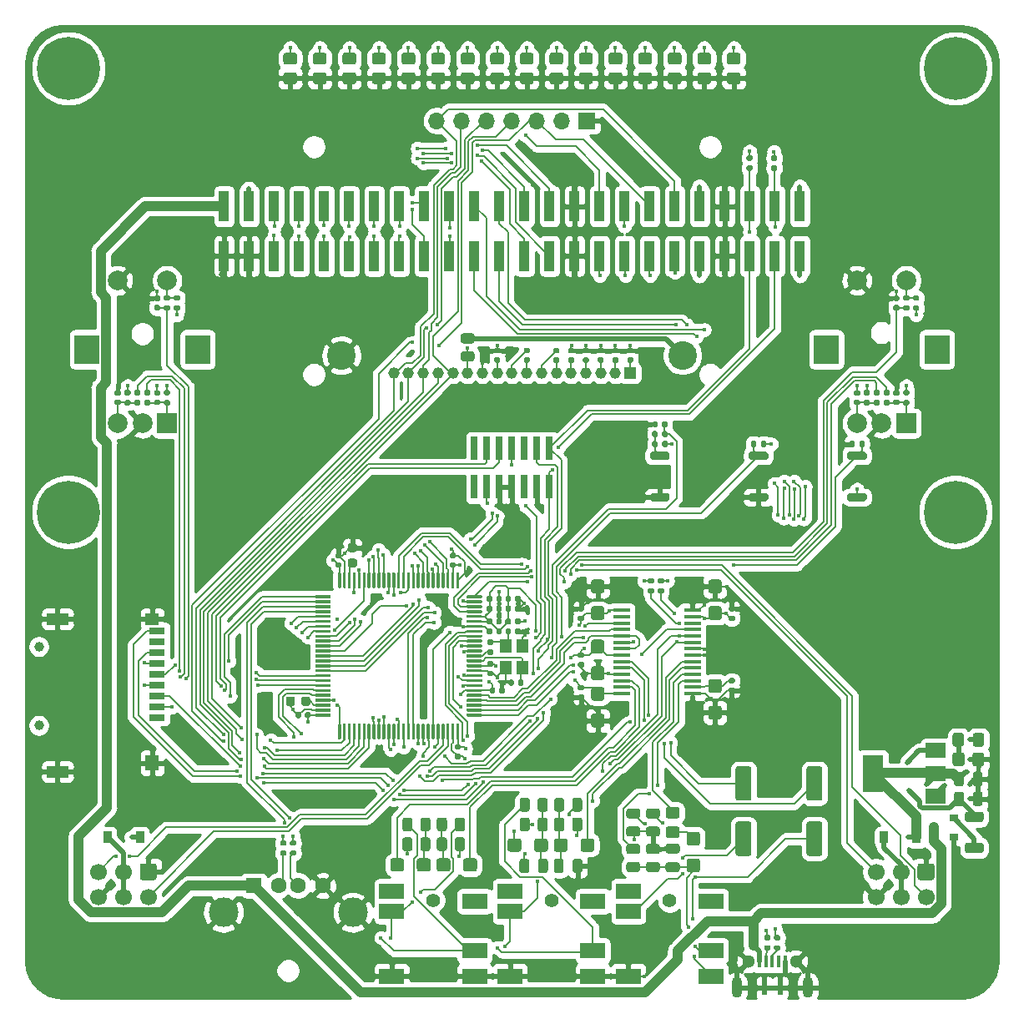
<source format=gbr>
%TF.GenerationSoftware,KiCad,Pcbnew,(5.1.8-0-10_14)*%
%TF.CreationDate,2021-11-08T19:43:21+01:00*%
%TF.ProjectId,KLST_SHEEP,4b4c5354-5f53-4484-9545-502e6b696361,0.1*%
%TF.SameCoordinates,Original*%
%TF.FileFunction,Copper,L1,Top*%
%TF.FilePolarity,Positive*%
%FSLAX46Y46*%
G04 Gerber Fmt 4.6, Leading zero omitted, Abs format (unit mm)*
G04 Created by KiCad (PCBNEW (5.1.8-0-10_14)) date 2021-11-08 19:43:21*
%MOMM*%
%LPD*%
G01*
G04 APERTURE LIST*
%TA.AperFunction,SMDPad,CuDef*%
%ADD10R,1.000000X3.150000*%
%TD*%
%TA.AperFunction,ComponentPad*%
%ADD11C,2.900000*%
%TD*%
%TA.AperFunction,ComponentPad*%
%ADD12R,1.150000X1.150000*%
%TD*%
%TA.AperFunction,ComponentPad*%
%ADD13C,1.150000*%
%TD*%
%TA.AperFunction,ComponentPad*%
%ADD14R,1.700000X1.700000*%
%TD*%
%TA.AperFunction,ComponentPad*%
%ADD15O,1.700000X1.700000*%
%TD*%
%TA.AperFunction,SMDPad,CuDef*%
%ADD16R,0.740000X2.400000*%
%TD*%
%TA.AperFunction,ComponentPad*%
%ADD17C,1.700000*%
%TD*%
%TA.AperFunction,WasherPad*%
%ADD18C,1.400000*%
%TD*%
%TA.AperFunction,SMDPad,CuDef*%
%ADD19R,2.500000X1.600000*%
%TD*%
%TA.AperFunction,SMDPad,CuDef*%
%ADD20R,0.400000X1.250000*%
%TD*%
%TA.AperFunction,ComponentPad*%
%ADD21C,1.300000*%
%TD*%
%TA.AperFunction,ComponentPad*%
%ADD22O,1.070000X2.140000*%
%TD*%
%TA.AperFunction,SMDPad,CuDef*%
%ADD23R,0.600000X1.350000*%
%TD*%
%TA.AperFunction,SMDPad,CuDef*%
%ADD24R,1.600000X0.700000*%
%TD*%
%TA.AperFunction,WasherPad*%
%ADD25C,1.000000*%
%TD*%
%TA.AperFunction,SMDPad,CuDef*%
%ADD26R,2.200000X1.200000*%
%TD*%
%TA.AperFunction,SMDPad,CuDef*%
%ADD27R,1.400000X1.600000*%
%TD*%
%TA.AperFunction,SMDPad,CuDef*%
%ADD28R,1.400000X1.200000*%
%TD*%
%TA.AperFunction,SMDPad,CuDef*%
%ADD29R,1.200000X1.400000*%
%TD*%
%TA.AperFunction,SMDPad,CuDef*%
%ADD30R,0.900000X1.200000*%
%TD*%
%TA.AperFunction,ComponentPad*%
%ADD31C,1.600000*%
%TD*%
%TA.AperFunction,ComponentPad*%
%ADD32R,1.600000X1.500000*%
%TD*%
%TA.AperFunction,ComponentPad*%
%ADD33C,3.000000*%
%TD*%
%TA.AperFunction,SMDPad,CuDef*%
%ADD34R,1.750000X0.450000*%
%TD*%
%TA.AperFunction,SMDPad,CuDef*%
%ADD35R,2.000000X3.800000*%
%TD*%
%TA.AperFunction,SMDPad,CuDef*%
%ADD36R,2.000000X1.500000*%
%TD*%
%TA.AperFunction,ComponentPad*%
%ADD37C,2.000000*%
%TD*%
%TA.AperFunction,ComponentPad*%
%ADD38R,2.500000X3.000000*%
%TD*%
%TA.AperFunction,ComponentPad*%
%ADD39R,2.000000X2.000000*%
%TD*%
%TA.AperFunction,SMDPad,CuDef*%
%ADD40R,0.900000X0.800000*%
%TD*%
%TA.AperFunction,ComponentPad*%
%ADD41C,6.400000*%
%TD*%
%TA.AperFunction,ComponentPad*%
%ADD42C,0.800000*%
%TD*%
%TA.AperFunction,ViaPad*%
%ADD43C,0.400000*%
%TD*%
%TA.AperFunction,Conductor*%
%ADD44C,0.200000*%
%TD*%
%TA.AperFunction,Conductor*%
%ADD45C,0.500000*%
%TD*%
%TA.AperFunction,Conductor*%
%ADD46C,1.000000*%
%TD*%
%TA.AperFunction,Conductor*%
%ADD47C,0.254000*%
%TD*%
%TA.AperFunction,Conductor*%
%ADD48C,0.100000*%
%TD*%
G04 APERTURE END LIST*
%TO.P,U1,1*%
%TO.N,/AUDIOCODEC_I2S_MCK*%
%TA.AperFunction,SMDPad,CuDef*%
G36*
G01*
X126975000Y-120525000D02*
X126975000Y-120675000D01*
G75*
G02*
X126900000Y-120750000I-75000J0D01*
G01*
X125450000Y-120750000D01*
G75*
G02*
X125375000Y-120675000I0J75000D01*
G01*
X125375000Y-120525000D01*
G75*
G02*
X125450000Y-120450000I75000J0D01*
G01*
X126900000Y-120450000D01*
G75*
G02*
X126975000Y-120525000I0J-75000D01*
G01*
G37*
%TD.AperFunction*%
%TO.P,U1,2*%
%TO.N,/ADCDAT*%
%TA.AperFunction,SMDPad,CuDef*%
G36*
G01*
X126975000Y-120025000D02*
X126975000Y-120175000D01*
G75*
G02*
X126900000Y-120250000I-75000J0D01*
G01*
X125450000Y-120250000D01*
G75*
G02*
X125375000Y-120175000I0J75000D01*
G01*
X125375000Y-120025000D01*
G75*
G02*
X125450000Y-119950000I75000J0D01*
G01*
X126900000Y-119950000D01*
G75*
G02*
X126975000Y-120025000I0J-75000D01*
G01*
G37*
%TD.AperFunction*%
%TO.P,U1,3*%
%TO.N,/ADCLRC*%
%TA.AperFunction,SMDPad,CuDef*%
G36*
G01*
X126975000Y-119525000D02*
X126975000Y-119675000D01*
G75*
G02*
X126900000Y-119750000I-75000J0D01*
G01*
X125450000Y-119750000D01*
G75*
G02*
X125375000Y-119675000I0J75000D01*
G01*
X125375000Y-119525000D01*
G75*
G02*
X125450000Y-119450000I75000J0D01*
G01*
X126900000Y-119450000D01*
G75*
G02*
X126975000Y-119525000I0J-75000D01*
G01*
G37*
%TD.AperFunction*%
%TO.P,U1,4*%
%TO.N,/AUDIOCODEC_I2S_CK*%
%TA.AperFunction,SMDPad,CuDef*%
G36*
G01*
X126975000Y-119025000D02*
X126975000Y-119175000D01*
G75*
G02*
X126900000Y-119250000I-75000J0D01*
G01*
X125450000Y-119250000D01*
G75*
G02*
X125375000Y-119175000I0J75000D01*
G01*
X125375000Y-119025000D01*
G75*
G02*
X125450000Y-118950000I75000J0D01*
G01*
X126900000Y-118950000D01*
G75*
G02*
X126975000Y-119025000I0J-75000D01*
G01*
G37*
%TD.AperFunction*%
%TO.P,U1,5*%
%TO.N,/AUDIOCODEC_I2S_SDO*%
%TA.AperFunction,SMDPad,CuDef*%
G36*
G01*
X126975000Y-118525000D02*
X126975000Y-118675000D01*
G75*
G02*
X126900000Y-118750000I-75000J0D01*
G01*
X125450000Y-118750000D01*
G75*
G02*
X125375000Y-118675000I0J75000D01*
G01*
X125375000Y-118525000D01*
G75*
G02*
X125450000Y-118450000I75000J0D01*
G01*
X126900000Y-118450000D01*
G75*
G02*
X126975000Y-118525000I0J-75000D01*
G01*
G37*
%TD.AperFunction*%
%TO.P,U1,6*%
%TO.N,+3V3*%
%TA.AperFunction,SMDPad,CuDef*%
G36*
G01*
X126975000Y-118025000D02*
X126975000Y-118175000D01*
G75*
G02*
X126900000Y-118250000I-75000J0D01*
G01*
X125450000Y-118250000D01*
G75*
G02*
X125375000Y-118175000I0J75000D01*
G01*
X125375000Y-118025000D01*
G75*
G02*
X125450000Y-117950000I75000J0D01*
G01*
X126900000Y-117950000D01*
G75*
G02*
X126975000Y-118025000I0J-75000D01*
G01*
G37*
%TD.AperFunction*%
%TO.P,U1,7*%
%TO.N,/GPIO_15*%
%TA.AperFunction,SMDPad,CuDef*%
G36*
G01*
X126975000Y-117525000D02*
X126975000Y-117675000D01*
G75*
G02*
X126900000Y-117750000I-75000J0D01*
G01*
X125450000Y-117750000D01*
G75*
G02*
X125375000Y-117675000I0J75000D01*
G01*
X125375000Y-117525000D01*
G75*
G02*
X125450000Y-117450000I75000J0D01*
G01*
X126900000Y-117450000D01*
G75*
G02*
X126975000Y-117525000I0J-75000D01*
G01*
G37*
%TD.AperFunction*%
%TO.P,U1,8*%
%TO.N,/GPIO_14*%
%TA.AperFunction,SMDPad,CuDef*%
G36*
G01*
X126975000Y-117025000D02*
X126975000Y-117175000D01*
G75*
G02*
X126900000Y-117250000I-75000J0D01*
G01*
X125450000Y-117250000D01*
G75*
G02*
X125375000Y-117175000I0J75000D01*
G01*
X125375000Y-117025000D01*
G75*
G02*
X125450000Y-116950000I75000J0D01*
G01*
X126900000Y-116950000D01*
G75*
G02*
X126975000Y-117025000I0J-75000D01*
G01*
G37*
%TD.AperFunction*%
%TO.P,U1,9*%
%TO.N,/GPIO_13*%
%TA.AperFunction,SMDPad,CuDef*%
G36*
G01*
X126975000Y-116525000D02*
X126975000Y-116675000D01*
G75*
G02*
X126900000Y-116750000I-75000J0D01*
G01*
X125450000Y-116750000D01*
G75*
G02*
X125375000Y-116675000I0J75000D01*
G01*
X125375000Y-116525000D01*
G75*
G02*
X125450000Y-116450000I75000J0D01*
G01*
X126900000Y-116450000D01*
G75*
G02*
X126975000Y-116525000I0J-75000D01*
G01*
G37*
%TD.AperFunction*%
%TO.P,U1,10*%
%TO.N,GND*%
%TA.AperFunction,SMDPad,CuDef*%
G36*
G01*
X126975000Y-116025000D02*
X126975000Y-116175000D01*
G75*
G02*
X126900000Y-116250000I-75000J0D01*
G01*
X125450000Y-116250000D01*
G75*
G02*
X125375000Y-116175000I0J75000D01*
G01*
X125375000Y-116025000D01*
G75*
G02*
X125450000Y-115950000I75000J0D01*
G01*
X126900000Y-115950000D01*
G75*
G02*
X126975000Y-116025000I0J-75000D01*
G01*
G37*
%TD.AperFunction*%
%TO.P,U1,11*%
%TO.N,+3V3*%
%TA.AperFunction,SMDPad,CuDef*%
G36*
G01*
X126975000Y-115525000D02*
X126975000Y-115675000D01*
G75*
G02*
X126900000Y-115750000I-75000J0D01*
G01*
X125450000Y-115750000D01*
G75*
G02*
X125375000Y-115675000I0J75000D01*
G01*
X125375000Y-115525000D01*
G75*
G02*
X125450000Y-115450000I75000J0D01*
G01*
X126900000Y-115450000D01*
G75*
G02*
X126975000Y-115525000I0J-75000D01*
G01*
G37*
%TD.AperFunction*%
%TO.P,U1,12*%
%TO.N,/RCC_OSC_IN*%
%TA.AperFunction,SMDPad,CuDef*%
G36*
G01*
X126975000Y-115025000D02*
X126975000Y-115175000D01*
G75*
G02*
X126900000Y-115250000I-75000J0D01*
G01*
X125450000Y-115250000D01*
G75*
G02*
X125375000Y-115175000I0J75000D01*
G01*
X125375000Y-115025000D01*
G75*
G02*
X125450000Y-114950000I75000J0D01*
G01*
X126900000Y-114950000D01*
G75*
G02*
X126975000Y-115025000I0J-75000D01*
G01*
G37*
%TD.AperFunction*%
%TO.P,U1,13*%
%TO.N,/RCC_OSC_OUT*%
%TA.AperFunction,SMDPad,CuDef*%
G36*
G01*
X126975000Y-114525000D02*
X126975000Y-114675000D01*
G75*
G02*
X126900000Y-114750000I-75000J0D01*
G01*
X125450000Y-114750000D01*
G75*
G02*
X125375000Y-114675000I0J75000D01*
G01*
X125375000Y-114525000D01*
G75*
G02*
X125450000Y-114450000I75000J0D01*
G01*
X126900000Y-114450000D01*
G75*
G02*
X126975000Y-114525000I0J-75000D01*
G01*
G37*
%TD.AperFunction*%
%TO.P,U1,14*%
%TO.N,/SWD_NRST*%
%TA.AperFunction,SMDPad,CuDef*%
G36*
G01*
X126975000Y-114025000D02*
X126975000Y-114175000D01*
G75*
G02*
X126900000Y-114250000I-75000J0D01*
G01*
X125450000Y-114250000D01*
G75*
G02*
X125375000Y-114175000I0J75000D01*
G01*
X125375000Y-114025000D01*
G75*
G02*
X125450000Y-113950000I75000J0D01*
G01*
X126900000Y-113950000D01*
G75*
G02*
X126975000Y-114025000I0J-75000D01*
G01*
G37*
%TD.AperFunction*%
%TO.P,U1,15*%
%TO.N,/GPIO_12*%
%TA.AperFunction,SMDPad,CuDef*%
G36*
G01*
X126975000Y-113525000D02*
X126975000Y-113675000D01*
G75*
G02*
X126900000Y-113750000I-75000J0D01*
G01*
X125450000Y-113750000D01*
G75*
G02*
X125375000Y-113675000I0J75000D01*
G01*
X125375000Y-113525000D01*
G75*
G02*
X125450000Y-113450000I75000J0D01*
G01*
X126900000Y-113450000D01*
G75*
G02*
X126975000Y-113525000I0J-75000D01*
G01*
G37*
%TD.AperFunction*%
%TO.P,U1,16*%
%TO.N,/SDCARD_CARD_DETECT*%
%TA.AperFunction,SMDPad,CuDef*%
G36*
G01*
X126975000Y-113025000D02*
X126975000Y-113175000D01*
G75*
G02*
X126900000Y-113250000I-75000J0D01*
G01*
X125450000Y-113250000D01*
G75*
G02*
X125375000Y-113175000I0J75000D01*
G01*
X125375000Y-113025000D01*
G75*
G02*
X125450000Y-112950000I75000J0D01*
G01*
X126900000Y-112950000D01*
G75*
G02*
X126975000Y-113025000I0J-75000D01*
G01*
G37*
%TD.AperFunction*%
%TO.P,U1,17*%
%TO.N,/SDCARD_MISO*%
%TA.AperFunction,SMDPad,CuDef*%
G36*
G01*
X126975000Y-112525000D02*
X126975000Y-112675000D01*
G75*
G02*
X126900000Y-112750000I-75000J0D01*
G01*
X125450000Y-112750000D01*
G75*
G02*
X125375000Y-112675000I0J75000D01*
G01*
X125375000Y-112525000D01*
G75*
G02*
X125450000Y-112450000I75000J0D01*
G01*
X126900000Y-112450000D01*
G75*
G02*
X126975000Y-112525000I0J-75000D01*
G01*
G37*
%TD.AperFunction*%
%TO.P,U1,18*%
%TO.N,/SDCARD_MOSI*%
%TA.AperFunction,SMDPad,CuDef*%
G36*
G01*
X126975000Y-112025000D02*
X126975000Y-112175000D01*
G75*
G02*
X126900000Y-112250000I-75000J0D01*
G01*
X125450000Y-112250000D01*
G75*
G02*
X125375000Y-112175000I0J75000D01*
G01*
X125375000Y-112025000D01*
G75*
G02*
X125450000Y-111950000I75000J0D01*
G01*
X126900000Y-111950000D01*
G75*
G02*
X126975000Y-112025000I0J-75000D01*
G01*
G37*
%TD.AperFunction*%
%TO.P,U1,19*%
%TO.N,GND*%
%TA.AperFunction,SMDPad,CuDef*%
G36*
G01*
X126975000Y-111525000D02*
X126975000Y-111675000D01*
G75*
G02*
X126900000Y-111750000I-75000J0D01*
G01*
X125450000Y-111750000D01*
G75*
G02*
X125375000Y-111675000I0J75000D01*
G01*
X125375000Y-111525000D01*
G75*
G02*
X125450000Y-111450000I75000J0D01*
G01*
X126900000Y-111450000D01*
G75*
G02*
X126975000Y-111525000I0J-75000D01*
G01*
G37*
%TD.AperFunction*%
%TO.P,U1,20*%
%TO.N,+3.3VA*%
%TA.AperFunction,SMDPad,CuDef*%
G36*
G01*
X126975000Y-111025000D02*
X126975000Y-111175000D01*
G75*
G02*
X126900000Y-111250000I-75000J0D01*
G01*
X125450000Y-111250000D01*
G75*
G02*
X125375000Y-111175000I0J75000D01*
G01*
X125375000Y-111025000D01*
G75*
G02*
X125450000Y-110950000I75000J0D01*
G01*
X126900000Y-110950000D01*
G75*
G02*
X126975000Y-111025000I0J-75000D01*
G01*
G37*
%TD.AperFunction*%
%TO.P,U1,21*%
%TA.AperFunction,SMDPad,CuDef*%
G36*
G01*
X126975000Y-110525000D02*
X126975000Y-110675000D01*
G75*
G02*
X126900000Y-110750000I-75000J0D01*
G01*
X125450000Y-110750000D01*
G75*
G02*
X125375000Y-110675000I0J75000D01*
G01*
X125375000Y-110525000D01*
G75*
G02*
X125450000Y-110450000I75000J0D01*
G01*
X126900000Y-110450000D01*
G75*
G02*
X126975000Y-110525000I0J-75000D01*
G01*
G37*
%TD.AperFunction*%
%TO.P,U1,22*%
%TO.N,/ENCODER_00_A*%
%TA.AperFunction,SMDPad,CuDef*%
G36*
G01*
X126975000Y-110025000D02*
X126975000Y-110175000D01*
G75*
G02*
X126900000Y-110250000I-75000J0D01*
G01*
X125450000Y-110250000D01*
G75*
G02*
X125375000Y-110175000I0J75000D01*
G01*
X125375000Y-110025000D01*
G75*
G02*
X125450000Y-109950000I75000J0D01*
G01*
X126900000Y-109950000D01*
G75*
G02*
X126975000Y-110025000I0J-75000D01*
G01*
G37*
%TD.AperFunction*%
%TO.P,U1,23*%
%TO.N,/ENCODER_00_B*%
%TA.AperFunction,SMDPad,CuDef*%
G36*
G01*
X126975000Y-109525000D02*
X126975000Y-109675000D01*
G75*
G02*
X126900000Y-109750000I-75000J0D01*
G01*
X125450000Y-109750000D01*
G75*
G02*
X125375000Y-109675000I0J75000D01*
G01*
X125375000Y-109525000D01*
G75*
G02*
X125450000Y-109450000I75000J0D01*
G01*
X126900000Y-109450000D01*
G75*
G02*
X126975000Y-109525000I0J-75000D01*
G01*
G37*
%TD.AperFunction*%
%TO.P,U1,24*%
%TO.N,/LED_00*%
%TA.AperFunction,SMDPad,CuDef*%
G36*
G01*
X126975000Y-109025000D02*
X126975000Y-109175000D01*
G75*
G02*
X126900000Y-109250000I-75000J0D01*
G01*
X125450000Y-109250000D01*
G75*
G02*
X125375000Y-109175000I0J75000D01*
G01*
X125375000Y-109025000D01*
G75*
G02*
X125450000Y-108950000I75000J0D01*
G01*
X126900000Y-108950000D01*
G75*
G02*
X126975000Y-109025000I0J-75000D01*
G01*
G37*
%TD.AperFunction*%
%TO.P,U1,25*%
%TO.N,/ENCODER_00_BUTTON*%
%TA.AperFunction,SMDPad,CuDef*%
G36*
G01*
X126975000Y-108525000D02*
X126975000Y-108675000D01*
G75*
G02*
X126900000Y-108750000I-75000J0D01*
G01*
X125450000Y-108750000D01*
G75*
G02*
X125375000Y-108675000I0J75000D01*
G01*
X125375000Y-108525000D01*
G75*
G02*
X125450000Y-108450000I75000J0D01*
G01*
X126900000Y-108450000D01*
G75*
G02*
X126975000Y-108525000I0J-75000D01*
G01*
G37*
%TD.AperFunction*%
%TO.P,U1,26*%
%TO.N,GND*%
%TA.AperFunction,SMDPad,CuDef*%
G36*
G01*
X124650000Y-106200000D02*
X124650000Y-107650000D01*
G75*
G02*
X124575000Y-107725000I-75000J0D01*
G01*
X124425000Y-107725000D01*
G75*
G02*
X124350000Y-107650000I0J75000D01*
G01*
X124350000Y-106200000D01*
G75*
G02*
X124425000Y-106125000I75000J0D01*
G01*
X124575000Y-106125000D01*
G75*
G02*
X124650000Y-106200000I0J-75000D01*
G01*
G37*
%TD.AperFunction*%
%TO.P,U1,27*%
%TO.N,+3V3*%
%TA.AperFunction,SMDPad,CuDef*%
G36*
G01*
X124150000Y-106200000D02*
X124150000Y-107650000D01*
G75*
G02*
X124075000Y-107725000I-75000J0D01*
G01*
X123925000Y-107725000D01*
G75*
G02*
X123850000Y-107650000I0J75000D01*
G01*
X123850000Y-106200000D01*
G75*
G02*
X123925000Y-106125000I75000J0D01*
G01*
X124075000Y-106125000D01*
G75*
G02*
X124150000Y-106200000I0J-75000D01*
G01*
G37*
%TD.AperFunction*%
%TO.P,U1,28*%
%TO.N,/DAC_00*%
%TA.AperFunction,SMDPad,CuDef*%
G36*
G01*
X123650000Y-106200000D02*
X123650000Y-107650000D01*
G75*
G02*
X123575000Y-107725000I-75000J0D01*
G01*
X123425000Y-107725000D01*
G75*
G02*
X123350000Y-107650000I0J75000D01*
G01*
X123350000Y-106200000D01*
G75*
G02*
X123425000Y-106125000I75000J0D01*
G01*
X123575000Y-106125000D01*
G75*
G02*
X123650000Y-106200000I0J-75000D01*
G01*
G37*
%TD.AperFunction*%
%TO.P,U1,29*%
%TO.N,/DAC_01*%
%TA.AperFunction,SMDPad,CuDef*%
G36*
G01*
X123150000Y-106200000D02*
X123150000Y-107650000D01*
G75*
G02*
X123075000Y-107725000I-75000J0D01*
G01*
X122925000Y-107725000D01*
G75*
G02*
X122850000Y-107650000I0J75000D01*
G01*
X122850000Y-106200000D01*
G75*
G02*
X122925000Y-106125000I75000J0D01*
G01*
X123075000Y-106125000D01*
G75*
G02*
X123150000Y-106200000I0J-75000D01*
G01*
G37*
%TD.AperFunction*%
%TO.P,U1,30*%
%TO.N,/LED_01*%
%TA.AperFunction,SMDPad,CuDef*%
G36*
G01*
X122650000Y-106200000D02*
X122650000Y-107650000D01*
G75*
G02*
X122575000Y-107725000I-75000J0D01*
G01*
X122425000Y-107725000D01*
G75*
G02*
X122350000Y-107650000I0J75000D01*
G01*
X122350000Y-106200000D01*
G75*
G02*
X122425000Y-106125000I75000J0D01*
G01*
X122575000Y-106125000D01*
G75*
G02*
X122650000Y-106200000I0J-75000D01*
G01*
G37*
%TD.AperFunction*%
%TO.P,U1,31*%
%TO.N,/LED_02*%
%TA.AperFunction,SMDPad,CuDef*%
G36*
G01*
X122150000Y-106200000D02*
X122150000Y-107650000D01*
G75*
G02*
X122075000Y-107725000I-75000J0D01*
G01*
X121925000Y-107725000D01*
G75*
G02*
X121850000Y-107650000I0J75000D01*
G01*
X121850000Y-106200000D01*
G75*
G02*
X121925000Y-106125000I75000J0D01*
G01*
X122075000Y-106125000D01*
G75*
G02*
X122150000Y-106200000I0J-75000D01*
G01*
G37*
%TD.AperFunction*%
%TO.P,U1,32*%
%TO.N,/ADC_00*%
%TA.AperFunction,SMDPad,CuDef*%
G36*
G01*
X121650000Y-106200000D02*
X121650000Y-107650000D01*
G75*
G02*
X121575000Y-107725000I-75000J0D01*
G01*
X121425000Y-107725000D01*
G75*
G02*
X121350000Y-107650000I0J75000D01*
G01*
X121350000Y-106200000D01*
G75*
G02*
X121425000Y-106125000I75000J0D01*
G01*
X121575000Y-106125000D01*
G75*
G02*
X121650000Y-106200000I0J-75000D01*
G01*
G37*
%TD.AperFunction*%
%TO.P,U1,33*%
%TO.N,/ADC_01*%
%TA.AperFunction,SMDPad,CuDef*%
G36*
G01*
X121150000Y-106200000D02*
X121150000Y-107650000D01*
G75*
G02*
X121075000Y-107725000I-75000J0D01*
G01*
X120925000Y-107725000D01*
G75*
G02*
X120850000Y-107650000I0J75000D01*
G01*
X120850000Y-106200000D01*
G75*
G02*
X120925000Y-106125000I75000J0D01*
G01*
X121075000Y-106125000D01*
G75*
G02*
X121150000Y-106200000I0J-75000D01*
G01*
G37*
%TD.AperFunction*%
%TO.P,U1,34*%
%TO.N,/LED_03*%
%TA.AperFunction,SMDPad,CuDef*%
G36*
G01*
X120650000Y-106200000D02*
X120650000Y-107650000D01*
G75*
G02*
X120575000Y-107725000I-75000J0D01*
G01*
X120425000Y-107725000D01*
G75*
G02*
X120350000Y-107650000I0J75000D01*
G01*
X120350000Y-106200000D01*
G75*
G02*
X120425000Y-106125000I75000J0D01*
G01*
X120575000Y-106125000D01*
G75*
G02*
X120650000Y-106200000I0J-75000D01*
G01*
G37*
%TD.AperFunction*%
%TO.P,U1,35*%
%TO.N,/LED_04*%
%TA.AperFunction,SMDPad,CuDef*%
G36*
G01*
X120150000Y-106200000D02*
X120150000Y-107650000D01*
G75*
G02*
X120075000Y-107725000I-75000J0D01*
G01*
X119925000Y-107725000D01*
G75*
G02*
X119850000Y-107650000I0J75000D01*
G01*
X119850000Y-106200000D01*
G75*
G02*
X119925000Y-106125000I75000J0D01*
G01*
X120075000Y-106125000D01*
G75*
G02*
X120150000Y-106200000I0J-75000D01*
G01*
G37*
%TD.AperFunction*%
%TO.P,U1,36*%
%TO.N,/GPIO_11*%
%TA.AperFunction,SMDPad,CuDef*%
G36*
G01*
X119650000Y-106200000D02*
X119650000Y-107650000D01*
G75*
G02*
X119575000Y-107725000I-75000J0D01*
G01*
X119425000Y-107725000D01*
G75*
G02*
X119350000Y-107650000I0J75000D01*
G01*
X119350000Y-106200000D01*
G75*
G02*
X119425000Y-106125000I75000J0D01*
G01*
X119575000Y-106125000D01*
G75*
G02*
X119650000Y-106200000I0J-75000D01*
G01*
G37*
%TD.AperFunction*%
%TO.P,U1,37*%
%TO.N,/SERIAL_00_RX*%
%TA.AperFunction,SMDPad,CuDef*%
G36*
G01*
X119150000Y-106200000D02*
X119150000Y-107650000D01*
G75*
G02*
X119075000Y-107725000I-75000J0D01*
G01*
X118925000Y-107725000D01*
G75*
G02*
X118850000Y-107650000I0J75000D01*
G01*
X118850000Y-106200000D01*
G75*
G02*
X118925000Y-106125000I75000J0D01*
G01*
X119075000Y-106125000D01*
G75*
G02*
X119150000Y-106200000I0J-75000D01*
G01*
G37*
%TD.AperFunction*%
%TO.P,U1,38*%
%TO.N,/SERIAL_00_TX*%
%TA.AperFunction,SMDPad,CuDef*%
G36*
G01*
X118650000Y-106200000D02*
X118650000Y-107650000D01*
G75*
G02*
X118575000Y-107725000I-75000J0D01*
G01*
X118425000Y-107725000D01*
G75*
G02*
X118350000Y-107650000I0J75000D01*
G01*
X118350000Y-106200000D01*
G75*
G02*
X118425000Y-106125000I75000J0D01*
G01*
X118575000Y-106125000D01*
G75*
G02*
X118650000Y-106200000I0J-75000D01*
G01*
G37*
%TD.AperFunction*%
%TO.P,U1,39*%
%TO.N,/GPIO_10*%
%TA.AperFunction,SMDPad,CuDef*%
G36*
G01*
X118150000Y-106200000D02*
X118150000Y-107650000D01*
G75*
G02*
X118075000Y-107725000I-75000J0D01*
G01*
X117925000Y-107725000D01*
G75*
G02*
X117850000Y-107650000I0J75000D01*
G01*
X117850000Y-106200000D01*
G75*
G02*
X117925000Y-106125000I75000J0D01*
G01*
X118075000Y-106125000D01*
G75*
G02*
X118150000Y-106200000I0J-75000D01*
G01*
G37*
%TD.AperFunction*%
%TO.P,U1,40*%
%TO.N,/GPIO_09*%
%TA.AperFunction,SMDPad,CuDef*%
G36*
G01*
X117650000Y-106200000D02*
X117650000Y-107650000D01*
G75*
G02*
X117575000Y-107725000I-75000J0D01*
G01*
X117425000Y-107725000D01*
G75*
G02*
X117350000Y-107650000I0J75000D01*
G01*
X117350000Y-106200000D01*
G75*
G02*
X117425000Y-106125000I75000J0D01*
G01*
X117575000Y-106125000D01*
G75*
G02*
X117650000Y-106200000I0J-75000D01*
G01*
G37*
%TD.AperFunction*%
%TO.P,U1,41*%
%TO.N,/SPI_USR_CS*%
%TA.AperFunction,SMDPad,CuDef*%
G36*
G01*
X117150000Y-106200000D02*
X117150000Y-107650000D01*
G75*
G02*
X117075000Y-107725000I-75000J0D01*
G01*
X116925000Y-107725000D01*
G75*
G02*
X116850000Y-107650000I0J75000D01*
G01*
X116850000Y-106200000D01*
G75*
G02*
X116925000Y-106125000I75000J0D01*
G01*
X117075000Y-106125000D01*
G75*
G02*
X117150000Y-106200000I0J-75000D01*
G01*
G37*
%TD.AperFunction*%
%TO.P,U1,42*%
%TO.N,/SPI_USR_SCK*%
%TA.AperFunction,SMDPad,CuDef*%
G36*
G01*
X116650000Y-106200000D02*
X116650000Y-107650000D01*
G75*
G02*
X116575000Y-107725000I-75000J0D01*
G01*
X116425000Y-107725000D01*
G75*
G02*
X116350000Y-107650000I0J75000D01*
G01*
X116350000Y-106200000D01*
G75*
G02*
X116425000Y-106125000I75000J0D01*
G01*
X116575000Y-106125000D01*
G75*
G02*
X116650000Y-106200000I0J-75000D01*
G01*
G37*
%TD.AperFunction*%
%TO.P,U1,43*%
%TO.N,/SPI_USR_MISO*%
%TA.AperFunction,SMDPad,CuDef*%
G36*
G01*
X116150000Y-106200000D02*
X116150000Y-107650000D01*
G75*
G02*
X116075000Y-107725000I-75000J0D01*
G01*
X115925000Y-107725000D01*
G75*
G02*
X115850000Y-107650000I0J75000D01*
G01*
X115850000Y-106200000D01*
G75*
G02*
X115925000Y-106125000I75000J0D01*
G01*
X116075000Y-106125000D01*
G75*
G02*
X116150000Y-106200000I0J-75000D01*
G01*
G37*
%TD.AperFunction*%
%TO.P,U1,44*%
%TO.N,/SPI_USR_MOSI*%
%TA.AperFunction,SMDPad,CuDef*%
G36*
G01*
X115650000Y-106200000D02*
X115650000Y-107650000D01*
G75*
G02*
X115575000Y-107725000I-75000J0D01*
G01*
X115425000Y-107725000D01*
G75*
G02*
X115350000Y-107650000I0J75000D01*
G01*
X115350000Y-106200000D01*
G75*
G02*
X115425000Y-106125000I75000J0D01*
G01*
X115575000Y-106125000D01*
G75*
G02*
X115650000Y-106200000I0J-75000D01*
G01*
G37*
%TD.AperFunction*%
%TO.P,U1,45*%
%TO.N,/GPIO_08*%
%TA.AperFunction,SMDPad,CuDef*%
G36*
G01*
X115150000Y-106200000D02*
X115150000Y-107650000D01*
G75*
G02*
X115075000Y-107725000I-75000J0D01*
G01*
X114925000Y-107725000D01*
G75*
G02*
X114850000Y-107650000I0J75000D01*
G01*
X114850000Y-106200000D01*
G75*
G02*
X114925000Y-106125000I75000J0D01*
G01*
X115075000Y-106125000D01*
G75*
G02*
X115150000Y-106200000I0J-75000D01*
G01*
G37*
%TD.AperFunction*%
%TO.P,U1,46*%
%TO.N,/I2C_USR_SCL*%
%TA.AperFunction,SMDPad,CuDef*%
G36*
G01*
X114650000Y-106200000D02*
X114650000Y-107650000D01*
G75*
G02*
X114575000Y-107725000I-75000J0D01*
G01*
X114425000Y-107725000D01*
G75*
G02*
X114350000Y-107650000I0J75000D01*
G01*
X114350000Y-106200000D01*
G75*
G02*
X114425000Y-106125000I75000J0D01*
G01*
X114575000Y-106125000D01*
G75*
G02*
X114650000Y-106200000I0J-75000D01*
G01*
G37*
%TD.AperFunction*%
%TO.P,U1,47*%
%TO.N,/I2C_USR_SDA*%
%TA.AperFunction,SMDPad,CuDef*%
G36*
G01*
X114150000Y-106200000D02*
X114150000Y-107650000D01*
G75*
G02*
X114075000Y-107725000I-75000J0D01*
G01*
X113925000Y-107725000D01*
G75*
G02*
X113850000Y-107650000I0J75000D01*
G01*
X113850000Y-106200000D01*
G75*
G02*
X113925000Y-106125000I75000J0D01*
G01*
X114075000Y-106125000D01*
G75*
G02*
X114150000Y-106200000I0J-75000D01*
G01*
G37*
%TD.AperFunction*%
%TO.P,U1,48*%
%TO.N,/VCAP1*%
%TA.AperFunction,SMDPad,CuDef*%
G36*
G01*
X113650000Y-106200000D02*
X113650000Y-107650000D01*
G75*
G02*
X113575000Y-107725000I-75000J0D01*
G01*
X113425000Y-107725000D01*
G75*
G02*
X113350000Y-107650000I0J75000D01*
G01*
X113350000Y-106200000D01*
G75*
G02*
X113425000Y-106125000I75000J0D01*
G01*
X113575000Y-106125000D01*
G75*
G02*
X113650000Y-106200000I0J-75000D01*
G01*
G37*
%TD.AperFunction*%
%TO.P,U1,49*%
%TO.N,GND*%
%TA.AperFunction,SMDPad,CuDef*%
G36*
G01*
X113150000Y-106200000D02*
X113150000Y-107650000D01*
G75*
G02*
X113075000Y-107725000I-75000J0D01*
G01*
X112925000Y-107725000D01*
G75*
G02*
X112850000Y-107650000I0J75000D01*
G01*
X112850000Y-106200000D01*
G75*
G02*
X112925000Y-106125000I75000J0D01*
G01*
X113075000Y-106125000D01*
G75*
G02*
X113150000Y-106200000I0J-75000D01*
G01*
G37*
%TD.AperFunction*%
%TO.P,U1,50*%
%TO.N,+3V3*%
%TA.AperFunction,SMDPad,CuDef*%
G36*
G01*
X112650000Y-106200000D02*
X112650000Y-107650000D01*
G75*
G02*
X112575000Y-107725000I-75000J0D01*
G01*
X112425000Y-107725000D01*
G75*
G02*
X112350000Y-107650000I0J75000D01*
G01*
X112350000Y-106200000D01*
G75*
G02*
X112425000Y-106125000I75000J0D01*
G01*
X112575000Y-106125000D01*
G75*
G02*
X112650000Y-106200000I0J-75000D01*
G01*
G37*
%TD.AperFunction*%
%TO.P,U1,51*%
%TO.N,/SDCARD_CS*%
%TA.AperFunction,SMDPad,CuDef*%
G36*
G01*
X111625000Y-108525000D02*
X111625000Y-108675000D01*
G75*
G02*
X111550000Y-108750000I-75000J0D01*
G01*
X110100000Y-108750000D01*
G75*
G02*
X110025000Y-108675000I0J75000D01*
G01*
X110025000Y-108525000D01*
G75*
G02*
X110100000Y-108450000I75000J0D01*
G01*
X111550000Y-108450000D01*
G75*
G02*
X111625000Y-108525000I0J-75000D01*
G01*
G37*
%TD.AperFunction*%
%TO.P,U1,52*%
%TO.N,/SDCARD_SCK*%
%TA.AperFunction,SMDPad,CuDef*%
G36*
G01*
X111625000Y-109025000D02*
X111625000Y-109175000D01*
G75*
G02*
X111550000Y-109250000I-75000J0D01*
G01*
X110100000Y-109250000D01*
G75*
G02*
X110025000Y-109175000I0J75000D01*
G01*
X110025000Y-109025000D01*
G75*
G02*
X110100000Y-108950000I75000J0D01*
G01*
X111550000Y-108950000D01*
G75*
G02*
X111625000Y-109025000I0J-75000D01*
G01*
G37*
%TD.AperFunction*%
%TO.P,U1,53*%
%TO.N,/USB_HOST-*%
%TA.AperFunction,SMDPad,CuDef*%
G36*
G01*
X111625000Y-109525000D02*
X111625000Y-109675000D01*
G75*
G02*
X111550000Y-109750000I-75000J0D01*
G01*
X110100000Y-109750000D01*
G75*
G02*
X110025000Y-109675000I0J75000D01*
G01*
X110025000Y-109525000D01*
G75*
G02*
X110100000Y-109450000I75000J0D01*
G01*
X111550000Y-109450000D01*
G75*
G02*
X111625000Y-109525000I0J-75000D01*
G01*
G37*
%TD.AperFunction*%
%TO.P,U1,54*%
%TO.N,/USB_HOST+*%
%TA.AperFunction,SMDPad,CuDef*%
G36*
G01*
X111625000Y-110025000D02*
X111625000Y-110175000D01*
G75*
G02*
X111550000Y-110250000I-75000J0D01*
G01*
X110100000Y-110250000D01*
G75*
G02*
X110025000Y-110175000I0J75000D01*
G01*
X110025000Y-110025000D01*
G75*
G02*
X110100000Y-109950000I75000J0D01*
G01*
X111550000Y-109950000D01*
G75*
G02*
X111625000Y-110025000I0J-75000D01*
G01*
G37*
%TD.AperFunction*%
%TO.P,U1,55*%
%TO.N,/GPIO_07*%
%TA.AperFunction,SMDPad,CuDef*%
G36*
G01*
X111625000Y-110525000D02*
X111625000Y-110675000D01*
G75*
G02*
X111550000Y-110750000I-75000J0D01*
G01*
X110100000Y-110750000D01*
G75*
G02*
X110025000Y-110675000I0J75000D01*
G01*
X110025000Y-110525000D01*
G75*
G02*
X110100000Y-110450000I75000J0D01*
G01*
X111550000Y-110450000D01*
G75*
G02*
X111625000Y-110525000I0J-75000D01*
G01*
G37*
%TD.AperFunction*%
%TO.P,U1,56*%
%TO.N,/GPIO_06*%
%TA.AperFunction,SMDPad,CuDef*%
G36*
G01*
X111625000Y-111025000D02*
X111625000Y-111175000D01*
G75*
G02*
X111550000Y-111250000I-75000J0D01*
G01*
X110100000Y-111250000D01*
G75*
G02*
X110025000Y-111175000I0J75000D01*
G01*
X110025000Y-111025000D01*
G75*
G02*
X110100000Y-110950000I75000J0D01*
G01*
X111550000Y-110950000D01*
G75*
G02*
X111625000Y-111025000I0J-75000D01*
G01*
G37*
%TD.AperFunction*%
%TO.P,U1,57*%
%TO.N,/GPIO_05*%
%TA.AperFunction,SMDPad,CuDef*%
G36*
G01*
X111625000Y-111525000D02*
X111625000Y-111675000D01*
G75*
G02*
X111550000Y-111750000I-75000J0D01*
G01*
X110100000Y-111750000D01*
G75*
G02*
X110025000Y-111675000I0J75000D01*
G01*
X110025000Y-111525000D01*
G75*
G02*
X110100000Y-111450000I75000J0D01*
G01*
X111550000Y-111450000D01*
G75*
G02*
X111625000Y-111525000I0J-75000D01*
G01*
G37*
%TD.AperFunction*%
%TO.P,U1,58*%
%TO.N,/GPIO_04*%
%TA.AperFunction,SMDPad,CuDef*%
G36*
G01*
X111625000Y-112025000D02*
X111625000Y-112175000D01*
G75*
G02*
X111550000Y-112250000I-75000J0D01*
G01*
X110100000Y-112250000D01*
G75*
G02*
X110025000Y-112175000I0J75000D01*
G01*
X110025000Y-112025000D01*
G75*
G02*
X110100000Y-111950000I75000J0D01*
G01*
X111550000Y-111950000D01*
G75*
G02*
X111625000Y-112025000I0J-75000D01*
G01*
G37*
%TD.AperFunction*%
%TO.P,U1,59*%
%TO.N,/LED_05*%
%TA.AperFunction,SMDPad,CuDef*%
G36*
G01*
X111625000Y-112525000D02*
X111625000Y-112675000D01*
G75*
G02*
X111550000Y-112750000I-75000J0D01*
G01*
X110100000Y-112750000D01*
G75*
G02*
X110025000Y-112675000I0J75000D01*
G01*
X110025000Y-112525000D01*
G75*
G02*
X110100000Y-112450000I75000J0D01*
G01*
X111550000Y-112450000D01*
G75*
G02*
X111625000Y-112525000I0J-75000D01*
G01*
G37*
%TD.AperFunction*%
%TO.P,U1,60*%
%TO.N,/LED_06*%
%TA.AperFunction,SMDPad,CuDef*%
G36*
G01*
X111625000Y-113025000D02*
X111625000Y-113175000D01*
G75*
G02*
X111550000Y-113250000I-75000J0D01*
G01*
X110100000Y-113250000D01*
G75*
G02*
X110025000Y-113175000I0J75000D01*
G01*
X110025000Y-113025000D01*
G75*
G02*
X110100000Y-112950000I75000J0D01*
G01*
X111550000Y-112950000D01*
G75*
G02*
X111625000Y-113025000I0J-75000D01*
G01*
G37*
%TD.AperFunction*%
%TO.P,U1,61*%
%TO.N,/LED_07*%
%TA.AperFunction,SMDPad,CuDef*%
G36*
G01*
X111625000Y-113525000D02*
X111625000Y-113675000D01*
G75*
G02*
X111550000Y-113750000I-75000J0D01*
G01*
X110100000Y-113750000D01*
G75*
G02*
X110025000Y-113675000I0J75000D01*
G01*
X110025000Y-113525000D01*
G75*
G02*
X110100000Y-113450000I75000J0D01*
G01*
X111550000Y-113450000D01*
G75*
G02*
X111625000Y-113525000I0J-75000D01*
G01*
G37*
%TD.AperFunction*%
%TO.P,U1,62*%
%TO.N,/LED_08*%
%TA.AperFunction,SMDPad,CuDef*%
G36*
G01*
X111625000Y-114025000D02*
X111625000Y-114175000D01*
G75*
G02*
X111550000Y-114250000I-75000J0D01*
G01*
X110100000Y-114250000D01*
G75*
G02*
X110025000Y-114175000I0J75000D01*
G01*
X110025000Y-114025000D01*
G75*
G02*
X110100000Y-113950000I75000J0D01*
G01*
X111550000Y-113950000D01*
G75*
G02*
X111625000Y-114025000I0J-75000D01*
G01*
G37*
%TD.AperFunction*%
%TO.P,U1,63*%
%TO.N,/LED_09*%
%TA.AperFunction,SMDPad,CuDef*%
G36*
G01*
X111625000Y-114525000D02*
X111625000Y-114675000D01*
G75*
G02*
X111550000Y-114750000I-75000J0D01*
G01*
X110100000Y-114750000D01*
G75*
G02*
X110025000Y-114675000I0J75000D01*
G01*
X110025000Y-114525000D01*
G75*
G02*
X110100000Y-114450000I75000J0D01*
G01*
X111550000Y-114450000D01*
G75*
G02*
X111625000Y-114525000I0J-75000D01*
G01*
G37*
%TD.AperFunction*%
%TO.P,U1,64*%
%TO.N,/LED_10*%
%TA.AperFunction,SMDPad,CuDef*%
G36*
G01*
X111625000Y-115025000D02*
X111625000Y-115175000D01*
G75*
G02*
X111550000Y-115250000I-75000J0D01*
G01*
X110100000Y-115250000D01*
G75*
G02*
X110025000Y-115175000I0J75000D01*
G01*
X110025000Y-115025000D01*
G75*
G02*
X110100000Y-114950000I75000J0D01*
G01*
X111550000Y-114950000D01*
G75*
G02*
X111625000Y-115025000I0J-75000D01*
G01*
G37*
%TD.AperFunction*%
%TO.P,U1,65*%
%TO.N,/LED_11*%
%TA.AperFunction,SMDPad,CuDef*%
G36*
G01*
X111625000Y-115525000D02*
X111625000Y-115675000D01*
G75*
G02*
X111550000Y-115750000I-75000J0D01*
G01*
X110100000Y-115750000D01*
G75*
G02*
X110025000Y-115675000I0J75000D01*
G01*
X110025000Y-115525000D01*
G75*
G02*
X110100000Y-115450000I75000J0D01*
G01*
X111550000Y-115450000D01*
G75*
G02*
X111625000Y-115525000I0J-75000D01*
G01*
G37*
%TD.AperFunction*%
%TO.P,U1,66*%
%TO.N,/LED_12*%
%TA.AperFunction,SMDPad,CuDef*%
G36*
G01*
X111625000Y-116025000D02*
X111625000Y-116175000D01*
G75*
G02*
X111550000Y-116250000I-75000J0D01*
G01*
X110100000Y-116250000D01*
G75*
G02*
X110025000Y-116175000I0J75000D01*
G01*
X110025000Y-116025000D01*
G75*
G02*
X110100000Y-115950000I75000J0D01*
G01*
X111550000Y-115950000D01*
G75*
G02*
X111625000Y-116025000I0J-75000D01*
G01*
G37*
%TD.AperFunction*%
%TO.P,U1,67*%
%TO.N,/ENCODER_01_A*%
%TA.AperFunction,SMDPad,CuDef*%
G36*
G01*
X111625000Y-116525000D02*
X111625000Y-116675000D01*
G75*
G02*
X111550000Y-116750000I-75000J0D01*
G01*
X110100000Y-116750000D01*
G75*
G02*
X110025000Y-116675000I0J75000D01*
G01*
X110025000Y-116525000D01*
G75*
G02*
X110100000Y-116450000I75000J0D01*
G01*
X111550000Y-116450000D01*
G75*
G02*
X111625000Y-116525000I0J-75000D01*
G01*
G37*
%TD.AperFunction*%
%TO.P,U1,68*%
%TO.N,/ENCODER_01_B*%
%TA.AperFunction,SMDPad,CuDef*%
G36*
G01*
X111625000Y-117025000D02*
X111625000Y-117175000D01*
G75*
G02*
X111550000Y-117250000I-75000J0D01*
G01*
X110100000Y-117250000D01*
G75*
G02*
X110025000Y-117175000I0J75000D01*
G01*
X110025000Y-117025000D01*
G75*
G02*
X110100000Y-116950000I75000J0D01*
G01*
X111550000Y-116950000D01*
G75*
G02*
X111625000Y-117025000I0J-75000D01*
G01*
G37*
%TD.AperFunction*%
%TO.P,U1,69*%
%TO.N,/ENCODER_01_BUTTON*%
%TA.AperFunction,SMDPad,CuDef*%
G36*
G01*
X111625000Y-117525000D02*
X111625000Y-117675000D01*
G75*
G02*
X111550000Y-117750000I-75000J0D01*
G01*
X110100000Y-117750000D01*
G75*
G02*
X110025000Y-117675000I0J75000D01*
G01*
X110025000Y-117525000D01*
G75*
G02*
X110100000Y-117450000I75000J0D01*
G01*
X111550000Y-117450000D01*
G75*
G02*
X111625000Y-117525000I0J-75000D01*
G01*
G37*
%TD.AperFunction*%
%TO.P,U1,70*%
%TO.N,/USB_DEVICE-*%
%TA.AperFunction,SMDPad,CuDef*%
G36*
G01*
X111625000Y-118025000D02*
X111625000Y-118175000D01*
G75*
G02*
X111550000Y-118250000I-75000J0D01*
G01*
X110100000Y-118250000D01*
G75*
G02*
X110025000Y-118175000I0J75000D01*
G01*
X110025000Y-118025000D01*
G75*
G02*
X110100000Y-117950000I75000J0D01*
G01*
X111550000Y-117950000D01*
G75*
G02*
X111625000Y-118025000I0J-75000D01*
G01*
G37*
%TD.AperFunction*%
%TO.P,U1,71*%
%TO.N,/USB_DEVICE+*%
%TA.AperFunction,SMDPad,CuDef*%
G36*
G01*
X111625000Y-118525000D02*
X111625000Y-118675000D01*
G75*
G02*
X111550000Y-118750000I-75000J0D01*
G01*
X110100000Y-118750000D01*
G75*
G02*
X110025000Y-118675000I0J75000D01*
G01*
X110025000Y-118525000D01*
G75*
G02*
X110100000Y-118450000I75000J0D01*
G01*
X111550000Y-118450000D01*
G75*
G02*
X111625000Y-118525000I0J-75000D01*
G01*
G37*
%TD.AperFunction*%
%TO.P,U1,72*%
%TO.N,/SWD_SWDIO*%
%TA.AperFunction,SMDPad,CuDef*%
G36*
G01*
X111625000Y-119025000D02*
X111625000Y-119175000D01*
G75*
G02*
X111550000Y-119250000I-75000J0D01*
G01*
X110100000Y-119250000D01*
G75*
G02*
X110025000Y-119175000I0J75000D01*
G01*
X110025000Y-119025000D01*
G75*
G02*
X110100000Y-118950000I75000J0D01*
G01*
X111550000Y-118950000D01*
G75*
G02*
X111625000Y-119025000I0J-75000D01*
G01*
G37*
%TD.AperFunction*%
%TO.P,U1,73*%
%TO.N,/VCAP2*%
%TA.AperFunction,SMDPad,CuDef*%
G36*
G01*
X111625000Y-119525000D02*
X111625000Y-119675000D01*
G75*
G02*
X111550000Y-119750000I-75000J0D01*
G01*
X110100000Y-119750000D01*
G75*
G02*
X110025000Y-119675000I0J75000D01*
G01*
X110025000Y-119525000D01*
G75*
G02*
X110100000Y-119450000I75000J0D01*
G01*
X111550000Y-119450000D01*
G75*
G02*
X111625000Y-119525000I0J-75000D01*
G01*
G37*
%TD.AperFunction*%
%TO.P,U1,74*%
%TO.N,GND*%
%TA.AperFunction,SMDPad,CuDef*%
G36*
G01*
X111625000Y-120025000D02*
X111625000Y-120175000D01*
G75*
G02*
X111550000Y-120250000I-75000J0D01*
G01*
X110100000Y-120250000D01*
G75*
G02*
X110025000Y-120175000I0J75000D01*
G01*
X110025000Y-120025000D01*
G75*
G02*
X110100000Y-119950000I75000J0D01*
G01*
X111550000Y-119950000D01*
G75*
G02*
X111625000Y-120025000I0J-75000D01*
G01*
G37*
%TD.AperFunction*%
%TO.P,U1,75*%
%TO.N,+3V3*%
%TA.AperFunction,SMDPad,CuDef*%
G36*
G01*
X111625000Y-120525000D02*
X111625000Y-120675000D01*
G75*
G02*
X111550000Y-120750000I-75000J0D01*
G01*
X110100000Y-120750000D01*
G75*
G02*
X110025000Y-120675000I0J75000D01*
G01*
X110025000Y-120525000D01*
G75*
G02*
X110100000Y-120450000I75000J0D01*
G01*
X111550000Y-120450000D01*
G75*
G02*
X111625000Y-120525000I0J-75000D01*
G01*
G37*
%TD.AperFunction*%
%TO.P,U1,76*%
%TO.N,/SWD_SWCLK*%
%TA.AperFunction,SMDPad,CuDef*%
G36*
G01*
X112650000Y-121550000D02*
X112650000Y-123000000D01*
G75*
G02*
X112575000Y-123075000I-75000J0D01*
G01*
X112425000Y-123075000D01*
G75*
G02*
X112350000Y-123000000I0J75000D01*
G01*
X112350000Y-121550000D01*
G75*
G02*
X112425000Y-121475000I75000J0D01*
G01*
X112575000Y-121475000D01*
G75*
G02*
X112650000Y-121550000I0J-75000D01*
G01*
G37*
%TD.AperFunction*%
%TO.P,U1,77*%
%TO.N,/SPI_DISPLAY_CS*%
%TA.AperFunction,SMDPad,CuDef*%
G36*
G01*
X113150000Y-121550000D02*
X113150000Y-123000000D01*
G75*
G02*
X113075000Y-123075000I-75000J0D01*
G01*
X112925000Y-123075000D01*
G75*
G02*
X112850000Y-123000000I0J75000D01*
G01*
X112850000Y-121550000D01*
G75*
G02*
X112925000Y-121475000I75000J0D01*
G01*
X113075000Y-121475000D01*
G75*
G02*
X113150000Y-121550000I0J-75000D01*
G01*
G37*
%TD.AperFunction*%
%TO.P,U1,78*%
%TO.N,/SPI_DISPLAY_SCK*%
%TA.AperFunction,SMDPad,CuDef*%
G36*
G01*
X113650000Y-121550000D02*
X113650000Y-123000000D01*
G75*
G02*
X113575000Y-123075000I-75000J0D01*
G01*
X113425000Y-123075000D01*
G75*
G02*
X113350000Y-123000000I0J75000D01*
G01*
X113350000Y-121550000D01*
G75*
G02*
X113425000Y-121475000I75000J0D01*
G01*
X113575000Y-121475000D01*
G75*
G02*
X113650000Y-121550000I0J-75000D01*
G01*
G37*
%TD.AperFunction*%
%TO.P,U1,79*%
%TO.N,/SPI_DISPLAY_MISO*%
%TA.AperFunction,SMDPad,CuDef*%
G36*
G01*
X114150000Y-121550000D02*
X114150000Y-123000000D01*
G75*
G02*
X114075000Y-123075000I-75000J0D01*
G01*
X113925000Y-123075000D01*
G75*
G02*
X113850000Y-123000000I0J75000D01*
G01*
X113850000Y-121550000D01*
G75*
G02*
X113925000Y-121475000I75000J0D01*
G01*
X114075000Y-121475000D01*
G75*
G02*
X114150000Y-121550000I0J-75000D01*
G01*
G37*
%TD.AperFunction*%
%TO.P,U1,80*%
%TO.N,/SPI_DISPLAY_MOSI*%
%TA.AperFunction,SMDPad,CuDef*%
G36*
G01*
X114650000Y-121550000D02*
X114650000Y-123000000D01*
G75*
G02*
X114575000Y-123075000I-75000J0D01*
G01*
X114425000Y-123075000D01*
G75*
G02*
X114350000Y-123000000I0J75000D01*
G01*
X114350000Y-121550000D01*
G75*
G02*
X114425000Y-121475000I75000J0D01*
G01*
X114575000Y-121475000D01*
G75*
G02*
X114650000Y-121550000I0J-75000D01*
G01*
G37*
%TD.AperFunction*%
%TO.P,U1,81*%
%TO.N,/SPI_DISPLAY_REGISTER_SELECT*%
%TA.AperFunction,SMDPad,CuDef*%
G36*
G01*
X115150000Y-121550000D02*
X115150000Y-123000000D01*
G75*
G02*
X115075000Y-123075000I-75000J0D01*
G01*
X114925000Y-123075000D01*
G75*
G02*
X114850000Y-123000000I0J75000D01*
G01*
X114850000Y-121550000D01*
G75*
G02*
X114925000Y-121475000I75000J0D01*
G01*
X115075000Y-121475000D01*
G75*
G02*
X115150000Y-121550000I0J-75000D01*
G01*
G37*
%TD.AperFunction*%
%TO.P,U1,82*%
%TO.N,/SPI_DISPLAY_RESET*%
%TA.AperFunction,SMDPad,CuDef*%
G36*
G01*
X115650000Y-121550000D02*
X115650000Y-123000000D01*
G75*
G02*
X115575000Y-123075000I-75000J0D01*
G01*
X115425000Y-123075000D01*
G75*
G02*
X115350000Y-123000000I0J75000D01*
G01*
X115350000Y-121550000D01*
G75*
G02*
X115425000Y-121475000I75000J0D01*
G01*
X115575000Y-121475000D01*
G75*
G02*
X115650000Y-121550000I0J-75000D01*
G01*
G37*
%TD.AperFunction*%
%TO.P,U1,83*%
%TO.N,/GPIO_03*%
%TA.AperFunction,SMDPad,CuDef*%
G36*
G01*
X116150000Y-121550000D02*
X116150000Y-123000000D01*
G75*
G02*
X116075000Y-123075000I-75000J0D01*
G01*
X115925000Y-123075000D01*
G75*
G02*
X115850000Y-123000000I0J75000D01*
G01*
X115850000Y-121550000D01*
G75*
G02*
X115925000Y-121475000I75000J0D01*
G01*
X116075000Y-121475000D01*
G75*
G02*
X116150000Y-121550000I0J-75000D01*
G01*
G37*
%TD.AperFunction*%
%TO.P,U1,84*%
%TO.N,/GPIO_02*%
%TA.AperFunction,SMDPad,CuDef*%
G36*
G01*
X116650000Y-121550000D02*
X116650000Y-123000000D01*
G75*
G02*
X116575000Y-123075000I-75000J0D01*
G01*
X116425000Y-123075000D01*
G75*
G02*
X116350000Y-123000000I0J75000D01*
G01*
X116350000Y-121550000D01*
G75*
G02*
X116425000Y-121475000I75000J0D01*
G01*
X116575000Y-121475000D01*
G75*
G02*
X116650000Y-121550000I0J-75000D01*
G01*
G37*
%TD.AperFunction*%
%TO.P,U1,85*%
%TO.N,/GPIO_01*%
%TA.AperFunction,SMDPad,CuDef*%
G36*
G01*
X117150000Y-121550000D02*
X117150000Y-123000000D01*
G75*
G02*
X117075000Y-123075000I-75000J0D01*
G01*
X116925000Y-123075000D01*
G75*
G02*
X116850000Y-123000000I0J75000D01*
G01*
X116850000Y-121550000D01*
G75*
G02*
X116925000Y-121475000I75000J0D01*
G01*
X117075000Y-121475000D01*
G75*
G02*
X117150000Y-121550000I0J-75000D01*
G01*
G37*
%TD.AperFunction*%
%TO.P,U1,86*%
%TO.N,/SERIAL_DEBUG_TX*%
%TA.AperFunction,SMDPad,CuDef*%
G36*
G01*
X117650000Y-121550000D02*
X117650000Y-123000000D01*
G75*
G02*
X117575000Y-123075000I-75000J0D01*
G01*
X117425000Y-123075000D01*
G75*
G02*
X117350000Y-123000000I0J75000D01*
G01*
X117350000Y-121550000D01*
G75*
G02*
X117425000Y-121475000I75000J0D01*
G01*
X117575000Y-121475000D01*
G75*
G02*
X117650000Y-121550000I0J-75000D01*
G01*
G37*
%TD.AperFunction*%
%TO.P,U1,87*%
%TO.N,/SERIAL_DEBUG_RX*%
%TA.AperFunction,SMDPad,CuDef*%
G36*
G01*
X118150000Y-121550000D02*
X118150000Y-123000000D01*
G75*
G02*
X118075000Y-123075000I-75000J0D01*
G01*
X117925000Y-123075000D01*
G75*
G02*
X117850000Y-123000000I0J75000D01*
G01*
X117850000Y-121550000D01*
G75*
G02*
X117925000Y-121475000I75000J0D01*
G01*
X118075000Y-121475000D01*
G75*
G02*
X118150000Y-121550000I0J-75000D01*
G01*
G37*
%TD.AperFunction*%
%TO.P,U1,88*%
%TO.N,/GPIO_00*%
%TA.AperFunction,SMDPad,CuDef*%
G36*
G01*
X118650000Y-121550000D02*
X118650000Y-123000000D01*
G75*
G02*
X118575000Y-123075000I-75000J0D01*
G01*
X118425000Y-123075000D01*
G75*
G02*
X118350000Y-123000000I0J75000D01*
G01*
X118350000Y-121550000D01*
G75*
G02*
X118425000Y-121475000I75000J0D01*
G01*
X118575000Y-121475000D01*
G75*
G02*
X118650000Y-121550000I0J-75000D01*
G01*
G37*
%TD.AperFunction*%
%TO.P,U1,89*%
%TO.N,/SWD_SWO*%
%TA.AperFunction,SMDPad,CuDef*%
G36*
G01*
X119150000Y-121550000D02*
X119150000Y-123000000D01*
G75*
G02*
X119075000Y-123075000I-75000J0D01*
G01*
X118925000Y-123075000D01*
G75*
G02*
X118850000Y-123000000I0J75000D01*
G01*
X118850000Y-121550000D01*
G75*
G02*
X118925000Y-121475000I75000J0D01*
G01*
X119075000Y-121475000D01*
G75*
G02*
X119150000Y-121550000I0J-75000D01*
G01*
G37*
%TD.AperFunction*%
%TO.P,U1,90*%
%TO.N,/LED_13*%
%TA.AperFunction,SMDPad,CuDef*%
G36*
G01*
X119650000Y-121550000D02*
X119650000Y-123000000D01*
G75*
G02*
X119575000Y-123075000I-75000J0D01*
G01*
X119425000Y-123075000D01*
G75*
G02*
X119350000Y-123000000I0J75000D01*
G01*
X119350000Y-121550000D01*
G75*
G02*
X119425000Y-121475000I75000J0D01*
G01*
X119575000Y-121475000D01*
G75*
G02*
X119650000Y-121550000I0J-75000D01*
G01*
G37*
%TD.AperFunction*%
%TO.P,U1,91*%
%TO.N,/LED_14*%
%TA.AperFunction,SMDPad,CuDef*%
G36*
G01*
X120150000Y-121550000D02*
X120150000Y-123000000D01*
G75*
G02*
X120075000Y-123075000I-75000J0D01*
G01*
X119925000Y-123075000D01*
G75*
G02*
X119850000Y-123000000I0J75000D01*
G01*
X119850000Y-121550000D01*
G75*
G02*
X119925000Y-121475000I75000J0D01*
G01*
X120075000Y-121475000D01*
G75*
G02*
X120150000Y-121550000I0J-75000D01*
G01*
G37*
%TD.AperFunction*%
%TO.P,U1,92*%
%TO.N,/AUDIOCODEC_I2C_SCL*%
%TA.AperFunction,SMDPad,CuDef*%
G36*
G01*
X120650000Y-121550000D02*
X120650000Y-123000000D01*
G75*
G02*
X120575000Y-123075000I-75000J0D01*
G01*
X120425000Y-123075000D01*
G75*
G02*
X120350000Y-123000000I0J75000D01*
G01*
X120350000Y-121550000D01*
G75*
G02*
X120425000Y-121475000I75000J0D01*
G01*
X120575000Y-121475000D01*
G75*
G02*
X120650000Y-121550000I0J-75000D01*
G01*
G37*
%TD.AperFunction*%
%TO.P,U1,93*%
%TO.N,/AUDIOCODEC_I2C_SDA*%
%TA.AperFunction,SMDPad,CuDef*%
G36*
G01*
X121150000Y-121550000D02*
X121150000Y-123000000D01*
G75*
G02*
X121075000Y-123075000I-75000J0D01*
G01*
X120925000Y-123075000D01*
G75*
G02*
X120850000Y-123000000I0J75000D01*
G01*
X120850000Y-121550000D01*
G75*
G02*
X120925000Y-121475000I75000J0D01*
G01*
X121075000Y-121475000D01*
G75*
G02*
X121150000Y-121550000I0J-75000D01*
G01*
G37*
%TD.AperFunction*%
%TO.P,U1,94*%
%TO.N,/BOOT_FLASH*%
%TA.AperFunction,SMDPad,CuDef*%
G36*
G01*
X121650000Y-121550000D02*
X121650000Y-123000000D01*
G75*
G02*
X121575000Y-123075000I-75000J0D01*
G01*
X121425000Y-123075000D01*
G75*
G02*
X121350000Y-123000000I0J75000D01*
G01*
X121350000Y-121550000D01*
G75*
G02*
X121425000Y-121475000I75000J0D01*
G01*
X121575000Y-121475000D01*
G75*
G02*
X121650000Y-121550000I0J-75000D01*
G01*
G37*
%TD.AperFunction*%
%TO.P,U1,95*%
%TO.N,/LED_15*%
%TA.AperFunction,SMDPad,CuDef*%
G36*
G01*
X122150000Y-121550000D02*
X122150000Y-123000000D01*
G75*
G02*
X122075000Y-123075000I-75000J0D01*
G01*
X121925000Y-123075000D01*
G75*
G02*
X121850000Y-123000000I0J75000D01*
G01*
X121850000Y-121550000D01*
G75*
G02*
X121925000Y-121475000I75000J0D01*
G01*
X122075000Y-121475000D01*
G75*
G02*
X122150000Y-121550000I0J-75000D01*
G01*
G37*
%TD.AperFunction*%
%TO.P,U1,96*%
%TO.N,/BUTTON_PRG*%
%TA.AperFunction,SMDPad,CuDef*%
G36*
G01*
X122650000Y-121550000D02*
X122650000Y-123000000D01*
G75*
G02*
X122575000Y-123075000I-75000J0D01*
G01*
X122425000Y-123075000D01*
G75*
G02*
X122350000Y-123000000I0J75000D01*
G01*
X122350000Y-121550000D01*
G75*
G02*
X122425000Y-121475000I75000J0D01*
G01*
X122575000Y-121475000D01*
G75*
G02*
X122650000Y-121550000I0J-75000D01*
G01*
G37*
%TD.AperFunction*%
%TO.P,U1,97*%
%TO.N,/SERIAL_01_RX*%
%TA.AperFunction,SMDPad,CuDef*%
G36*
G01*
X123150000Y-121550000D02*
X123150000Y-123000000D01*
G75*
G02*
X123075000Y-123075000I-75000J0D01*
G01*
X122925000Y-123075000D01*
G75*
G02*
X122850000Y-123000000I0J75000D01*
G01*
X122850000Y-121550000D01*
G75*
G02*
X122925000Y-121475000I75000J0D01*
G01*
X123075000Y-121475000D01*
G75*
G02*
X123150000Y-121550000I0J-75000D01*
G01*
G37*
%TD.AperFunction*%
%TO.P,U1,98*%
%TO.N,/SERIAL_01_TX*%
%TA.AperFunction,SMDPad,CuDef*%
G36*
G01*
X123650000Y-121550000D02*
X123650000Y-123000000D01*
G75*
G02*
X123575000Y-123075000I-75000J0D01*
G01*
X123425000Y-123075000D01*
G75*
G02*
X123350000Y-123000000I0J75000D01*
G01*
X123350000Y-121550000D01*
G75*
G02*
X123425000Y-121475000I75000J0D01*
G01*
X123575000Y-121475000D01*
G75*
G02*
X123650000Y-121550000I0J-75000D01*
G01*
G37*
%TD.AperFunction*%
%TO.P,U1,99*%
%TO.N,GND*%
%TA.AperFunction,SMDPad,CuDef*%
G36*
G01*
X124150000Y-121550000D02*
X124150000Y-123000000D01*
G75*
G02*
X124075000Y-123075000I-75000J0D01*
G01*
X123925000Y-123075000D01*
G75*
G02*
X123850000Y-123000000I0J75000D01*
G01*
X123850000Y-121550000D01*
G75*
G02*
X123925000Y-121475000I75000J0D01*
G01*
X124075000Y-121475000D01*
G75*
G02*
X124150000Y-121550000I0J-75000D01*
G01*
G37*
%TD.AperFunction*%
%TO.P,U1,100*%
%TO.N,+3V3*%
%TA.AperFunction,SMDPad,CuDef*%
G36*
G01*
X124650000Y-121550000D02*
X124650000Y-123000000D01*
G75*
G02*
X124575000Y-123075000I-75000J0D01*
G01*
X124425000Y-123075000D01*
G75*
G02*
X124350000Y-123000000I0J75000D01*
G01*
X124350000Y-121550000D01*
G75*
G02*
X124425000Y-121475000I75000J0D01*
G01*
X124575000Y-121475000D01*
G75*
G02*
X124650000Y-121550000I0J-75000D01*
G01*
G37*
%TD.AperFunction*%
%TD*%
D10*
%TO.P,J2,48*%
%TO.N,+3V3*%
X159210000Y-68975000D03*
%TO.P,J2,47*%
X159210000Y-74025000D03*
%TO.P,J2,46*%
%TO.N,/I2C_USR_SDA*%
X156670000Y-68975000D03*
%TO.P,J2,45*%
%TO.N,/SERIAL_DEBUG_RX*%
X156670000Y-74025000D03*
%TO.P,J2,44*%
%TO.N,/I2C_USR_SCL*%
X154130000Y-68975000D03*
%TO.P,J2,43*%
%TO.N,/SERIAL_DEBUG_TX*%
X154130000Y-74025000D03*
%TO.P,J2,42*%
%TO.N,GND*%
X151590000Y-68975000D03*
%TO.P,J2,41*%
X151590000Y-74025000D03*
%TO.P,J2,40*%
%TO.N,+3V3*%
X149050000Y-68975000D03*
%TO.P,J2,39*%
X149050000Y-74025000D03*
%TO.P,J2,38*%
%TO.N,/SPI_DISPLAY_CS*%
X146510000Y-68975000D03*
%TO.P,J2,37*%
%TO.N,/SPI_USR_CS*%
X146510000Y-74025000D03*
%TO.P,J2,36*%
%TO.N,/SPI_DISPLAY_SCK*%
X143970000Y-68975000D03*
%TO.P,J2,35*%
%TO.N,/SPI_USR_SCK*%
X143970000Y-74025000D03*
%TO.P,J2,34*%
%TO.N,/SPI_DISPLAY_MISO*%
X141430000Y-68975000D03*
%TO.P,J2,33*%
%TO.N,/SPI_USR_MISO*%
X141430000Y-74025000D03*
%TO.P,J2,32*%
%TO.N,/SPI_DISPLAY_MOSI*%
X138890000Y-68975000D03*
%TO.P,J2,31*%
%TO.N,/SPI_USR_MOSI*%
X138890000Y-74025000D03*
%TO.P,J2,30*%
%TO.N,GND*%
X136350000Y-68975000D03*
%TO.P,J2,29*%
X136350000Y-74025000D03*
%TO.P,J2,28*%
%TO.N,/LINE_IN_LEFT*%
X133810000Y-68975000D03*
%TO.P,J2,27*%
%TO.N,/LINE_OUT_LEFT*%
X133810000Y-74025000D03*
%TO.P,J2,26*%
%TO.N,/LINE_IN_RIGHT*%
X131270000Y-68975000D03*
%TO.P,J2,25*%
%TO.N,/LINE_OUT_RIGHT*%
X131270000Y-74025000D03*
%TO.P,J2,24*%
%TO.N,/DAC_01*%
X128730000Y-68975000D03*
%TO.P,J2,23*%
%TO.N,/ADC_01*%
X128730000Y-74025000D03*
%TO.P,J2,22*%
%TO.N,/DAC_00*%
X126190000Y-68975000D03*
%TO.P,J2,21*%
%TO.N,/ADC_00*%
X126190000Y-74025000D03*
%TO.P,J2,20*%
%TO.N,/GPIO_01*%
X123650000Y-68975000D03*
%TO.P,J2,19*%
%TO.N,/GPIO_00*%
X123650000Y-74025000D03*
%TO.P,J2,18*%
%TO.N,/GPIO_03*%
X121110000Y-68975000D03*
%TO.P,J2,17*%
%TO.N,/GPIO_02*%
X121110000Y-74025000D03*
%TO.P,J2,16*%
%TO.N,/GPIO_05*%
X118570000Y-68975000D03*
%TO.P,J2,15*%
%TO.N,/GPIO_04*%
X118570000Y-74025000D03*
%TO.P,J2,14*%
%TO.N,/GPIO_07*%
X116030000Y-68975000D03*
%TO.P,J2,13*%
%TO.N,/GPIO_06*%
X116030000Y-74025000D03*
%TO.P,J2,12*%
%TO.N,/GPIO_09*%
X113490000Y-68975000D03*
%TO.P,J2,11*%
%TO.N,/GPIO_08*%
X113490000Y-74025000D03*
%TO.P,J2,10*%
%TO.N,/GPIO_11*%
X110950000Y-68975000D03*
%TO.P,J2,9*%
%TO.N,/GPIO_10*%
X110950000Y-74025000D03*
%TO.P,J2,8*%
%TO.N,/GPIO_13*%
X108410000Y-68975000D03*
%TO.P,J2,7*%
%TO.N,/GPIO_12*%
X108410000Y-74025000D03*
%TO.P,J2,6*%
%TO.N,/GPIO_15*%
X105870000Y-68975000D03*
%TO.P,J2,5*%
%TO.N,/GPIO_14*%
X105870000Y-74025000D03*
%TO.P,J2,4*%
%TO.N,+3V3*%
X103330000Y-68975000D03*
%TO.P,J2,3*%
%TO.N,GND*%
X103330000Y-74025000D03*
%TO.P,J2,2*%
%TO.N,+5V*%
X100790000Y-68975000D03*
%TO.P,J2,1*%
%TO.N,GND*%
X100790000Y-74025000D03*
%TD*%
%TO.P,R54,2*%
%TO.N,/I2C_USR_SCL*%
%TA.AperFunction,SMDPad,CuDef*%
G36*
G01*
X153915000Y-64840000D02*
X154285000Y-64840000D01*
G75*
G02*
X154420000Y-64975000I0J-135000D01*
G01*
X154420000Y-65245000D01*
G75*
G02*
X154285000Y-65380000I-135000J0D01*
G01*
X153915000Y-65380000D01*
G75*
G02*
X153780000Y-65245000I0J135000D01*
G01*
X153780000Y-64975000D01*
G75*
G02*
X153915000Y-64840000I135000J0D01*
G01*
G37*
%TD.AperFunction*%
%TO.P,R54,1*%
%TO.N,+3V3*%
%TA.AperFunction,SMDPad,CuDef*%
G36*
G01*
X153915000Y-63820000D02*
X154285000Y-63820000D01*
G75*
G02*
X154420000Y-63955000I0J-135000D01*
G01*
X154420000Y-64225000D01*
G75*
G02*
X154285000Y-64360000I-135000J0D01*
G01*
X153915000Y-64360000D01*
G75*
G02*
X153780000Y-64225000I0J135000D01*
G01*
X153780000Y-63955000D01*
G75*
G02*
X153915000Y-63820000I135000J0D01*
G01*
G37*
%TD.AperFunction*%
%TD*%
%TO.P,R53,2*%
%TO.N,/I2C_USR_SDA*%
%TA.AperFunction,SMDPad,CuDef*%
G36*
G01*
X156415000Y-64840000D02*
X156785000Y-64840000D01*
G75*
G02*
X156920000Y-64975000I0J-135000D01*
G01*
X156920000Y-65245000D01*
G75*
G02*
X156785000Y-65380000I-135000J0D01*
G01*
X156415000Y-65380000D01*
G75*
G02*
X156280000Y-65245000I0J135000D01*
G01*
X156280000Y-64975000D01*
G75*
G02*
X156415000Y-64840000I135000J0D01*
G01*
G37*
%TD.AperFunction*%
%TO.P,R53,1*%
%TO.N,+3V3*%
%TA.AperFunction,SMDPad,CuDef*%
G36*
G01*
X156415000Y-63820000D02*
X156785000Y-63820000D01*
G75*
G02*
X156920000Y-63955000I0J-135000D01*
G01*
X156920000Y-64225000D01*
G75*
G02*
X156785000Y-64360000I-135000J0D01*
G01*
X156415000Y-64360000D01*
G75*
G02*
X156280000Y-64225000I0J135000D01*
G01*
X156280000Y-63955000D01*
G75*
G02*
X156415000Y-63820000I135000J0D01*
G01*
G37*
%TD.AperFunction*%
%TD*%
D11*
%TO.P,DS1,A*%
%TO.N,Net-(DS1-PadA)*%
X147300000Y-84100000D03*
%TO.P,DS1,K*%
%TO.N,GND*%
X112700000Y-84100000D03*
D12*
%TO.P,DS1,1*%
%TO.N,Net-(C4-Pad1)*%
X142000000Y-85900000D03*
D13*
%TO.P,DS1,2*%
%TO.N,Net-(C6-Pad1)*%
X140500000Y-85900000D03*
%TO.P,DS1,3*%
%TO.N,Net-(C7-Pad1)*%
X139000000Y-85900000D03*
%TO.P,DS1,4*%
%TO.N,Net-(C8-Pad1)*%
X137500000Y-85900000D03*
%TO.P,DS1,5*%
%TO.N,Net-(C9-Pad1)*%
X136000000Y-85900000D03*
%TO.P,DS1,6*%
%TO.N,Net-(C5-Pad2)*%
X134500000Y-85900000D03*
%TO.P,DS1,7*%
%TO.N,Net-(C5-Pad1)*%
X133000000Y-85900000D03*
%TO.P,DS1,8*%
%TO.N,Net-(C3-Pad1)*%
X131500000Y-85900000D03*
%TO.P,DS1,9*%
%TO.N,Net-(C3-Pad2)*%
X130000000Y-85900000D03*
%TO.P,DS1,10*%
%TO.N,Net-(C12-Pad1)*%
X128500000Y-85900000D03*
%TO.P,DS1,11*%
%TO.N,GND*%
X127000000Y-85900000D03*
%TO.P,DS1,12*%
%TO.N,+3V3*%
X125500000Y-85900000D03*
%TO.P,DS1,13*%
%TO.N,/SPI_DISPLAY_MOSI*%
X124000000Y-85900000D03*
%TO.P,DS1,14*%
%TO.N,/SPI_DISPLAY_SCK*%
X122500000Y-85900000D03*
%TO.P,DS1,15*%
%TO.N,/SPI_DISPLAY_REGISTER_SELECT*%
X121000000Y-85900000D03*
%TO.P,DS1,16*%
%TO.N,/SPI_DISPLAY_RESET*%
X119500000Y-85900000D03*
%TO.P,DS1,17*%
%TO.N,/SPI_DISPLAY_CS*%
X118000000Y-85900000D03*
%TD*%
D14*
%TO.P,J8,1*%
%TO.N,GND*%
X137600000Y-60300000D03*
D15*
%TO.P,J8,2*%
%TO.N,+3V3*%
X135060000Y-60300000D03*
%TO.P,J8,3*%
%TO.N,/SPI_DISPLAY_SCK*%
X132520000Y-60300000D03*
%TO.P,J8,4*%
%TO.N,/SPI_DISPLAY_MOSI*%
X129980000Y-60300000D03*
%TO.P,J8,5*%
%TO.N,/SPI_DISPLAY_RESET*%
X127440000Y-60300000D03*
%TO.P,J8,6*%
%TO.N,/SPI_DISPLAY_REGISTER_SELECT*%
X124900000Y-60300000D03*
%TO.P,J8,7*%
%TO.N,/SPI_DISPLAY_CS*%
X122360000Y-60300000D03*
%TD*%
%TO.P,R23,2*%
%TO.N,Net-(D17-Pad1)*%
%TA.AperFunction,SMDPad,CuDef*%
G36*
G01*
X152950001Y-54600000D02*
X152049999Y-54600000D01*
G75*
G02*
X151800000Y-54350001I0J249999D01*
G01*
X151800000Y-53649999D01*
G75*
G02*
X152049999Y-53400000I249999J0D01*
G01*
X152950001Y-53400000D01*
G75*
G02*
X153200000Y-53649999I0J-249999D01*
G01*
X153200000Y-54350001D01*
G75*
G02*
X152950001Y-54600000I-249999J0D01*
G01*
G37*
%TD.AperFunction*%
%TO.P,R23,1*%
%TO.N,GND*%
%TA.AperFunction,SMDPad,CuDef*%
G36*
G01*
X152950001Y-56600000D02*
X152049999Y-56600000D01*
G75*
G02*
X151800000Y-56350001I0J249999D01*
G01*
X151800000Y-55649999D01*
G75*
G02*
X152049999Y-55400000I249999J0D01*
G01*
X152950001Y-55400000D01*
G75*
G02*
X153200000Y-55649999I0J-249999D01*
G01*
X153200000Y-56350001D01*
G75*
G02*
X152950001Y-56600000I-249999J0D01*
G01*
G37*
%TD.AperFunction*%
%TD*%
%TO.P,R22,2*%
%TO.N,Net-(D16-Pad1)*%
%TA.AperFunction,SMDPad,CuDef*%
G36*
G01*
X149950001Y-54600000D02*
X149049999Y-54600000D01*
G75*
G02*
X148800000Y-54350001I0J249999D01*
G01*
X148800000Y-53649999D01*
G75*
G02*
X149049999Y-53400000I249999J0D01*
G01*
X149950001Y-53400000D01*
G75*
G02*
X150200000Y-53649999I0J-249999D01*
G01*
X150200000Y-54350001D01*
G75*
G02*
X149950001Y-54600000I-249999J0D01*
G01*
G37*
%TD.AperFunction*%
%TO.P,R22,1*%
%TO.N,GND*%
%TA.AperFunction,SMDPad,CuDef*%
G36*
G01*
X149950001Y-56600000D02*
X149049999Y-56600000D01*
G75*
G02*
X148800000Y-56350001I0J249999D01*
G01*
X148800000Y-55649999D01*
G75*
G02*
X149049999Y-55400000I249999J0D01*
G01*
X149950001Y-55400000D01*
G75*
G02*
X150200000Y-55649999I0J-249999D01*
G01*
X150200000Y-56350001D01*
G75*
G02*
X149950001Y-56600000I-249999J0D01*
G01*
G37*
%TD.AperFunction*%
%TD*%
%TO.P,R21,2*%
%TO.N,Net-(D15-Pad1)*%
%TA.AperFunction,SMDPad,CuDef*%
G36*
G01*
X146950001Y-54600000D02*
X146049999Y-54600000D01*
G75*
G02*
X145800000Y-54350001I0J249999D01*
G01*
X145800000Y-53649999D01*
G75*
G02*
X146049999Y-53400000I249999J0D01*
G01*
X146950001Y-53400000D01*
G75*
G02*
X147200000Y-53649999I0J-249999D01*
G01*
X147200000Y-54350001D01*
G75*
G02*
X146950001Y-54600000I-249999J0D01*
G01*
G37*
%TD.AperFunction*%
%TO.P,R21,1*%
%TO.N,GND*%
%TA.AperFunction,SMDPad,CuDef*%
G36*
G01*
X146950001Y-56600000D02*
X146049999Y-56600000D01*
G75*
G02*
X145800000Y-56350001I0J249999D01*
G01*
X145800000Y-55649999D01*
G75*
G02*
X146049999Y-55400000I249999J0D01*
G01*
X146950001Y-55400000D01*
G75*
G02*
X147200000Y-55649999I0J-249999D01*
G01*
X147200000Y-56350001D01*
G75*
G02*
X146950001Y-56600000I-249999J0D01*
G01*
G37*
%TD.AperFunction*%
%TD*%
%TO.P,R20,2*%
%TO.N,Net-(D14-Pad1)*%
%TA.AperFunction,SMDPad,CuDef*%
G36*
G01*
X143950001Y-54600000D02*
X143049999Y-54600000D01*
G75*
G02*
X142800000Y-54350001I0J249999D01*
G01*
X142800000Y-53649999D01*
G75*
G02*
X143049999Y-53400000I249999J0D01*
G01*
X143950001Y-53400000D01*
G75*
G02*
X144200000Y-53649999I0J-249999D01*
G01*
X144200000Y-54350001D01*
G75*
G02*
X143950001Y-54600000I-249999J0D01*
G01*
G37*
%TD.AperFunction*%
%TO.P,R20,1*%
%TO.N,GND*%
%TA.AperFunction,SMDPad,CuDef*%
G36*
G01*
X143950001Y-56600000D02*
X143049999Y-56600000D01*
G75*
G02*
X142800000Y-56350001I0J249999D01*
G01*
X142800000Y-55649999D01*
G75*
G02*
X143049999Y-55400000I249999J0D01*
G01*
X143950001Y-55400000D01*
G75*
G02*
X144200000Y-55649999I0J-249999D01*
G01*
X144200000Y-56350001D01*
G75*
G02*
X143950001Y-56600000I-249999J0D01*
G01*
G37*
%TD.AperFunction*%
%TD*%
%TO.P,R19,2*%
%TO.N,Net-(D13-Pad1)*%
%TA.AperFunction,SMDPad,CuDef*%
G36*
G01*
X140950001Y-54600000D02*
X140049999Y-54600000D01*
G75*
G02*
X139800000Y-54350001I0J249999D01*
G01*
X139800000Y-53649999D01*
G75*
G02*
X140049999Y-53400000I249999J0D01*
G01*
X140950001Y-53400000D01*
G75*
G02*
X141200000Y-53649999I0J-249999D01*
G01*
X141200000Y-54350001D01*
G75*
G02*
X140950001Y-54600000I-249999J0D01*
G01*
G37*
%TD.AperFunction*%
%TO.P,R19,1*%
%TO.N,GND*%
%TA.AperFunction,SMDPad,CuDef*%
G36*
G01*
X140950001Y-56600000D02*
X140049999Y-56600000D01*
G75*
G02*
X139800000Y-56350001I0J249999D01*
G01*
X139800000Y-55649999D01*
G75*
G02*
X140049999Y-55400000I249999J0D01*
G01*
X140950001Y-55400000D01*
G75*
G02*
X141200000Y-55649999I0J-249999D01*
G01*
X141200000Y-56350001D01*
G75*
G02*
X140950001Y-56600000I-249999J0D01*
G01*
G37*
%TD.AperFunction*%
%TD*%
%TO.P,R18,2*%
%TO.N,Net-(D12-Pad1)*%
%TA.AperFunction,SMDPad,CuDef*%
G36*
G01*
X137950001Y-54600000D02*
X137049999Y-54600000D01*
G75*
G02*
X136800000Y-54350001I0J249999D01*
G01*
X136800000Y-53649999D01*
G75*
G02*
X137049999Y-53400000I249999J0D01*
G01*
X137950001Y-53400000D01*
G75*
G02*
X138200000Y-53649999I0J-249999D01*
G01*
X138200000Y-54350001D01*
G75*
G02*
X137950001Y-54600000I-249999J0D01*
G01*
G37*
%TD.AperFunction*%
%TO.P,R18,1*%
%TO.N,GND*%
%TA.AperFunction,SMDPad,CuDef*%
G36*
G01*
X137950001Y-56600000D02*
X137049999Y-56600000D01*
G75*
G02*
X136800000Y-56350001I0J249999D01*
G01*
X136800000Y-55649999D01*
G75*
G02*
X137049999Y-55400000I249999J0D01*
G01*
X137950001Y-55400000D01*
G75*
G02*
X138200000Y-55649999I0J-249999D01*
G01*
X138200000Y-56350001D01*
G75*
G02*
X137950001Y-56600000I-249999J0D01*
G01*
G37*
%TD.AperFunction*%
%TD*%
%TO.P,R17,2*%
%TO.N,Net-(D11-Pad1)*%
%TA.AperFunction,SMDPad,CuDef*%
G36*
G01*
X134950001Y-54600000D02*
X134049999Y-54600000D01*
G75*
G02*
X133800000Y-54350001I0J249999D01*
G01*
X133800000Y-53649999D01*
G75*
G02*
X134049999Y-53400000I249999J0D01*
G01*
X134950001Y-53400000D01*
G75*
G02*
X135200000Y-53649999I0J-249999D01*
G01*
X135200000Y-54350001D01*
G75*
G02*
X134950001Y-54600000I-249999J0D01*
G01*
G37*
%TD.AperFunction*%
%TO.P,R17,1*%
%TO.N,GND*%
%TA.AperFunction,SMDPad,CuDef*%
G36*
G01*
X134950001Y-56600000D02*
X134049999Y-56600000D01*
G75*
G02*
X133800000Y-56350001I0J249999D01*
G01*
X133800000Y-55649999D01*
G75*
G02*
X134049999Y-55400000I249999J0D01*
G01*
X134950001Y-55400000D01*
G75*
G02*
X135200000Y-55649999I0J-249999D01*
G01*
X135200000Y-56350001D01*
G75*
G02*
X134950001Y-56600000I-249999J0D01*
G01*
G37*
%TD.AperFunction*%
%TD*%
%TO.P,R16,2*%
%TO.N,Net-(D10-Pad1)*%
%TA.AperFunction,SMDPad,CuDef*%
G36*
G01*
X131950001Y-54600000D02*
X131049999Y-54600000D01*
G75*
G02*
X130800000Y-54350001I0J249999D01*
G01*
X130800000Y-53649999D01*
G75*
G02*
X131049999Y-53400000I249999J0D01*
G01*
X131950001Y-53400000D01*
G75*
G02*
X132200000Y-53649999I0J-249999D01*
G01*
X132200000Y-54350001D01*
G75*
G02*
X131950001Y-54600000I-249999J0D01*
G01*
G37*
%TD.AperFunction*%
%TO.P,R16,1*%
%TO.N,GND*%
%TA.AperFunction,SMDPad,CuDef*%
G36*
G01*
X131950001Y-56600000D02*
X131049999Y-56600000D01*
G75*
G02*
X130800000Y-56350001I0J249999D01*
G01*
X130800000Y-55649999D01*
G75*
G02*
X131049999Y-55400000I249999J0D01*
G01*
X131950001Y-55400000D01*
G75*
G02*
X132200000Y-55649999I0J-249999D01*
G01*
X132200000Y-56350001D01*
G75*
G02*
X131950001Y-56600000I-249999J0D01*
G01*
G37*
%TD.AperFunction*%
%TD*%
%TO.P,R12,2*%
%TO.N,Net-(D8-Pad1)*%
%TA.AperFunction,SMDPad,CuDef*%
G36*
G01*
X128950001Y-54600000D02*
X128049999Y-54600000D01*
G75*
G02*
X127800000Y-54350001I0J249999D01*
G01*
X127800000Y-53649999D01*
G75*
G02*
X128049999Y-53400000I249999J0D01*
G01*
X128950001Y-53400000D01*
G75*
G02*
X129200000Y-53649999I0J-249999D01*
G01*
X129200000Y-54350001D01*
G75*
G02*
X128950001Y-54600000I-249999J0D01*
G01*
G37*
%TD.AperFunction*%
%TO.P,R12,1*%
%TO.N,GND*%
%TA.AperFunction,SMDPad,CuDef*%
G36*
G01*
X128950001Y-56600000D02*
X128049999Y-56600000D01*
G75*
G02*
X127800000Y-56350001I0J249999D01*
G01*
X127800000Y-55649999D01*
G75*
G02*
X128049999Y-55400000I249999J0D01*
G01*
X128950001Y-55400000D01*
G75*
G02*
X129200000Y-55649999I0J-249999D01*
G01*
X129200000Y-56350001D01*
G75*
G02*
X128950001Y-56600000I-249999J0D01*
G01*
G37*
%TD.AperFunction*%
%TD*%
%TO.P,R11,2*%
%TO.N,Net-(D7-Pad1)*%
%TA.AperFunction,SMDPad,CuDef*%
G36*
G01*
X125950001Y-54600000D02*
X125049999Y-54600000D01*
G75*
G02*
X124800000Y-54350001I0J249999D01*
G01*
X124800000Y-53649999D01*
G75*
G02*
X125049999Y-53400000I249999J0D01*
G01*
X125950001Y-53400000D01*
G75*
G02*
X126200000Y-53649999I0J-249999D01*
G01*
X126200000Y-54350001D01*
G75*
G02*
X125950001Y-54600000I-249999J0D01*
G01*
G37*
%TD.AperFunction*%
%TO.P,R11,1*%
%TO.N,GND*%
%TA.AperFunction,SMDPad,CuDef*%
G36*
G01*
X125950001Y-56600000D02*
X125049999Y-56600000D01*
G75*
G02*
X124800000Y-56350001I0J249999D01*
G01*
X124800000Y-55649999D01*
G75*
G02*
X125049999Y-55400000I249999J0D01*
G01*
X125950001Y-55400000D01*
G75*
G02*
X126200000Y-55649999I0J-249999D01*
G01*
X126200000Y-56350001D01*
G75*
G02*
X125950001Y-56600000I-249999J0D01*
G01*
G37*
%TD.AperFunction*%
%TD*%
%TO.P,R10,2*%
%TO.N,Net-(D6-Pad1)*%
%TA.AperFunction,SMDPad,CuDef*%
G36*
G01*
X122950001Y-54600000D02*
X122049999Y-54600000D01*
G75*
G02*
X121800000Y-54350001I0J249999D01*
G01*
X121800000Y-53649999D01*
G75*
G02*
X122049999Y-53400000I249999J0D01*
G01*
X122950001Y-53400000D01*
G75*
G02*
X123200000Y-53649999I0J-249999D01*
G01*
X123200000Y-54350001D01*
G75*
G02*
X122950001Y-54600000I-249999J0D01*
G01*
G37*
%TD.AperFunction*%
%TO.P,R10,1*%
%TO.N,GND*%
%TA.AperFunction,SMDPad,CuDef*%
G36*
G01*
X122950001Y-56600000D02*
X122049999Y-56600000D01*
G75*
G02*
X121800000Y-56350001I0J249999D01*
G01*
X121800000Y-55649999D01*
G75*
G02*
X122049999Y-55400000I249999J0D01*
G01*
X122950001Y-55400000D01*
G75*
G02*
X123200000Y-55649999I0J-249999D01*
G01*
X123200000Y-56350001D01*
G75*
G02*
X122950001Y-56600000I-249999J0D01*
G01*
G37*
%TD.AperFunction*%
%TD*%
%TO.P,R9,2*%
%TO.N,Net-(D5-Pad1)*%
%TA.AperFunction,SMDPad,CuDef*%
G36*
G01*
X119950001Y-54600000D02*
X119049999Y-54600000D01*
G75*
G02*
X118800000Y-54350001I0J249999D01*
G01*
X118800000Y-53649999D01*
G75*
G02*
X119049999Y-53400000I249999J0D01*
G01*
X119950001Y-53400000D01*
G75*
G02*
X120200000Y-53649999I0J-249999D01*
G01*
X120200000Y-54350001D01*
G75*
G02*
X119950001Y-54600000I-249999J0D01*
G01*
G37*
%TD.AperFunction*%
%TO.P,R9,1*%
%TO.N,GND*%
%TA.AperFunction,SMDPad,CuDef*%
G36*
G01*
X119950001Y-56600000D02*
X119049999Y-56600000D01*
G75*
G02*
X118800000Y-56350001I0J249999D01*
G01*
X118800000Y-55649999D01*
G75*
G02*
X119049999Y-55400000I249999J0D01*
G01*
X119950001Y-55400000D01*
G75*
G02*
X120200000Y-55649999I0J-249999D01*
G01*
X120200000Y-56350001D01*
G75*
G02*
X119950001Y-56600000I-249999J0D01*
G01*
G37*
%TD.AperFunction*%
%TD*%
%TO.P,R8,2*%
%TO.N,Net-(D4-Pad1)*%
%TA.AperFunction,SMDPad,CuDef*%
G36*
G01*
X116950001Y-54600000D02*
X116049999Y-54600000D01*
G75*
G02*
X115800000Y-54350001I0J249999D01*
G01*
X115800000Y-53649999D01*
G75*
G02*
X116049999Y-53400000I249999J0D01*
G01*
X116950001Y-53400000D01*
G75*
G02*
X117200000Y-53649999I0J-249999D01*
G01*
X117200000Y-54350001D01*
G75*
G02*
X116950001Y-54600000I-249999J0D01*
G01*
G37*
%TD.AperFunction*%
%TO.P,R8,1*%
%TO.N,GND*%
%TA.AperFunction,SMDPad,CuDef*%
G36*
G01*
X116950001Y-56600000D02*
X116049999Y-56600000D01*
G75*
G02*
X115800000Y-56350001I0J249999D01*
G01*
X115800000Y-55649999D01*
G75*
G02*
X116049999Y-55400000I249999J0D01*
G01*
X116950001Y-55400000D01*
G75*
G02*
X117200000Y-55649999I0J-249999D01*
G01*
X117200000Y-56350001D01*
G75*
G02*
X116950001Y-56600000I-249999J0D01*
G01*
G37*
%TD.AperFunction*%
%TD*%
%TO.P,R25,1*%
%TO.N,Net-(DS1-PadA)*%
%TA.AperFunction,SMDPad,CuDef*%
G36*
G01*
X125049998Y-81875000D02*
X125950002Y-81875000D01*
G75*
G02*
X126200000Y-82124998I0J-249998D01*
G01*
X126200000Y-82650002D01*
G75*
G02*
X125950002Y-82900000I-249998J0D01*
G01*
X125049998Y-82900000D01*
G75*
G02*
X124800000Y-82650002I0J249998D01*
G01*
X124800000Y-82124998D01*
G75*
G02*
X125049998Y-81875000I249998J0D01*
G01*
G37*
%TD.AperFunction*%
%TO.P,R25,2*%
%TO.N,+3V3*%
%TA.AperFunction,SMDPad,CuDef*%
G36*
G01*
X125049998Y-83700000D02*
X125950002Y-83700000D01*
G75*
G02*
X126200000Y-83949998I0J-249998D01*
G01*
X126200000Y-84475002D01*
G75*
G02*
X125950002Y-84725000I-249998J0D01*
G01*
X125049998Y-84725000D01*
G75*
G02*
X124800000Y-84475002I0J249998D01*
G01*
X124800000Y-83949998D01*
G75*
G02*
X125049998Y-83700000I249998J0D01*
G01*
G37*
%TD.AperFunction*%
%TD*%
%TO.P,C12,1*%
%TO.N,Net-(C12-Pad1)*%
%TA.AperFunction,SMDPad,CuDef*%
G36*
G01*
X128670000Y-84860000D02*
X128330000Y-84860000D01*
G75*
G02*
X128190000Y-84720000I0J140000D01*
G01*
X128190000Y-84440000D01*
G75*
G02*
X128330000Y-84300000I140000J0D01*
G01*
X128670000Y-84300000D01*
G75*
G02*
X128810000Y-84440000I0J-140000D01*
G01*
X128810000Y-84720000D01*
G75*
G02*
X128670000Y-84860000I-140000J0D01*
G01*
G37*
%TD.AperFunction*%
%TO.P,C12,2*%
%TO.N,GND*%
%TA.AperFunction,SMDPad,CuDef*%
G36*
G01*
X128670000Y-83900000D02*
X128330000Y-83900000D01*
G75*
G02*
X128190000Y-83760000I0J140000D01*
G01*
X128190000Y-83480000D01*
G75*
G02*
X128330000Y-83340000I140000J0D01*
G01*
X128670000Y-83340000D01*
G75*
G02*
X128810000Y-83480000I0J-140000D01*
G01*
X128810000Y-83760000D01*
G75*
G02*
X128670000Y-83900000I-140000J0D01*
G01*
G37*
%TD.AperFunction*%
%TD*%
%TO.P,C5,1*%
%TO.N,Net-(C5-Pad1)*%
%TA.AperFunction,SMDPad,CuDef*%
G36*
G01*
X134330000Y-83340000D02*
X134670000Y-83340000D01*
G75*
G02*
X134810000Y-83480000I0J-140000D01*
G01*
X134810000Y-83760000D01*
G75*
G02*
X134670000Y-83900000I-140000J0D01*
G01*
X134330000Y-83900000D01*
G75*
G02*
X134190000Y-83760000I0J140000D01*
G01*
X134190000Y-83480000D01*
G75*
G02*
X134330000Y-83340000I140000J0D01*
G01*
G37*
%TD.AperFunction*%
%TO.P,C5,2*%
%TO.N,Net-(C5-Pad2)*%
%TA.AperFunction,SMDPad,CuDef*%
G36*
G01*
X134330000Y-84300000D02*
X134670000Y-84300000D01*
G75*
G02*
X134810000Y-84440000I0J-140000D01*
G01*
X134810000Y-84720000D01*
G75*
G02*
X134670000Y-84860000I-140000J0D01*
G01*
X134330000Y-84860000D01*
G75*
G02*
X134190000Y-84720000I0J140000D01*
G01*
X134190000Y-84440000D01*
G75*
G02*
X134330000Y-84300000I140000J0D01*
G01*
G37*
%TD.AperFunction*%
%TD*%
%TO.P,C3,1*%
%TO.N,Net-(C3-Pad1)*%
%TA.AperFunction,SMDPad,CuDef*%
G36*
G01*
X131670000Y-84860000D02*
X131330000Y-84860000D01*
G75*
G02*
X131190000Y-84720000I0J140000D01*
G01*
X131190000Y-84440000D01*
G75*
G02*
X131330000Y-84300000I140000J0D01*
G01*
X131670000Y-84300000D01*
G75*
G02*
X131810000Y-84440000I0J-140000D01*
G01*
X131810000Y-84720000D01*
G75*
G02*
X131670000Y-84860000I-140000J0D01*
G01*
G37*
%TD.AperFunction*%
%TO.P,C3,2*%
%TO.N,Net-(C3-Pad2)*%
%TA.AperFunction,SMDPad,CuDef*%
G36*
G01*
X131670000Y-83900000D02*
X131330000Y-83900000D01*
G75*
G02*
X131190000Y-83760000I0J140000D01*
G01*
X131190000Y-83480000D01*
G75*
G02*
X131330000Y-83340000I140000J0D01*
G01*
X131670000Y-83340000D01*
G75*
G02*
X131810000Y-83480000I0J-140000D01*
G01*
X131810000Y-83760000D01*
G75*
G02*
X131670000Y-83900000I-140000J0D01*
G01*
G37*
%TD.AperFunction*%
%TD*%
D16*
%TO.P,J9,1*%
%TO.N,N/C*%
X126190000Y-97450000D03*
%TO.P,J9,2*%
X126190000Y-93550000D03*
%TO.P,J9,3*%
%TO.N,+3V3*%
X127460000Y-97450000D03*
%TO.P,J9,4*%
%TO.N,/SWD_SWDIO*%
X127460000Y-93550000D03*
%TO.P,J9,5*%
%TO.N,GND*%
X128730000Y-97450000D03*
%TO.P,J9,6*%
%TO.N,/SWD_SWCLK*%
X128730000Y-93550000D03*
%TO.P,J9,7*%
%TO.N,GND*%
X130000000Y-97450000D03*
%TO.P,J9,8*%
%TO.N,/SWD_SWO*%
X130000000Y-93550000D03*
%TO.P,J9,9*%
%TO.N,N/C*%
X131270000Y-97450000D03*
%TO.P,J9,10*%
X131270000Y-93550000D03*
%TO.P,J9,11*%
%TO.N,GND*%
X132540000Y-97450000D03*
%TO.P,J9,12*%
%TO.N,/SWD_NRST*%
X132540000Y-93550000D03*
%TO.P,J9,13*%
%TO.N,/SERIAL_DEBUG_RX*%
X133810000Y-97450000D03*
%TO.P,J9,14*%
%TO.N,/SERIAL_DEBUG_TX*%
X133810000Y-93550000D03*
%TD*%
%TO.P,C9,1*%
%TO.N,Net-(C9-Pad1)*%
%TA.AperFunction,SMDPad,CuDef*%
G36*
G01*
X136170000Y-84860000D02*
X135830000Y-84860000D01*
G75*
G02*
X135690000Y-84720000I0J140000D01*
G01*
X135690000Y-84440000D01*
G75*
G02*
X135830000Y-84300000I140000J0D01*
G01*
X136170000Y-84300000D01*
G75*
G02*
X136310000Y-84440000I0J-140000D01*
G01*
X136310000Y-84720000D01*
G75*
G02*
X136170000Y-84860000I-140000J0D01*
G01*
G37*
%TD.AperFunction*%
%TO.P,C9,2*%
%TO.N,GND*%
%TA.AperFunction,SMDPad,CuDef*%
G36*
G01*
X136170000Y-83900000D02*
X135830000Y-83900000D01*
G75*
G02*
X135690000Y-83760000I0J140000D01*
G01*
X135690000Y-83480000D01*
G75*
G02*
X135830000Y-83340000I140000J0D01*
G01*
X136170000Y-83340000D01*
G75*
G02*
X136310000Y-83480000I0J-140000D01*
G01*
X136310000Y-83760000D01*
G75*
G02*
X136170000Y-83900000I-140000J0D01*
G01*
G37*
%TD.AperFunction*%
%TD*%
%TO.P,C8,1*%
%TO.N,Net-(C8-Pad1)*%
%TA.AperFunction,SMDPad,CuDef*%
G36*
G01*
X137670000Y-84860000D02*
X137330000Y-84860000D01*
G75*
G02*
X137190000Y-84720000I0J140000D01*
G01*
X137190000Y-84440000D01*
G75*
G02*
X137330000Y-84300000I140000J0D01*
G01*
X137670000Y-84300000D01*
G75*
G02*
X137810000Y-84440000I0J-140000D01*
G01*
X137810000Y-84720000D01*
G75*
G02*
X137670000Y-84860000I-140000J0D01*
G01*
G37*
%TD.AperFunction*%
%TO.P,C8,2*%
%TO.N,GND*%
%TA.AperFunction,SMDPad,CuDef*%
G36*
G01*
X137670000Y-83900000D02*
X137330000Y-83900000D01*
G75*
G02*
X137190000Y-83760000I0J140000D01*
G01*
X137190000Y-83480000D01*
G75*
G02*
X137330000Y-83340000I140000J0D01*
G01*
X137670000Y-83340000D01*
G75*
G02*
X137810000Y-83480000I0J-140000D01*
G01*
X137810000Y-83760000D01*
G75*
G02*
X137670000Y-83900000I-140000J0D01*
G01*
G37*
%TD.AperFunction*%
%TD*%
%TO.P,C7,1*%
%TO.N,Net-(C7-Pad1)*%
%TA.AperFunction,SMDPad,CuDef*%
G36*
G01*
X139170000Y-84860000D02*
X138830000Y-84860000D01*
G75*
G02*
X138690000Y-84720000I0J140000D01*
G01*
X138690000Y-84440000D01*
G75*
G02*
X138830000Y-84300000I140000J0D01*
G01*
X139170000Y-84300000D01*
G75*
G02*
X139310000Y-84440000I0J-140000D01*
G01*
X139310000Y-84720000D01*
G75*
G02*
X139170000Y-84860000I-140000J0D01*
G01*
G37*
%TD.AperFunction*%
%TO.P,C7,2*%
%TO.N,GND*%
%TA.AperFunction,SMDPad,CuDef*%
G36*
G01*
X139170000Y-83900000D02*
X138830000Y-83900000D01*
G75*
G02*
X138690000Y-83760000I0J140000D01*
G01*
X138690000Y-83480000D01*
G75*
G02*
X138830000Y-83340000I140000J0D01*
G01*
X139170000Y-83340000D01*
G75*
G02*
X139310000Y-83480000I0J-140000D01*
G01*
X139310000Y-83760000D01*
G75*
G02*
X139170000Y-83900000I-140000J0D01*
G01*
G37*
%TD.AperFunction*%
%TD*%
%TO.P,C6,1*%
%TO.N,Net-(C6-Pad1)*%
%TA.AperFunction,SMDPad,CuDef*%
G36*
G01*
X140670000Y-84860000D02*
X140330000Y-84860000D01*
G75*
G02*
X140190000Y-84720000I0J140000D01*
G01*
X140190000Y-84440000D01*
G75*
G02*
X140330000Y-84300000I140000J0D01*
G01*
X140670000Y-84300000D01*
G75*
G02*
X140810000Y-84440000I0J-140000D01*
G01*
X140810000Y-84720000D01*
G75*
G02*
X140670000Y-84860000I-140000J0D01*
G01*
G37*
%TD.AperFunction*%
%TO.P,C6,2*%
%TO.N,GND*%
%TA.AperFunction,SMDPad,CuDef*%
G36*
G01*
X140670000Y-83900000D02*
X140330000Y-83900000D01*
G75*
G02*
X140190000Y-83760000I0J140000D01*
G01*
X140190000Y-83480000D01*
G75*
G02*
X140330000Y-83340000I140000J0D01*
G01*
X140670000Y-83340000D01*
G75*
G02*
X140810000Y-83480000I0J-140000D01*
G01*
X140810000Y-83760000D01*
G75*
G02*
X140670000Y-83900000I-140000J0D01*
G01*
G37*
%TD.AperFunction*%
%TD*%
%TO.P,C4,1*%
%TO.N,Net-(C4-Pad1)*%
%TA.AperFunction,SMDPad,CuDef*%
G36*
G01*
X142170000Y-84860000D02*
X141830000Y-84860000D01*
G75*
G02*
X141690000Y-84720000I0J140000D01*
G01*
X141690000Y-84440000D01*
G75*
G02*
X141830000Y-84300000I140000J0D01*
G01*
X142170000Y-84300000D01*
G75*
G02*
X142310000Y-84440000I0J-140000D01*
G01*
X142310000Y-84720000D01*
G75*
G02*
X142170000Y-84860000I-140000J0D01*
G01*
G37*
%TD.AperFunction*%
%TO.P,C4,2*%
%TO.N,GND*%
%TA.AperFunction,SMDPad,CuDef*%
G36*
G01*
X142170000Y-83900000D02*
X141830000Y-83900000D01*
G75*
G02*
X141690000Y-83760000I0J140000D01*
G01*
X141690000Y-83480000D01*
G75*
G02*
X141830000Y-83340000I140000J0D01*
G01*
X142170000Y-83340000D01*
G75*
G02*
X142310000Y-83480000I0J-140000D01*
G01*
X142310000Y-83760000D01*
G75*
G02*
X142170000Y-83900000I-140000J0D01*
G01*
G37*
%TD.AperFunction*%
%TD*%
%TO.P,R4,1*%
%TO.N,/USB_HOST-*%
%TA.AperFunction,SMDPad,CuDef*%
G36*
G01*
X106615000Y-133320000D02*
X106985000Y-133320000D01*
G75*
G02*
X107120000Y-133455000I0J-135000D01*
G01*
X107120000Y-133725000D01*
G75*
G02*
X106985000Y-133860000I-135000J0D01*
G01*
X106615000Y-133860000D01*
G75*
G02*
X106480000Y-133725000I0J135000D01*
G01*
X106480000Y-133455000D01*
G75*
G02*
X106615000Y-133320000I135000J0D01*
G01*
G37*
%TD.AperFunction*%
%TO.P,R4,2*%
%TO.N,Net-(J3-Pad2)*%
%TA.AperFunction,SMDPad,CuDef*%
G36*
G01*
X106615000Y-134340000D02*
X106985000Y-134340000D01*
G75*
G02*
X107120000Y-134475000I0J-135000D01*
G01*
X107120000Y-134745000D01*
G75*
G02*
X106985000Y-134880000I-135000J0D01*
G01*
X106615000Y-134880000D01*
G75*
G02*
X106480000Y-134745000I0J135000D01*
G01*
X106480000Y-134475000D01*
G75*
G02*
X106615000Y-134340000I135000J0D01*
G01*
G37*
%TD.AperFunction*%
%TD*%
%TO.P,R2,1*%
%TO.N,/USB_HOST+*%
%TA.AperFunction,SMDPad,CuDef*%
G36*
G01*
X107615000Y-133320000D02*
X107985000Y-133320000D01*
G75*
G02*
X108120000Y-133455000I0J-135000D01*
G01*
X108120000Y-133725000D01*
G75*
G02*
X107985000Y-133860000I-135000J0D01*
G01*
X107615000Y-133860000D01*
G75*
G02*
X107480000Y-133725000I0J135000D01*
G01*
X107480000Y-133455000D01*
G75*
G02*
X107615000Y-133320000I135000J0D01*
G01*
G37*
%TD.AperFunction*%
%TO.P,R2,2*%
%TO.N,Net-(J3-Pad3)*%
%TA.AperFunction,SMDPad,CuDef*%
G36*
G01*
X107615000Y-134340000D02*
X107985000Y-134340000D01*
G75*
G02*
X108120000Y-134475000I0J-135000D01*
G01*
X108120000Y-134745000D01*
G75*
G02*
X107985000Y-134880000I-135000J0D01*
G01*
X107615000Y-134880000D01*
G75*
G02*
X107480000Y-134745000I0J135000D01*
G01*
X107480000Y-134475000D01*
G75*
G02*
X107615000Y-134340000I135000J0D01*
G01*
G37*
%TD.AperFunction*%
%TD*%
%TO.P,C25,1*%
%TO.N,+3V3*%
%TA.AperFunction,SMDPad,CuDef*%
G36*
G01*
X124330000Y-123540000D02*
X124670000Y-123540000D01*
G75*
G02*
X124810000Y-123680000I0J-140000D01*
G01*
X124810000Y-123960000D01*
G75*
G02*
X124670000Y-124100000I-140000J0D01*
G01*
X124330000Y-124100000D01*
G75*
G02*
X124190000Y-123960000I0J140000D01*
G01*
X124190000Y-123680000D01*
G75*
G02*
X124330000Y-123540000I140000J0D01*
G01*
G37*
%TD.AperFunction*%
%TO.P,C25,2*%
%TO.N,GND*%
%TA.AperFunction,SMDPad,CuDef*%
G36*
G01*
X124330000Y-124500000D02*
X124670000Y-124500000D01*
G75*
G02*
X124810000Y-124640000I0J-140000D01*
G01*
X124810000Y-124920000D01*
G75*
G02*
X124670000Y-125060000I-140000J0D01*
G01*
X124330000Y-125060000D01*
G75*
G02*
X124190000Y-124920000I0J140000D01*
G01*
X124190000Y-124640000D01*
G75*
G02*
X124330000Y-124500000I140000J0D01*
G01*
G37*
%TD.AperFunction*%
%TD*%
%TO.P,C17,1*%
%TO.N,/VCAP1*%
%TA.AperFunction,SMDPad,CuDef*%
G36*
G01*
X114050000Y-105625000D02*
X113550000Y-105625000D01*
G75*
G02*
X113325000Y-105400000I0J225000D01*
G01*
X113325000Y-104950000D01*
G75*
G02*
X113550000Y-104725000I225000J0D01*
G01*
X114050000Y-104725000D01*
G75*
G02*
X114275000Y-104950000I0J-225000D01*
G01*
X114275000Y-105400000D01*
G75*
G02*
X114050000Y-105625000I-225000J0D01*
G01*
G37*
%TD.AperFunction*%
%TO.P,C17,2*%
%TO.N,GND*%
%TA.AperFunction,SMDPad,CuDef*%
G36*
G01*
X114050000Y-104075000D02*
X113550000Y-104075000D01*
G75*
G02*
X113325000Y-103850000I0J225000D01*
G01*
X113325000Y-103400000D01*
G75*
G02*
X113550000Y-103175000I225000J0D01*
G01*
X114050000Y-103175000D01*
G75*
G02*
X114275000Y-103400000I0J-225000D01*
G01*
X114275000Y-103850000D01*
G75*
G02*
X114050000Y-104075000I-225000J0D01*
G01*
G37*
%TD.AperFunction*%
%TD*%
%TO.P,C16,1*%
%TO.N,+3.3VA*%
%TA.AperFunction,SMDPad,CuDef*%
G36*
G01*
X128960000Y-111930000D02*
X128960000Y-112270000D01*
G75*
G02*
X128820000Y-112410000I-140000J0D01*
G01*
X128540000Y-112410000D01*
G75*
G02*
X128400000Y-112270000I0J140000D01*
G01*
X128400000Y-111930000D01*
G75*
G02*
X128540000Y-111790000I140000J0D01*
G01*
X128820000Y-111790000D01*
G75*
G02*
X128960000Y-111930000I0J-140000D01*
G01*
G37*
%TD.AperFunction*%
%TO.P,C16,2*%
%TO.N,GND*%
%TA.AperFunction,SMDPad,CuDef*%
G36*
G01*
X128000000Y-111930000D02*
X128000000Y-112270000D01*
G75*
G02*
X127860000Y-112410000I-140000J0D01*
G01*
X127580000Y-112410000D01*
G75*
G02*
X127440000Y-112270000I0J140000D01*
G01*
X127440000Y-111930000D01*
G75*
G02*
X127580000Y-111790000I140000J0D01*
G01*
X127860000Y-111790000D01*
G75*
G02*
X128000000Y-111930000I0J-140000D01*
G01*
G37*
%TD.AperFunction*%
%TD*%
%TO.P,C15,2*%
%TO.N,GND*%
%TA.AperFunction,SMDPad,CuDef*%
G36*
G01*
X128400000Y-111270000D02*
X128400000Y-110930000D01*
G75*
G02*
X128540000Y-110790000I140000J0D01*
G01*
X128820000Y-110790000D01*
G75*
G02*
X128960000Y-110930000I0J-140000D01*
G01*
X128960000Y-111270000D01*
G75*
G02*
X128820000Y-111410000I-140000J0D01*
G01*
X128540000Y-111410000D01*
G75*
G02*
X128400000Y-111270000I0J140000D01*
G01*
G37*
%TD.AperFunction*%
%TO.P,C15,1*%
%TO.N,+3.3VA*%
%TA.AperFunction,SMDPad,CuDef*%
G36*
G01*
X127440000Y-111270000D02*
X127440000Y-110930000D01*
G75*
G02*
X127580000Y-110790000I140000J0D01*
G01*
X127860000Y-110790000D01*
G75*
G02*
X128000000Y-110930000I0J-140000D01*
G01*
X128000000Y-111270000D01*
G75*
G02*
X127860000Y-111410000I-140000J0D01*
G01*
X127580000Y-111410000D01*
G75*
G02*
X127440000Y-111270000I0J140000D01*
G01*
G37*
%TD.AperFunction*%
%TD*%
%TO.P,J13,1*%
%TO.N,GND*%
%TA.AperFunction,ComponentPad*%
G36*
G01*
X171400000Y-135650000D02*
X172600000Y-135650000D01*
G75*
G02*
X172850000Y-135900000I0J-250000D01*
G01*
X172850000Y-137100000D01*
G75*
G02*
X172600000Y-137350000I-250000J0D01*
G01*
X171400000Y-137350000D01*
G75*
G02*
X171150000Y-137100000I0J250000D01*
G01*
X171150000Y-135900000D01*
G75*
G02*
X171400000Y-135650000I250000J0D01*
G01*
G37*
%TD.AperFunction*%
D17*
%TO.P,J13,3*%
%TO.N,Net-(D18-Pad2)*%
X169460000Y-136500000D03*
%TO.P,J13,5*%
%TO.N,/SERIAL_00_RX*%
X166920000Y-136500000D03*
%TO.P,J13,2*%
%TO.N,/SERIAL_00_TX*%
X172000000Y-139040000D03*
%TO.P,J13,4*%
%TO.N,Net-(D18-Pad2)*%
X169460000Y-139040000D03*
%TO.P,J13,6*%
%TO.N,GND*%
X166920000Y-139040000D03*
%TD*%
D18*
%TO.P,J10,*%
%TO.N,*%
X146000000Y-139400000D03*
D19*
%TO.P,J10,R2*%
%TO.N,GND*%
X141800000Y-147100000D03*
%TO.P,J10,S*%
%TO.N,/audio_codec_WM8731/MIC_IN*%
X150200000Y-147100000D03*
%TO.P,J10,R1*%
%TO.N,/audio_codec_WM8731/HEADPHONE_RIGHT*%
X150200000Y-144500000D03*
%TO.P,J10,R1N*%
%TO.N,N/C*%
X150200000Y-139500000D03*
%TO.P,J10,TN*%
X141800000Y-138500000D03*
%TO.P,J10,T*%
%TO.N,/audio_codec_WM8731/HEADPHONE_LEFT*%
X141800000Y-140500000D03*
%TD*%
D18*
%TO.P,J12,*%
%TO.N,*%
X122000000Y-139400000D03*
D19*
%TO.P,J12,R2*%
%TO.N,GND*%
X117800000Y-147100000D03*
%TO.P,J12,S*%
X126200000Y-147100000D03*
%TO.P,J12,R1*%
%TO.N,/LINE_OUT_RIGHT*%
X126200000Y-144500000D03*
%TO.P,J12,R1N*%
%TO.N,N/C*%
X126200000Y-139500000D03*
%TO.P,J12,TN*%
X117800000Y-138500000D03*
%TO.P,J12,T*%
%TO.N,/LINE_OUT_LEFT*%
X117800000Y-140500000D03*
%TD*%
D18*
%TO.P,J11,*%
%TO.N,*%
X134000000Y-139400000D03*
D19*
%TO.P,J11,R2*%
%TO.N,GND*%
X129800000Y-147100000D03*
%TO.P,J11,S*%
X138200000Y-147100000D03*
%TO.P,J11,R1*%
%TO.N,/LINE_IN_RIGHT*%
X138200000Y-144500000D03*
%TO.P,J11,R1N*%
%TO.N,N/C*%
X138200000Y-139500000D03*
%TO.P,J11,TN*%
X129800000Y-138500000D03*
%TO.P,J11,T*%
%TO.N,/LINE_IN_LEFT*%
X129800000Y-140500000D03*
%TD*%
%TO.P,C14,1*%
%TO.N,+3.3VA*%
%TA.AperFunction,SMDPad,CuDef*%
G36*
G01*
X127440000Y-109970000D02*
X127440000Y-109630000D01*
G75*
G02*
X127580000Y-109490000I140000J0D01*
G01*
X127860000Y-109490000D01*
G75*
G02*
X128000000Y-109630000I0J-140000D01*
G01*
X128000000Y-109970000D01*
G75*
G02*
X127860000Y-110110000I-140000J0D01*
G01*
X127580000Y-110110000D01*
G75*
G02*
X127440000Y-109970000I0J140000D01*
G01*
G37*
%TD.AperFunction*%
%TO.P,C14,2*%
%TO.N,GND*%
%TA.AperFunction,SMDPad,CuDef*%
G36*
G01*
X128400000Y-109970000D02*
X128400000Y-109630000D01*
G75*
G02*
X128540000Y-109490000I140000J0D01*
G01*
X128820000Y-109490000D01*
G75*
G02*
X128960000Y-109630000I0J-140000D01*
G01*
X128960000Y-109970000D01*
G75*
G02*
X128820000Y-110110000I-140000J0D01*
G01*
X128540000Y-110110000D01*
G75*
G02*
X128400000Y-109970000I0J140000D01*
G01*
G37*
%TD.AperFunction*%
%TD*%
%TO.P,C13,1*%
%TO.N,+3.3VA*%
%TA.AperFunction,SMDPad,CuDef*%
G36*
G01*
X127440000Y-108970000D02*
X127440000Y-108630000D01*
G75*
G02*
X127580000Y-108490000I140000J0D01*
G01*
X127860000Y-108490000D01*
G75*
G02*
X128000000Y-108630000I0J-140000D01*
G01*
X128000000Y-108970000D01*
G75*
G02*
X127860000Y-109110000I-140000J0D01*
G01*
X127580000Y-109110000D01*
G75*
G02*
X127440000Y-108970000I0J140000D01*
G01*
G37*
%TD.AperFunction*%
%TO.P,C13,2*%
%TO.N,GND*%
%TA.AperFunction,SMDPad,CuDef*%
G36*
G01*
X128400000Y-108970000D02*
X128400000Y-108630000D01*
G75*
G02*
X128540000Y-108490000I140000J0D01*
G01*
X128820000Y-108490000D01*
G75*
G02*
X128960000Y-108630000I0J-140000D01*
G01*
X128960000Y-108970000D01*
G75*
G02*
X128820000Y-109110000I-140000J0D01*
G01*
X128540000Y-109110000D01*
G75*
G02*
X128400000Y-108970000I0J140000D01*
G01*
G37*
%TD.AperFunction*%
%TD*%
%TO.P,J15,1*%
%TO.N,GND*%
%TA.AperFunction,ComponentPad*%
G36*
G01*
X92500000Y-135650000D02*
X93700000Y-135650000D01*
G75*
G02*
X93950000Y-135900000I0J-250000D01*
G01*
X93950000Y-137100000D01*
G75*
G02*
X93700000Y-137350000I-250000J0D01*
G01*
X92500000Y-137350000D01*
G75*
G02*
X92250000Y-137100000I0J250000D01*
G01*
X92250000Y-135900000D01*
G75*
G02*
X92500000Y-135650000I250000J0D01*
G01*
G37*
%TD.AperFunction*%
D17*
%TO.P,J15,3*%
%TO.N,Net-(D19-Pad2)*%
X90560000Y-136500000D03*
%TO.P,J15,5*%
%TO.N,/SERIAL_01_RX*%
X88020000Y-136500000D03*
%TO.P,J15,2*%
%TO.N,/SERIAL_01_TX*%
X93100000Y-139040000D03*
%TO.P,J15,4*%
%TO.N,Net-(D19-Pad2)*%
X90560000Y-139040000D03*
%TO.P,J15,6*%
%TO.N,GND*%
X88020000Y-139040000D03*
%TD*%
D20*
%TO.P,J5,1*%
%TO.N,+5V*%
X155100000Y-145625000D03*
%TO.P,J5,2*%
%TO.N,Net-(J5-Pad2)*%
X155750000Y-145625000D03*
%TO.P,J5,3*%
%TO.N,Net-(J5-Pad3)*%
X156400000Y-145625000D03*
%TO.P,J5,4*%
%TO.N,N/C*%
X157050000Y-145625000D03*
%TO.P,J5,5*%
%TO.N,GND*%
X157700000Y-145625000D03*
D21*
%TO.P,J5,S*%
X153975000Y-145600000D03*
X158825000Y-145600000D03*
D22*
X152800000Y-148250000D03*
X160000000Y-148250000D03*
D23*
X155600000Y-148275000D03*
X157200000Y-148275000D03*
%TD*%
D24*
%TO.P,J1,9*%
%TO.N,/SDCARD_CARD_DETECT*%
X94000000Y-112050000D03*
%TO.P,J1,8*%
%TO.N,N/C*%
X94000000Y-113150000D03*
%TO.P,J1,7*%
%TO.N,/SDCARD_MISO*%
X94000000Y-114250000D03*
%TO.P,J1,6*%
%TO.N,GND*%
X94000000Y-115350000D03*
%TO.P,J1,5*%
%TO.N,/SDCARD_SCK*%
X94000000Y-116450000D03*
%TO.P,J1,4*%
%TO.N,+3V3*%
X94000000Y-117550000D03*
%TO.P,J1,3*%
%TO.N,/SDCARD_MOSI*%
X94000000Y-118650000D03*
%TO.P,J1,2*%
%TO.N,/SDCARD_CS*%
X94000000Y-119750000D03*
%TO.P,J1,1*%
%TO.N,N/C*%
X94000000Y-120850000D03*
D25*
%TO.P,J1,*%
%TO.N,*%
X82000000Y-121650000D03*
X82000000Y-113650000D03*
D26*
%TO.P,J1,10*%
%TO.N,GND*%
X83900000Y-126350000D03*
X83900000Y-110850000D03*
D27*
X93500000Y-125450000D03*
D28*
X93500000Y-110850000D03*
%TD*%
%TO.P,SW5,2*%
%TO.N,GND*%
%TA.AperFunction,SMDPad,CuDef*%
G36*
G01*
X144200000Y-98100000D02*
X145800000Y-98100000D01*
G75*
G02*
X146000000Y-98300000I0J-200000D01*
G01*
X146000000Y-98700000D01*
G75*
G02*
X145800000Y-98900000I-200000J0D01*
G01*
X144200000Y-98900000D01*
G75*
G02*
X144000000Y-98700000I0J200000D01*
G01*
X144000000Y-98300000D01*
G75*
G02*
X144200000Y-98100000I200000J0D01*
G01*
G37*
%TD.AperFunction*%
%TO.P,SW5,1*%
%TO.N,Net-(R55-Pad1)*%
%TA.AperFunction,SMDPad,CuDef*%
G36*
G01*
X144200000Y-93900000D02*
X145800000Y-93900000D01*
G75*
G02*
X146000000Y-94100000I0J-200000D01*
G01*
X146000000Y-94500000D01*
G75*
G02*
X145800000Y-94700000I-200000J0D01*
G01*
X144200000Y-94700000D01*
G75*
G02*
X144000000Y-94500000I0J200000D01*
G01*
X144000000Y-94100000D01*
G75*
G02*
X144200000Y-93900000I200000J0D01*
G01*
G37*
%TD.AperFunction*%
%TD*%
%TO.P,R56,1*%
%TO.N,/BUTTON_PRG*%
%TA.AperFunction,SMDPad,CuDef*%
G36*
G01*
X145780000Y-91915000D02*
X145780000Y-92285000D01*
G75*
G02*
X145645000Y-92420000I-135000J0D01*
G01*
X145375000Y-92420000D01*
G75*
G02*
X145240000Y-92285000I0J135000D01*
G01*
X145240000Y-91915000D01*
G75*
G02*
X145375000Y-91780000I135000J0D01*
G01*
X145645000Y-91780000D01*
G75*
G02*
X145780000Y-91915000I0J-135000D01*
G01*
G37*
%TD.AperFunction*%
%TO.P,R56,2*%
%TO.N,Net-(R55-Pad1)*%
%TA.AperFunction,SMDPad,CuDef*%
G36*
G01*
X144760000Y-91915000D02*
X144760000Y-92285000D01*
G75*
G02*
X144625000Y-92420000I-135000J0D01*
G01*
X144355000Y-92420000D01*
G75*
G02*
X144220000Y-92285000I0J135000D01*
G01*
X144220000Y-91915000D01*
G75*
G02*
X144355000Y-91780000I135000J0D01*
G01*
X144625000Y-91780000D01*
G75*
G02*
X144760000Y-91915000I0J-135000D01*
G01*
G37*
%TD.AperFunction*%
%TD*%
%TO.P,R55,1*%
%TO.N,Net-(R55-Pad1)*%
%TA.AperFunction,SMDPad,CuDef*%
G36*
G01*
X144220000Y-93285000D02*
X144220000Y-92915000D01*
G75*
G02*
X144355000Y-92780000I135000J0D01*
G01*
X144625000Y-92780000D01*
G75*
G02*
X144760000Y-92915000I0J-135000D01*
G01*
X144760000Y-93285000D01*
G75*
G02*
X144625000Y-93420000I-135000J0D01*
G01*
X144355000Y-93420000D01*
G75*
G02*
X144220000Y-93285000I0J135000D01*
G01*
G37*
%TD.AperFunction*%
%TO.P,R55,2*%
%TO.N,+3V3*%
%TA.AperFunction,SMDPad,CuDef*%
G36*
G01*
X145240000Y-93285000D02*
X145240000Y-92915000D01*
G75*
G02*
X145375000Y-92780000I135000J0D01*
G01*
X145645000Y-92780000D01*
G75*
G02*
X145780000Y-92915000I0J-135000D01*
G01*
X145780000Y-93285000D01*
G75*
G02*
X145645000Y-93420000I-135000J0D01*
G01*
X145375000Y-93420000D01*
G75*
G02*
X145240000Y-93285000I0J135000D01*
G01*
G37*
%TD.AperFunction*%
%TD*%
%TO.P,C53,1*%
%TO.N,/BUTTON_PRG*%
%TA.AperFunction,SMDPad,CuDef*%
G36*
G01*
X145760000Y-90930000D02*
X145760000Y-91270000D01*
G75*
G02*
X145620000Y-91410000I-140000J0D01*
G01*
X145340000Y-91410000D01*
G75*
G02*
X145200000Y-91270000I0J140000D01*
G01*
X145200000Y-90930000D01*
G75*
G02*
X145340000Y-90790000I140000J0D01*
G01*
X145620000Y-90790000D01*
G75*
G02*
X145760000Y-90930000I0J-140000D01*
G01*
G37*
%TD.AperFunction*%
%TO.P,C53,2*%
%TO.N,GND*%
%TA.AperFunction,SMDPad,CuDef*%
G36*
G01*
X144800000Y-90930000D02*
X144800000Y-91270000D01*
G75*
G02*
X144660000Y-91410000I-140000J0D01*
G01*
X144380000Y-91410000D01*
G75*
G02*
X144240000Y-91270000I0J140000D01*
G01*
X144240000Y-90930000D01*
G75*
G02*
X144380000Y-90790000I140000J0D01*
G01*
X144660000Y-90790000D01*
G75*
G02*
X144800000Y-90930000I0J-140000D01*
G01*
G37*
%TD.AperFunction*%
%TD*%
%TO.P,SW2,2*%
%TO.N,/SWD_NRST*%
%TA.AperFunction,SMDPad,CuDef*%
G36*
G01*
X155800000Y-94700000D02*
X154200000Y-94700000D01*
G75*
G02*
X154000000Y-94500000I0J200000D01*
G01*
X154000000Y-94100000D01*
G75*
G02*
X154200000Y-93900000I200000J0D01*
G01*
X155800000Y-93900000D01*
G75*
G02*
X156000000Y-94100000I0J-200000D01*
G01*
X156000000Y-94500000D01*
G75*
G02*
X155800000Y-94700000I-200000J0D01*
G01*
G37*
%TD.AperFunction*%
%TO.P,SW2,1*%
%TO.N,GND*%
%TA.AperFunction,SMDPad,CuDef*%
G36*
G01*
X155800000Y-98900000D02*
X154200000Y-98900000D01*
G75*
G02*
X154000000Y-98700000I0J200000D01*
G01*
X154000000Y-98300000D01*
G75*
G02*
X154200000Y-98100000I200000J0D01*
G01*
X155800000Y-98100000D01*
G75*
G02*
X156000000Y-98300000I0J-200000D01*
G01*
X156000000Y-98700000D01*
G75*
G02*
X155800000Y-98900000I-200000J0D01*
G01*
G37*
%TD.AperFunction*%
%TD*%
%TO.P,SW1,2*%
%TO.N,+3V3*%
%TA.AperFunction,SMDPad,CuDef*%
G36*
G01*
X164200000Y-98100000D02*
X165800000Y-98100000D01*
G75*
G02*
X166000000Y-98300000I0J-200000D01*
G01*
X166000000Y-98700000D01*
G75*
G02*
X165800000Y-98900000I-200000J0D01*
G01*
X164200000Y-98900000D01*
G75*
G02*
X164000000Y-98700000I0J200000D01*
G01*
X164000000Y-98300000D01*
G75*
G02*
X164200000Y-98100000I200000J0D01*
G01*
G37*
%TD.AperFunction*%
%TO.P,SW1,1*%
%TO.N,/BOOT_FLASH*%
%TA.AperFunction,SMDPad,CuDef*%
G36*
G01*
X164200000Y-93900000D02*
X165800000Y-93900000D01*
G75*
G02*
X166000000Y-94100000I0J-200000D01*
G01*
X166000000Y-94500000D01*
G75*
G02*
X165800000Y-94700000I-200000J0D01*
G01*
X164200000Y-94700000D01*
G75*
G02*
X164000000Y-94500000I0J200000D01*
G01*
X164000000Y-94100000D01*
G75*
G02*
X164200000Y-93900000I200000J0D01*
G01*
G37*
%TD.AperFunction*%
%TD*%
D29*
%TO.P,Y1,1*%
%TO.N,/RCC_OSC_IN*%
X131050000Y-115800000D03*
%TO.P,Y1,2*%
%TO.N,GND*%
X131050000Y-113600000D03*
%TO.P,Y1,3*%
%TO.N,Net-(C2-Pad1)*%
X129350000Y-113600000D03*
%TO.P,Y1,4*%
%TO.N,GND*%
X129350000Y-115800000D03*
%TD*%
%TO.P,R40,1*%
%TO.N,Net-(C38-Pad2)*%
%TA.AperFunction,SMDPad,CuDef*%
G36*
G01*
X121725000Y-133249998D02*
X121725000Y-134150002D01*
G75*
G02*
X121475002Y-134400000I-249998J0D01*
G01*
X120949998Y-134400000D01*
G75*
G02*
X120700000Y-134150002I0J249998D01*
G01*
X120700000Y-133249998D01*
G75*
G02*
X120949998Y-133000000I249998J0D01*
G01*
X121475002Y-133000000D01*
G75*
G02*
X121725000Y-133249998I0J-249998D01*
G01*
G37*
%TD.AperFunction*%
%TO.P,R40,2*%
%TO.N,GND*%
%TA.AperFunction,SMDPad,CuDef*%
G36*
G01*
X119900000Y-133249998D02*
X119900000Y-134150002D01*
G75*
G02*
X119650002Y-134400000I-249998J0D01*
G01*
X119124998Y-134400000D01*
G75*
G02*
X118875000Y-134150002I0J249998D01*
G01*
X118875000Y-133249998D01*
G75*
G02*
X119124998Y-133000000I249998J0D01*
G01*
X119650002Y-133000000D01*
G75*
G02*
X119900000Y-133249998I0J-249998D01*
G01*
G37*
%TD.AperFunction*%
%TD*%
%TO.P,R39,1*%
%TO.N,Net-(C38-Pad2)*%
%TA.AperFunction,SMDPad,CuDef*%
G36*
G01*
X121725000Y-131249998D02*
X121725000Y-132150002D01*
G75*
G02*
X121475002Y-132400000I-249998J0D01*
G01*
X120949998Y-132400000D01*
G75*
G02*
X120700000Y-132150002I0J249998D01*
G01*
X120700000Y-131249998D01*
G75*
G02*
X120949998Y-131000000I249998J0D01*
G01*
X121475002Y-131000000D01*
G75*
G02*
X121725000Y-131249998I0J-249998D01*
G01*
G37*
%TD.AperFunction*%
%TO.P,R39,2*%
%TO.N,/LINE_OUT_RIGHT*%
%TA.AperFunction,SMDPad,CuDef*%
G36*
G01*
X119900000Y-131249998D02*
X119900000Y-132150002D01*
G75*
G02*
X119650002Y-132400000I-249998J0D01*
G01*
X119124998Y-132400000D01*
G75*
G02*
X118875000Y-132150002I0J249998D01*
G01*
X118875000Y-131249998D01*
G75*
G02*
X119124998Y-131000000I249998J0D01*
G01*
X119650002Y-131000000D01*
G75*
G02*
X119900000Y-131249998I0J-249998D01*
G01*
G37*
%TD.AperFunction*%
%TD*%
%TO.P,R38,1*%
%TO.N,Net-(C37-Pad2)*%
%TA.AperFunction,SMDPad,CuDef*%
G36*
G01*
X122375000Y-134150002D02*
X122375000Y-133249998D01*
G75*
G02*
X122624998Y-133000000I249998J0D01*
G01*
X123150002Y-133000000D01*
G75*
G02*
X123400000Y-133249998I0J-249998D01*
G01*
X123400000Y-134150002D01*
G75*
G02*
X123150002Y-134400000I-249998J0D01*
G01*
X122624998Y-134400000D01*
G75*
G02*
X122375000Y-134150002I0J249998D01*
G01*
G37*
%TD.AperFunction*%
%TO.P,R38,2*%
%TO.N,GND*%
%TA.AperFunction,SMDPad,CuDef*%
G36*
G01*
X124200000Y-134150002D02*
X124200000Y-133249998D01*
G75*
G02*
X124449998Y-133000000I249998J0D01*
G01*
X124975002Y-133000000D01*
G75*
G02*
X125225000Y-133249998I0J-249998D01*
G01*
X125225000Y-134150002D01*
G75*
G02*
X124975002Y-134400000I-249998J0D01*
G01*
X124449998Y-134400000D01*
G75*
G02*
X124200000Y-134150002I0J249998D01*
G01*
G37*
%TD.AperFunction*%
%TD*%
%TO.P,R37,1*%
%TO.N,Net-(C37-Pad2)*%
%TA.AperFunction,SMDPad,CuDef*%
G36*
G01*
X122375000Y-132150002D02*
X122375000Y-131249998D01*
G75*
G02*
X122624998Y-131000000I249998J0D01*
G01*
X123150002Y-131000000D01*
G75*
G02*
X123400000Y-131249998I0J-249998D01*
G01*
X123400000Y-132150002D01*
G75*
G02*
X123150002Y-132400000I-249998J0D01*
G01*
X122624998Y-132400000D01*
G75*
G02*
X122375000Y-132150002I0J249998D01*
G01*
G37*
%TD.AperFunction*%
%TO.P,R37,2*%
%TO.N,/LINE_OUT_LEFT*%
%TA.AperFunction,SMDPad,CuDef*%
G36*
G01*
X124200000Y-132150002D02*
X124200000Y-131249998D01*
G75*
G02*
X124449998Y-131000000I249998J0D01*
G01*
X124975002Y-131000000D01*
G75*
G02*
X125225000Y-131249998I0J-249998D01*
G01*
X125225000Y-132150002D01*
G75*
G02*
X124975002Y-132400000I-249998J0D01*
G01*
X124449998Y-132400000D01*
G75*
G02*
X124200000Y-132150002I0J249998D01*
G01*
G37*
%TD.AperFunction*%
%TD*%
%TO.P,R36,1*%
%TO.N,Net-(C35-Pad2)*%
%TA.AperFunction,SMDPad,CuDef*%
G36*
G01*
X133625000Y-131249998D02*
X133625000Y-132150002D01*
G75*
G02*
X133375002Y-132400000I-249998J0D01*
G01*
X132849998Y-132400000D01*
G75*
G02*
X132600000Y-132150002I0J249998D01*
G01*
X132600000Y-131249998D01*
G75*
G02*
X132849998Y-131000000I249998J0D01*
G01*
X133375002Y-131000000D01*
G75*
G02*
X133625000Y-131249998I0J-249998D01*
G01*
G37*
%TD.AperFunction*%
%TO.P,R36,2*%
%TO.N,GND*%
%TA.AperFunction,SMDPad,CuDef*%
G36*
G01*
X131800000Y-131249998D02*
X131800000Y-132150002D01*
G75*
G02*
X131550002Y-132400000I-249998J0D01*
G01*
X131024998Y-132400000D01*
G75*
G02*
X130775000Y-132150002I0J249998D01*
G01*
X130775000Y-131249998D01*
G75*
G02*
X131024998Y-131000000I249998J0D01*
G01*
X131550002Y-131000000D01*
G75*
G02*
X131800000Y-131249998I0J-249998D01*
G01*
G37*
%TD.AperFunction*%
%TD*%
%TO.P,R35,1*%
%TO.N,Net-(C35-Pad2)*%
%TA.AperFunction,SMDPad,CuDef*%
G36*
G01*
X133625000Y-129249998D02*
X133625000Y-130150002D01*
G75*
G02*
X133375002Y-130400000I-249998J0D01*
G01*
X132849998Y-130400000D01*
G75*
G02*
X132600000Y-130150002I0J249998D01*
G01*
X132600000Y-129249998D01*
G75*
G02*
X132849998Y-129000000I249998J0D01*
G01*
X133375002Y-129000000D01*
G75*
G02*
X133625000Y-129249998I0J-249998D01*
G01*
G37*
%TD.AperFunction*%
%TO.P,R35,2*%
%TO.N,/LINE_IN_RIGHT*%
%TA.AperFunction,SMDPad,CuDef*%
G36*
G01*
X131800000Y-129249998D02*
X131800000Y-130150002D01*
G75*
G02*
X131550002Y-130400000I-249998J0D01*
G01*
X131024998Y-130400000D01*
G75*
G02*
X130775000Y-130150002I0J249998D01*
G01*
X130775000Y-129249998D01*
G75*
G02*
X131024998Y-129000000I249998J0D01*
G01*
X131550002Y-129000000D01*
G75*
G02*
X131800000Y-129249998I0J-249998D01*
G01*
G37*
%TD.AperFunction*%
%TD*%
%TO.P,R34,1*%
%TO.N,Net-(C33-Pad2)*%
%TA.AperFunction,SMDPad,CuDef*%
G36*
G01*
X134275000Y-132150002D02*
X134275000Y-131249998D01*
G75*
G02*
X134524998Y-131000000I249998J0D01*
G01*
X135050002Y-131000000D01*
G75*
G02*
X135300000Y-131249998I0J-249998D01*
G01*
X135300000Y-132150002D01*
G75*
G02*
X135050002Y-132400000I-249998J0D01*
G01*
X134524998Y-132400000D01*
G75*
G02*
X134275000Y-132150002I0J249998D01*
G01*
G37*
%TD.AperFunction*%
%TO.P,R34,2*%
%TO.N,GND*%
%TA.AperFunction,SMDPad,CuDef*%
G36*
G01*
X136100000Y-132150002D02*
X136100000Y-131249998D01*
G75*
G02*
X136349998Y-131000000I249998J0D01*
G01*
X136875002Y-131000000D01*
G75*
G02*
X137125000Y-131249998I0J-249998D01*
G01*
X137125000Y-132150002D01*
G75*
G02*
X136875002Y-132400000I-249998J0D01*
G01*
X136349998Y-132400000D01*
G75*
G02*
X136100000Y-132150002I0J249998D01*
G01*
G37*
%TD.AperFunction*%
%TD*%
%TO.P,R33,1*%
%TO.N,Net-(C33-Pad2)*%
%TA.AperFunction,SMDPad,CuDef*%
G36*
G01*
X134275000Y-130150002D02*
X134275000Y-129249998D01*
G75*
G02*
X134524998Y-129000000I249998J0D01*
G01*
X135050002Y-129000000D01*
G75*
G02*
X135300000Y-129249998I0J-249998D01*
G01*
X135300000Y-130150002D01*
G75*
G02*
X135050002Y-130400000I-249998J0D01*
G01*
X134524998Y-130400000D01*
G75*
G02*
X134275000Y-130150002I0J249998D01*
G01*
G37*
%TD.AperFunction*%
%TO.P,R33,2*%
%TO.N,/LINE_IN_LEFT*%
%TA.AperFunction,SMDPad,CuDef*%
G36*
G01*
X136100000Y-130150002D02*
X136100000Y-129249998D01*
G75*
G02*
X136349998Y-129000000I249998J0D01*
G01*
X136875002Y-129000000D01*
G75*
G02*
X137125000Y-129249998I0J-249998D01*
G01*
X137125000Y-130150002D01*
G75*
G02*
X136875002Y-130400000I-249998J0D01*
G01*
X136349998Y-130400000D01*
G75*
G02*
X136100000Y-130150002I0J249998D01*
G01*
G37*
%TD.AperFunction*%
%TD*%
%TO.P,R32,1*%
%TO.N,/audio_codec_WM8731/MIC_IN*%
%TA.AperFunction,SMDPad,CuDef*%
G36*
G01*
X144750002Y-136525000D02*
X143849998Y-136525000D01*
G75*
G02*
X143600000Y-136275002I0J249998D01*
G01*
X143600000Y-135749998D01*
G75*
G02*
X143849998Y-135500000I249998J0D01*
G01*
X144750002Y-135500000D01*
G75*
G02*
X145000000Y-135749998I0J-249998D01*
G01*
X145000000Y-136275002D01*
G75*
G02*
X144750002Y-136525000I-249998J0D01*
G01*
G37*
%TD.AperFunction*%
%TO.P,R32,2*%
%TO.N,GND*%
%TA.AperFunction,SMDPad,CuDef*%
G36*
G01*
X144750002Y-134700000D02*
X143849998Y-134700000D01*
G75*
G02*
X143600000Y-134450002I0J249998D01*
G01*
X143600000Y-133924998D01*
G75*
G02*
X143849998Y-133675000I249998J0D01*
G01*
X144750002Y-133675000D01*
G75*
G02*
X145000000Y-133924998I0J-249998D01*
G01*
X145000000Y-134450002D01*
G75*
G02*
X144750002Y-134700000I-249998J0D01*
G01*
G37*
%TD.AperFunction*%
%TD*%
%TO.P,R27,1*%
%TO.N,/audio_codec_WM8731/HEADPHONE_RIGHT*%
%TA.AperFunction,SMDPad,CuDef*%
G36*
G01*
X143849998Y-130075000D02*
X144750002Y-130075000D01*
G75*
G02*
X145000000Y-130324998I0J-249998D01*
G01*
X145000000Y-130850002D01*
G75*
G02*
X144750002Y-131100000I-249998J0D01*
G01*
X143849998Y-131100000D01*
G75*
G02*
X143600000Y-130850002I0J249998D01*
G01*
X143600000Y-130324998D01*
G75*
G02*
X143849998Y-130075000I249998J0D01*
G01*
G37*
%TD.AperFunction*%
%TO.P,R27,2*%
%TO.N,GND*%
%TA.AperFunction,SMDPad,CuDef*%
G36*
G01*
X143849998Y-131900000D02*
X144750002Y-131900000D01*
G75*
G02*
X145000000Y-132149998I0J-249998D01*
G01*
X145000000Y-132675002D01*
G75*
G02*
X144750002Y-132925000I-249998J0D01*
G01*
X143849998Y-132925000D01*
G75*
G02*
X143600000Y-132675002I0J249998D01*
G01*
X143600000Y-132149998D01*
G75*
G02*
X143849998Y-131900000I249998J0D01*
G01*
G37*
%TD.AperFunction*%
%TD*%
%TO.P,R26,1*%
%TO.N,/audio_codec_WM8731/HEADPHONE_LEFT*%
%TA.AperFunction,SMDPad,CuDef*%
G36*
G01*
X141849998Y-130075000D02*
X142750002Y-130075000D01*
G75*
G02*
X143000000Y-130324998I0J-249998D01*
G01*
X143000000Y-130850002D01*
G75*
G02*
X142750002Y-131100000I-249998J0D01*
G01*
X141849998Y-131100000D01*
G75*
G02*
X141600000Y-130850002I0J249998D01*
G01*
X141600000Y-130324998D01*
G75*
G02*
X141849998Y-130075000I249998J0D01*
G01*
G37*
%TD.AperFunction*%
%TO.P,R26,2*%
%TO.N,GND*%
%TA.AperFunction,SMDPad,CuDef*%
G36*
G01*
X141849998Y-131900000D02*
X142750002Y-131900000D01*
G75*
G02*
X143000000Y-132149998I0J-249998D01*
G01*
X143000000Y-132675002D01*
G75*
G02*
X142750002Y-132925000I-249998J0D01*
G01*
X141849998Y-132925000D01*
G75*
G02*
X141600000Y-132675002I0J249998D01*
G01*
X141600000Y-132149998D01*
G75*
G02*
X141849998Y-131900000I249998J0D01*
G01*
G37*
%TD.AperFunction*%
%TD*%
%TO.P,R28,1*%
%TO.N,/audio_codec_WM8731/MIC_IN*%
%TA.AperFunction,SMDPad,CuDef*%
G36*
G01*
X142750002Y-136525000D02*
X141849998Y-136525000D01*
G75*
G02*
X141600000Y-136275002I0J249998D01*
G01*
X141600000Y-135749998D01*
G75*
G02*
X141849998Y-135500000I249998J0D01*
G01*
X142750002Y-135500000D01*
G75*
G02*
X143000000Y-135749998I0J-249998D01*
G01*
X143000000Y-136275002D01*
G75*
G02*
X142750002Y-136525000I-249998J0D01*
G01*
G37*
%TD.AperFunction*%
%TO.P,R28,2*%
%TO.N,/audio_codec_WM8731/SIGNAL_MIC_BIAS*%
%TA.AperFunction,SMDPad,CuDef*%
G36*
G01*
X142750002Y-134700000D02*
X141849998Y-134700000D01*
G75*
G02*
X141600000Y-134450002I0J249998D01*
G01*
X141600000Y-133924998D01*
G75*
G02*
X141849998Y-133675000I249998J0D01*
G01*
X142750002Y-133675000D01*
G75*
G02*
X143000000Y-133924998I0J-249998D01*
G01*
X143000000Y-134450002D01*
G75*
G02*
X142750002Y-134700000I-249998J0D01*
G01*
G37*
%TD.AperFunction*%
%TD*%
D30*
%TO.P,D18,1*%
%TO.N,+3V3*%
X171050000Y-133000000D03*
%TO.P,D18,2*%
%TO.N,Net-(D18-Pad2)*%
X167750000Y-133000000D03*
%TD*%
%TO.P,D19,1*%
%TO.N,+3V3*%
X92250000Y-133000000D03*
%TO.P,D19,2*%
%TO.N,Net-(D19-Pad2)*%
X88950000Y-133000000D03*
%TD*%
%TO.P,R52,1*%
%TO.N,/ENCODER_01_B*%
%TA.AperFunction,SMDPad,CuDef*%
G36*
G01*
X91815000Y-87620000D02*
X92185000Y-87620000D01*
G75*
G02*
X92320000Y-87755000I0J-135000D01*
G01*
X92320000Y-88025000D01*
G75*
G02*
X92185000Y-88160000I-135000J0D01*
G01*
X91815000Y-88160000D01*
G75*
G02*
X91680000Y-88025000I0J135000D01*
G01*
X91680000Y-87755000D01*
G75*
G02*
X91815000Y-87620000I135000J0D01*
G01*
G37*
%TD.AperFunction*%
%TO.P,R52,2*%
%TO.N,Net-(C52-Pad1)*%
%TA.AperFunction,SMDPad,CuDef*%
G36*
G01*
X91815000Y-88640000D02*
X92185000Y-88640000D01*
G75*
G02*
X92320000Y-88775000I0J-135000D01*
G01*
X92320000Y-89045000D01*
G75*
G02*
X92185000Y-89180000I-135000J0D01*
G01*
X91815000Y-89180000D01*
G75*
G02*
X91680000Y-89045000I0J135000D01*
G01*
X91680000Y-88775000D01*
G75*
G02*
X91815000Y-88640000I135000J0D01*
G01*
G37*
%TD.AperFunction*%
%TD*%
%TO.P,R46,1*%
%TO.N,/ENCODER_00_B*%
%TA.AperFunction,SMDPad,CuDef*%
G36*
G01*
X166815000Y-87620000D02*
X167185000Y-87620000D01*
G75*
G02*
X167320000Y-87755000I0J-135000D01*
G01*
X167320000Y-88025000D01*
G75*
G02*
X167185000Y-88160000I-135000J0D01*
G01*
X166815000Y-88160000D01*
G75*
G02*
X166680000Y-88025000I0J135000D01*
G01*
X166680000Y-87755000D01*
G75*
G02*
X166815000Y-87620000I135000J0D01*
G01*
G37*
%TD.AperFunction*%
%TO.P,R46,2*%
%TO.N,Net-(C49-Pad1)*%
%TA.AperFunction,SMDPad,CuDef*%
G36*
G01*
X166815000Y-88640000D02*
X167185000Y-88640000D01*
G75*
G02*
X167320000Y-88775000I0J-135000D01*
G01*
X167320000Y-89045000D01*
G75*
G02*
X167185000Y-89180000I-135000J0D01*
G01*
X166815000Y-89180000D01*
G75*
G02*
X166680000Y-89045000I0J135000D01*
G01*
X166680000Y-88775000D01*
G75*
G02*
X166815000Y-88640000I135000J0D01*
G01*
G37*
%TD.AperFunction*%
%TD*%
%TO.P,R30,1*%
%TO.N,+3V3*%
%TA.AperFunction,SMDPad,CuDef*%
G36*
G01*
X144915000Y-106720000D02*
X145285000Y-106720000D01*
G75*
G02*
X145420000Y-106855000I0J-135000D01*
G01*
X145420000Y-107125000D01*
G75*
G02*
X145285000Y-107260000I-135000J0D01*
G01*
X144915000Y-107260000D01*
G75*
G02*
X144780000Y-107125000I0J135000D01*
G01*
X144780000Y-106855000D01*
G75*
G02*
X144915000Y-106720000I135000J0D01*
G01*
G37*
%TD.AperFunction*%
%TO.P,R30,2*%
%TO.N,/AUDIOCODEC_I2C_SDA*%
%TA.AperFunction,SMDPad,CuDef*%
G36*
G01*
X144915000Y-107740000D02*
X145285000Y-107740000D01*
G75*
G02*
X145420000Y-107875000I0J-135000D01*
G01*
X145420000Y-108145000D01*
G75*
G02*
X145285000Y-108280000I-135000J0D01*
G01*
X144915000Y-108280000D01*
G75*
G02*
X144780000Y-108145000I0J135000D01*
G01*
X144780000Y-107875000D01*
G75*
G02*
X144915000Y-107740000I135000J0D01*
G01*
G37*
%TD.AperFunction*%
%TD*%
%TO.P,R13,1*%
%TO.N,GND*%
%TA.AperFunction,SMDPad,CuDef*%
G36*
G01*
X177900000Y-124649999D02*
X177900000Y-125550001D01*
G75*
G02*
X177650001Y-125800000I-249999J0D01*
G01*
X176949999Y-125800000D01*
G75*
G02*
X176700000Y-125550001I0J249999D01*
G01*
X176700000Y-124649999D01*
G75*
G02*
X176949999Y-124400000I249999J0D01*
G01*
X177650001Y-124400000D01*
G75*
G02*
X177900000Y-124649999I0J-249999D01*
G01*
G37*
%TD.AperFunction*%
%TO.P,R13,2*%
%TO.N,Net-(D9-Pad1)*%
%TA.AperFunction,SMDPad,CuDef*%
G36*
G01*
X175900000Y-124649999D02*
X175900000Y-125550001D01*
G75*
G02*
X175650001Y-125800000I-249999J0D01*
G01*
X174949999Y-125800000D01*
G75*
G02*
X174700000Y-125550001I0J249999D01*
G01*
X174700000Y-124649999D01*
G75*
G02*
X174949999Y-124400000I249999J0D01*
G01*
X175650001Y-124400000D01*
G75*
G02*
X175900000Y-124649999I0J-249999D01*
G01*
G37*
%TD.AperFunction*%
%TD*%
%TO.P,R14,1*%
%TO.N,/RCC_OSC_OUT*%
%TA.AperFunction,SMDPad,CuDef*%
G36*
G01*
X127985000Y-114480000D02*
X127615000Y-114480000D01*
G75*
G02*
X127480000Y-114345000I0J135000D01*
G01*
X127480000Y-114075000D01*
G75*
G02*
X127615000Y-113940000I135000J0D01*
G01*
X127985000Y-113940000D01*
G75*
G02*
X128120000Y-114075000I0J-135000D01*
G01*
X128120000Y-114345000D01*
G75*
G02*
X127985000Y-114480000I-135000J0D01*
G01*
G37*
%TD.AperFunction*%
%TO.P,R14,2*%
%TO.N,Net-(C2-Pad1)*%
%TA.AperFunction,SMDPad,CuDef*%
G36*
G01*
X127985000Y-113460000D02*
X127615000Y-113460000D01*
G75*
G02*
X127480000Y-113325000I0J135000D01*
G01*
X127480000Y-113055000D01*
G75*
G02*
X127615000Y-112920000I135000J0D01*
G01*
X127985000Y-112920000D01*
G75*
G02*
X128120000Y-113055000I0J-135000D01*
G01*
X128120000Y-113325000D01*
G75*
G02*
X127985000Y-113460000I-135000J0D01*
G01*
G37*
%TD.AperFunction*%
%TD*%
%TO.P,R1,1*%
%TO.N,/USB_DEVICE-*%
%TA.AperFunction,SMDPad,CuDef*%
G36*
G01*
X155715000Y-142920000D02*
X156085000Y-142920000D01*
G75*
G02*
X156220000Y-143055000I0J-135000D01*
G01*
X156220000Y-143325000D01*
G75*
G02*
X156085000Y-143460000I-135000J0D01*
G01*
X155715000Y-143460000D01*
G75*
G02*
X155580000Y-143325000I0J135000D01*
G01*
X155580000Y-143055000D01*
G75*
G02*
X155715000Y-142920000I135000J0D01*
G01*
G37*
%TD.AperFunction*%
%TO.P,R1,2*%
%TO.N,Net-(J5-Pad2)*%
%TA.AperFunction,SMDPad,CuDef*%
G36*
G01*
X155715000Y-143940000D02*
X156085000Y-143940000D01*
G75*
G02*
X156220000Y-144075000I0J-135000D01*
G01*
X156220000Y-144345000D01*
G75*
G02*
X156085000Y-144480000I-135000J0D01*
G01*
X155715000Y-144480000D01*
G75*
G02*
X155580000Y-144345000I0J135000D01*
G01*
X155580000Y-144075000D01*
G75*
G02*
X155715000Y-143940000I135000J0D01*
G01*
G37*
%TD.AperFunction*%
%TD*%
%TO.P,C52,1*%
%TO.N,Net-(C52-Pad1)*%
%TA.AperFunction,SMDPad,CuDef*%
G36*
G01*
X90170000Y-89160000D02*
X89830000Y-89160000D01*
G75*
G02*
X89690000Y-89020000I0J140000D01*
G01*
X89690000Y-88740000D01*
G75*
G02*
X89830000Y-88600000I140000J0D01*
G01*
X90170000Y-88600000D01*
G75*
G02*
X90310000Y-88740000I0J-140000D01*
G01*
X90310000Y-89020000D01*
G75*
G02*
X90170000Y-89160000I-140000J0D01*
G01*
G37*
%TD.AperFunction*%
%TO.P,C52,2*%
%TO.N,GND*%
%TA.AperFunction,SMDPad,CuDef*%
G36*
G01*
X90170000Y-88200000D02*
X89830000Y-88200000D01*
G75*
G02*
X89690000Y-88060000I0J140000D01*
G01*
X89690000Y-87780000D01*
G75*
G02*
X89830000Y-87640000I140000J0D01*
G01*
X90170000Y-87640000D01*
G75*
G02*
X90310000Y-87780000I0J-140000D01*
G01*
X90310000Y-88060000D01*
G75*
G02*
X90170000Y-88200000I-140000J0D01*
G01*
G37*
%TD.AperFunction*%
%TD*%
%TO.P,C51,1*%
%TO.N,Net-(C51-Pad1)*%
%TA.AperFunction,SMDPad,CuDef*%
G36*
G01*
X94170000Y-89160000D02*
X93830000Y-89160000D01*
G75*
G02*
X93690000Y-89020000I0J140000D01*
G01*
X93690000Y-88740000D01*
G75*
G02*
X93830000Y-88600000I140000J0D01*
G01*
X94170000Y-88600000D01*
G75*
G02*
X94310000Y-88740000I0J-140000D01*
G01*
X94310000Y-89020000D01*
G75*
G02*
X94170000Y-89160000I-140000J0D01*
G01*
G37*
%TD.AperFunction*%
%TO.P,C51,2*%
%TO.N,GND*%
%TA.AperFunction,SMDPad,CuDef*%
G36*
G01*
X94170000Y-88200000D02*
X93830000Y-88200000D01*
G75*
G02*
X93690000Y-88060000I0J140000D01*
G01*
X93690000Y-87780000D01*
G75*
G02*
X93830000Y-87640000I140000J0D01*
G01*
X94170000Y-87640000D01*
G75*
G02*
X94310000Y-87780000I0J-140000D01*
G01*
X94310000Y-88060000D01*
G75*
G02*
X94170000Y-88200000I-140000J0D01*
G01*
G37*
%TD.AperFunction*%
%TD*%
%TO.P,C49,1*%
%TO.N,Net-(C49-Pad1)*%
%TA.AperFunction,SMDPad,CuDef*%
G36*
G01*
X165170000Y-89160000D02*
X164830000Y-89160000D01*
G75*
G02*
X164690000Y-89020000I0J140000D01*
G01*
X164690000Y-88740000D01*
G75*
G02*
X164830000Y-88600000I140000J0D01*
G01*
X165170000Y-88600000D01*
G75*
G02*
X165310000Y-88740000I0J-140000D01*
G01*
X165310000Y-89020000D01*
G75*
G02*
X165170000Y-89160000I-140000J0D01*
G01*
G37*
%TD.AperFunction*%
%TO.P,C49,2*%
%TO.N,GND*%
%TA.AperFunction,SMDPad,CuDef*%
G36*
G01*
X165170000Y-88200000D02*
X164830000Y-88200000D01*
G75*
G02*
X164690000Y-88060000I0J140000D01*
G01*
X164690000Y-87780000D01*
G75*
G02*
X164830000Y-87640000I140000J0D01*
G01*
X165170000Y-87640000D01*
G75*
G02*
X165310000Y-87780000I0J-140000D01*
G01*
X165310000Y-88060000D01*
G75*
G02*
X165170000Y-88200000I-140000J0D01*
G01*
G37*
%TD.AperFunction*%
%TD*%
%TO.P,C48,1*%
%TO.N,Net-(C48-Pad1)*%
%TA.AperFunction,SMDPad,CuDef*%
G36*
G01*
X169170000Y-89160000D02*
X168830000Y-89160000D01*
G75*
G02*
X168690000Y-89020000I0J140000D01*
G01*
X168690000Y-88740000D01*
G75*
G02*
X168830000Y-88600000I140000J0D01*
G01*
X169170000Y-88600000D01*
G75*
G02*
X169310000Y-88740000I0J-140000D01*
G01*
X169310000Y-89020000D01*
G75*
G02*
X169170000Y-89160000I-140000J0D01*
G01*
G37*
%TD.AperFunction*%
%TO.P,C48,2*%
%TO.N,GND*%
%TA.AperFunction,SMDPad,CuDef*%
G36*
G01*
X169170000Y-88200000D02*
X168830000Y-88200000D01*
G75*
G02*
X168690000Y-88060000I0J140000D01*
G01*
X168690000Y-87780000D01*
G75*
G02*
X168830000Y-87640000I140000J0D01*
G01*
X169170000Y-87640000D01*
G75*
G02*
X169310000Y-87780000I0J-140000D01*
G01*
X169310000Y-88060000D01*
G75*
G02*
X169170000Y-88200000I-140000J0D01*
G01*
G37*
%TD.AperFunction*%
%TD*%
%TO.P,C46,1*%
%TO.N,+3V3*%
%TA.AperFunction,SMDPad,CuDef*%
G36*
G01*
X139125001Y-110950000D02*
X138274999Y-110950000D01*
G75*
G02*
X138025000Y-110700001I0J249999D01*
G01*
X138025000Y-109799999D01*
G75*
G02*
X138274999Y-109550000I249999J0D01*
G01*
X139125001Y-109550000D01*
G75*
G02*
X139375000Y-109799999I0J-249999D01*
G01*
X139375000Y-110700001D01*
G75*
G02*
X139125001Y-110950000I-249999J0D01*
G01*
G37*
%TD.AperFunction*%
%TO.P,C46,2*%
%TO.N,GND*%
%TA.AperFunction,SMDPad,CuDef*%
G36*
G01*
X139125001Y-108250000D02*
X138274999Y-108250000D01*
G75*
G02*
X138025000Y-108000001I0J249999D01*
G01*
X138025000Y-107099999D01*
G75*
G02*
X138274999Y-106850000I249999J0D01*
G01*
X139125001Y-106850000D01*
G75*
G02*
X139375000Y-107099999I0J-249999D01*
G01*
X139375000Y-108000001D01*
G75*
G02*
X139125001Y-108250000I-249999J0D01*
G01*
G37*
%TD.AperFunction*%
%TD*%
%TO.P,C43,1*%
%TO.N,GND*%
%TA.AperFunction,SMDPad,CuDef*%
G36*
G01*
X152130000Y-109540000D02*
X152470000Y-109540000D01*
G75*
G02*
X152610000Y-109680000I0J-140000D01*
G01*
X152610000Y-109960000D01*
G75*
G02*
X152470000Y-110100000I-140000J0D01*
G01*
X152130000Y-110100000D01*
G75*
G02*
X151990000Y-109960000I0J140000D01*
G01*
X151990000Y-109680000D01*
G75*
G02*
X152130000Y-109540000I140000J0D01*
G01*
G37*
%TD.AperFunction*%
%TO.P,C43,2*%
%TO.N,+3V3*%
%TA.AperFunction,SMDPad,CuDef*%
G36*
G01*
X152130000Y-110500000D02*
X152470000Y-110500000D01*
G75*
G02*
X152610000Y-110640000I0J-140000D01*
G01*
X152610000Y-110920000D01*
G75*
G02*
X152470000Y-111060000I-140000J0D01*
G01*
X152130000Y-111060000D01*
G75*
G02*
X151990000Y-110920000I0J140000D01*
G01*
X151990000Y-110640000D01*
G75*
G02*
X152130000Y-110500000I140000J0D01*
G01*
G37*
%TD.AperFunction*%
%TD*%
%TO.P,C42,1*%
%TO.N,+3.3VA*%
%TA.AperFunction,SMDPad,CuDef*%
G36*
G01*
X138274999Y-117750000D02*
X139125001Y-117750000D01*
G75*
G02*
X139375000Y-117999999I0J-249999D01*
G01*
X139375000Y-118900001D01*
G75*
G02*
X139125001Y-119150000I-249999J0D01*
G01*
X138274999Y-119150000D01*
G75*
G02*
X138025000Y-118900001I0J249999D01*
G01*
X138025000Y-117999999D01*
G75*
G02*
X138274999Y-117750000I249999J0D01*
G01*
G37*
%TD.AperFunction*%
%TO.P,C42,2*%
%TO.N,GND*%
%TA.AperFunction,SMDPad,CuDef*%
G36*
G01*
X138274999Y-120450000D02*
X139125001Y-120450000D01*
G75*
G02*
X139375000Y-120699999I0J-249999D01*
G01*
X139375000Y-121600001D01*
G75*
G02*
X139125001Y-121850000I-249999J0D01*
G01*
X138274999Y-121850000D01*
G75*
G02*
X138025000Y-121600001I0J249999D01*
G01*
X138025000Y-120699999D01*
G75*
G02*
X138274999Y-120450000I249999J0D01*
G01*
G37*
%TD.AperFunction*%
%TD*%
%TO.P,C41,1*%
%TO.N,GND*%
%TA.AperFunction,SMDPad,CuDef*%
G36*
G01*
X137170000Y-119060000D02*
X136830000Y-119060000D01*
G75*
G02*
X136690000Y-118920000I0J140000D01*
G01*
X136690000Y-118640000D01*
G75*
G02*
X136830000Y-118500000I140000J0D01*
G01*
X137170000Y-118500000D01*
G75*
G02*
X137310000Y-118640000I0J-140000D01*
G01*
X137310000Y-118920000D01*
G75*
G02*
X137170000Y-119060000I-140000J0D01*
G01*
G37*
%TD.AperFunction*%
%TO.P,C41,2*%
%TO.N,+3.3VA*%
%TA.AperFunction,SMDPad,CuDef*%
G36*
G01*
X137170000Y-118100000D02*
X136830000Y-118100000D01*
G75*
G02*
X136690000Y-117960000I0J140000D01*
G01*
X136690000Y-117680000D01*
G75*
G02*
X136830000Y-117540000I140000J0D01*
G01*
X137170000Y-117540000D01*
G75*
G02*
X137310000Y-117680000I0J-140000D01*
G01*
X137310000Y-117960000D01*
G75*
G02*
X137170000Y-118100000I-140000J0D01*
G01*
G37*
%TD.AperFunction*%
%TD*%
%TO.P,C40,1*%
%TO.N,+3.3VA*%
%TA.AperFunction,SMDPad,CuDef*%
G36*
G01*
X138274999Y-112950000D02*
X139125001Y-112950000D01*
G75*
G02*
X139375000Y-113199999I0J-249999D01*
G01*
X139375000Y-114100001D01*
G75*
G02*
X139125001Y-114350000I-249999J0D01*
G01*
X138274999Y-114350000D01*
G75*
G02*
X138025000Y-114100001I0J249999D01*
G01*
X138025000Y-113199999D01*
G75*
G02*
X138274999Y-112950000I249999J0D01*
G01*
G37*
%TD.AperFunction*%
%TO.P,C40,2*%
%TO.N,GND*%
%TA.AperFunction,SMDPad,CuDef*%
G36*
G01*
X138274999Y-115650000D02*
X139125001Y-115650000D01*
G75*
G02*
X139375000Y-115899999I0J-249999D01*
G01*
X139375000Y-116800001D01*
G75*
G02*
X139125001Y-117050000I-249999J0D01*
G01*
X138274999Y-117050000D01*
G75*
G02*
X138025000Y-116800001I0J249999D01*
G01*
X138025000Y-115899999D01*
G75*
G02*
X138274999Y-115650000I249999J0D01*
G01*
G37*
%TD.AperFunction*%
%TD*%
%TO.P,C39,1*%
%TO.N,GND*%
%TA.AperFunction,SMDPad,CuDef*%
G36*
G01*
X137170000Y-115760000D02*
X136830000Y-115760000D01*
G75*
G02*
X136690000Y-115620000I0J140000D01*
G01*
X136690000Y-115340000D01*
G75*
G02*
X136830000Y-115200000I140000J0D01*
G01*
X137170000Y-115200000D01*
G75*
G02*
X137310000Y-115340000I0J-140000D01*
G01*
X137310000Y-115620000D01*
G75*
G02*
X137170000Y-115760000I-140000J0D01*
G01*
G37*
%TD.AperFunction*%
%TO.P,C39,2*%
%TO.N,+3.3VA*%
%TA.AperFunction,SMDPad,CuDef*%
G36*
G01*
X137170000Y-114800000D02*
X136830000Y-114800000D01*
G75*
G02*
X136690000Y-114660000I0J140000D01*
G01*
X136690000Y-114380000D01*
G75*
G02*
X136830000Y-114240000I140000J0D01*
G01*
X137170000Y-114240000D01*
G75*
G02*
X137310000Y-114380000I0J-140000D01*
G01*
X137310000Y-114660000D01*
G75*
G02*
X137170000Y-114800000I-140000J0D01*
G01*
G37*
%TD.AperFunction*%
%TD*%
%TO.P,C38,1*%
%TO.N,/audio_codec_WM8731/SIGNAL_OUT_RIGHT*%
%TA.AperFunction,SMDPad,CuDef*%
G36*
G01*
X117650000Y-136225001D02*
X117650000Y-135374999D01*
G75*
G02*
X117899999Y-135125000I249999J0D01*
G01*
X118800001Y-135125000D01*
G75*
G02*
X119050000Y-135374999I0J-249999D01*
G01*
X119050000Y-136225001D01*
G75*
G02*
X118800001Y-136475000I-249999J0D01*
G01*
X117899999Y-136475000D01*
G75*
G02*
X117650000Y-136225001I0J249999D01*
G01*
G37*
%TD.AperFunction*%
%TO.P,C38,2*%
%TO.N,Net-(C38-Pad2)*%
%TA.AperFunction,SMDPad,CuDef*%
G36*
G01*
X120350000Y-136225001D02*
X120350000Y-135374999D01*
G75*
G02*
X120599999Y-135125000I249999J0D01*
G01*
X121500001Y-135125000D01*
G75*
G02*
X121750000Y-135374999I0J-249999D01*
G01*
X121750000Y-136225001D01*
G75*
G02*
X121500001Y-136475000I-249999J0D01*
G01*
X120599999Y-136475000D01*
G75*
G02*
X120350000Y-136225001I0J249999D01*
G01*
G37*
%TD.AperFunction*%
%TD*%
%TO.P,C36,1*%
%TO.N,GND*%
%TA.AperFunction,SMDPad,CuDef*%
G36*
G01*
X130750000Y-136375000D02*
X130750000Y-135425000D01*
G75*
G02*
X131000000Y-135175000I250000J0D01*
G01*
X131500000Y-135175000D01*
G75*
G02*
X131750000Y-135425000I0J-250000D01*
G01*
X131750000Y-136375000D01*
G75*
G02*
X131500000Y-136625000I-250000J0D01*
G01*
X131000000Y-136625000D01*
G75*
G02*
X130750000Y-136375000I0J250000D01*
G01*
G37*
%TD.AperFunction*%
%TO.P,C36,2*%
%TO.N,Net-(C35-Pad2)*%
%TA.AperFunction,SMDPad,CuDef*%
G36*
G01*
X132650000Y-136375000D02*
X132650000Y-135425000D01*
G75*
G02*
X132900000Y-135175000I250000J0D01*
G01*
X133400000Y-135175000D01*
G75*
G02*
X133650000Y-135425000I0J-250000D01*
G01*
X133650000Y-136375000D01*
G75*
G02*
X133400000Y-136625000I-250000J0D01*
G01*
X132900000Y-136625000D01*
G75*
G02*
X132650000Y-136375000I0J250000D01*
G01*
G37*
%TD.AperFunction*%
%TD*%
%TO.P,C31,1*%
%TO.N,Net-(C31-Pad1)*%
%TA.AperFunction,SMDPad,CuDef*%
G36*
G01*
X150174999Y-116950000D02*
X151025001Y-116950000D01*
G75*
G02*
X151275000Y-117199999I0J-249999D01*
G01*
X151275000Y-118100001D01*
G75*
G02*
X151025001Y-118350000I-249999J0D01*
G01*
X150174999Y-118350000D01*
G75*
G02*
X149925000Y-118100001I0J249999D01*
G01*
X149925000Y-117199999D01*
G75*
G02*
X150174999Y-116950000I249999J0D01*
G01*
G37*
%TD.AperFunction*%
%TO.P,C31,2*%
%TO.N,GND*%
%TA.AperFunction,SMDPad,CuDef*%
G36*
G01*
X150174999Y-119650000D02*
X151025001Y-119650000D01*
G75*
G02*
X151275000Y-119899999I0J-249999D01*
G01*
X151275000Y-120800001D01*
G75*
G02*
X151025001Y-121050000I-249999J0D01*
G01*
X150174999Y-121050000D01*
G75*
G02*
X149925000Y-120800001I0J249999D01*
G01*
X149925000Y-119899999D01*
G75*
G02*
X150174999Y-119650000I249999J0D01*
G01*
G37*
%TD.AperFunction*%
%TD*%
%TO.P,C30,1*%
%TO.N,GND*%
%TA.AperFunction,SMDPad,CuDef*%
G36*
G01*
X145825000Y-133650000D02*
X146775000Y-133650000D01*
G75*
G02*
X147025000Y-133900000I0J-250000D01*
G01*
X147025000Y-134400000D01*
G75*
G02*
X146775000Y-134650000I-250000J0D01*
G01*
X145825000Y-134650000D01*
G75*
G02*
X145575000Y-134400000I0J250000D01*
G01*
X145575000Y-133900000D01*
G75*
G02*
X145825000Y-133650000I250000J0D01*
G01*
G37*
%TD.AperFunction*%
%TO.P,C30,2*%
%TO.N,/audio_codec_WM8731/MIC_IN*%
%TA.AperFunction,SMDPad,CuDef*%
G36*
G01*
X145825000Y-135550000D02*
X146775000Y-135550000D01*
G75*
G02*
X147025000Y-135800000I0J-250000D01*
G01*
X147025000Y-136300000D01*
G75*
G02*
X146775000Y-136550000I-250000J0D01*
G01*
X145825000Y-136550000D01*
G75*
G02*
X145575000Y-136300000I0J250000D01*
G01*
X145575000Y-135800000D01*
G75*
G02*
X145825000Y-135550000I250000J0D01*
G01*
G37*
%TD.AperFunction*%
%TD*%
%TO.P,C29,1*%
%TO.N,Net-(C29-Pad1)*%
%TA.AperFunction,SMDPad,CuDef*%
G36*
G01*
X147974999Y-132450000D02*
X148825001Y-132450000D01*
G75*
G02*
X149075000Y-132699999I0J-249999D01*
G01*
X149075000Y-133600001D01*
G75*
G02*
X148825001Y-133850000I-249999J0D01*
G01*
X147974999Y-133850000D01*
G75*
G02*
X147725000Y-133600001I0J249999D01*
G01*
X147725000Y-132699999D01*
G75*
G02*
X147974999Y-132450000I249999J0D01*
G01*
G37*
%TD.AperFunction*%
%TO.P,C29,2*%
%TO.N,/audio_codec_WM8731/MIC_IN*%
%TA.AperFunction,SMDPad,CuDef*%
G36*
G01*
X147974999Y-135150000D02*
X148825001Y-135150000D01*
G75*
G02*
X149075000Y-135399999I0J-249999D01*
G01*
X149075000Y-136300001D01*
G75*
G02*
X148825001Y-136550000I-249999J0D01*
G01*
X147974999Y-136550000D01*
G75*
G02*
X147725000Y-136300001I0J249999D01*
G01*
X147725000Y-135399999D01*
G75*
G02*
X147974999Y-135150000I249999J0D01*
G01*
G37*
%TD.AperFunction*%
%TD*%
%TO.P,C11,1*%
%TO.N,+3V3*%
%TA.AperFunction,SMDPad,CuDef*%
G36*
G01*
X174850000Y-127575000D02*
X174850000Y-126625000D01*
G75*
G02*
X175100000Y-126375000I250000J0D01*
G01*
X175600000Y-126375000D01*
G75*
G02*
X175850000Y-126625000I0J-250000D01*
G01*
X175850000Y-127575000D01*
G75*
G02*
X175600000Y-127825000I-250000J0D01*
G01*
X175100000Y-127825000D01*
G75*
G02*
X174850000Y-127575000I0J250000D01*
G01*
G37*
%TD.AperFunction*%
%TO.P,C11,2*%
%TO.N,GND*%
%TA.AperFunction,SMDPad,CuDef*%
G36*
G01*
X176750000Y-127575000D02*
X176750000Y-126625000D01*
G75*
G02*
X177000000Y-126375000I250000J0D01*
G01*
X177500000Y-126375000D01*
G75*
G02*
X177750000Y-126625000I0J-250000D01*
G01*
X177750000Y-127575000D01*
G75*
G02*
X177500000Y-127825000I-250000J0D01*
G01*
X177000000Y-127825000D01*
G75*
G02*
X176750000Y-127575000I0J250000D01*
G01*
G37*
%TD.AperFunction*%
%TD*%
%TO.P,C10,1*%
%TO.N,Net-(C10-Pad1)*%
%TA.AperFunction,SMDPad,CuDef*%
G36*
G01*
X174850000Y-129575000D02*
X174850000Y-128625000D01*
G75*
G02*
X175100000Y-128375000I250000J0D01*
G01*
X175600000Y-128375000D01*
G75*
G02*
X175850000Y-128625000I0J-250000D01*
G01*
X175850000Y-129575000D01*
G75*
G02*
X175600000Y-129825000I-250000J0D01*
G01*
X175100000Y-129825000D01*
G75*
G02*
X174850000Y-129575000I0J250000D01*
G01*
G37*
%TD.AperFunction*%
%TO.P,C10,2*%
%TO.N,GND*%
%TA.AperFunction,SMDPad,CuDef*%
G36*
G01*
X176750000Y-129575000D02*
X176750000Y-128625000D01*
G75*
G02*
X177000000Y-128375000I250000J0D01*
G01*
X177500000Y-128375000D01*
G75*
G02*
X177750000Y-128625000I0J-250000D01*
G01*
X177750000Y-129575000D01*
G75*
G02*
X177500000Y-129825000I-250000J0D01*
G01*
X177000000Y-129825000D01*
G75*
G02*
X176750000Y-129575000I0J250000D01*
G01*
G37*
%TD.AperFunction*%
%TD*%
%TO.P,C2,1*%
%TO.N,Net-(C2-Pad1)*%
%TA.AperFunction,SMDPad,CuDef*%
G36*
G01*
X129340000Y-112270000D02*
X129340000Y-111930000D01*
G75*
G02*
X129480000Y-111790000I140000J0D01*
G01*
X129760000Y-111790000D01*
G75*
G02*
X129900000Y-111930000I0J-140000D01*
G01*
X129900000Y-112270000D01*
G75*
G02*
X129760000Y-112410000I-140000J0D01*
G01*
X129480000Y-112410000D01*
G75*
G02*
X129340000Y-112270000I0J140000D01*
G01*
G37*
%TD.AperFunction*%
%TO.P,C2,2*%
%TO.N,GND*%
%TA.AperFunction,SMDPad,CuDef*%
G36*
G01*
X130300000Y-112270000D02*
X130300000Y-111930000D01*
G75*
G02*
X130440000Y-111790000I140000J0D01*
G01*
X130720000Y-111790000D01*
G75*
G02*
X130860000Y-111930000I0J-140000D01*
G01*
X130860000Y-112270000D01*
G75*
G02*
X130720000Y-112410000I-140000J0D01*
G01*
X130440000Y-112410000D01*
G75*
G02*
X130300000Y-112270000I0J140000D01*
G01*
G37*
%TD.AperFunction*%
%TD*%
%TO.P,R5,1*%
%TO.N,GND*%
%TA.AperFunction,SMDPad,CuDef*%
G36*
G01*
X107950001Y-56600000D02*
X107049999Y-56600000D01*
G75*
G02*
X106800000Y-56350001I0J249999D01*
G01*
X106800000Y-55649999D01*
G75*
G02*
X107049999Y-55400000I249999J0D01*
G01*
X107950001Y-55400000D01*
G75*
G02*
X108200000Y-55649999I0J-249999D01*
G01*
X108200000Y-56350001D01*
G75*
G02*
X107950001Y-56600000I-249999J0D01*
G01*
G37*
%TD.AperFunction*%
%TO.P,R5,2*%
%TO.N,Net-(D1-Pad1)*%
%TA.AperFunction,SMDPad,CuDef*%
G36*
G01*
X107950001Y-54600000D02*
X107049999Y-54600000D01*
G75*
G02*
X106800000Y-54350001I0J249999D01*
G01*
X106800000Y-53649999D01*
G75*
G02*
X107049999Y-53400000I249999J0D01*
G01*
X107950001Y-53400000D01*
G75*
G02*
X108200000Y-53649999I0J-249999D01*
G01*
X108200000Y-54350001D01*
G75*
G02*
X107950001Y-54600000I-249999J0D01*
G01*
G37*
%TD.AperFunction*%
%TD*%
%TO.P,R7,1*%
%TO.N,GND*%
%TA.AperFunction,SMDPad,CuDef*%
G36*
G01*
X113950001Y-56600000D02*
X113049999Y-56600000D01*
G75*
G02*
X112800000Y-56350001I0J249999D01*
G01*
X112800000Y-55649999D01*
G75*
G02*
X113049999Y-55400000I249999J0D01*
G01*
X113950001Y-55400000D01*
G75*
G02*
X114200000Y-55649999I0J-249999D01*
G01*
X114200000Y-56350001D01*
G75*
G02*
X113950001Y-56600000I-249999J0D01*
G01*
G37*
%TD.AperFunction*%
%TO.P,R7,2*%
%TO.N,Net-(D3-Pad1)*%
%TA.AperFunction,SMDPad,CuDef*%
G36*
G01*
X113950001Y-54600000D02*
X113049999Y-54600000D01*
G75*
G02*
X112800000Y-54350001I0J249999D01*
G01*
X112800000Y-53649999D01*
G75*
G02*
X113049999Y-53400000I249999J0D01*
G01*
X113950001Y-53400000D01*
G75*
G02*
X114200000Y-53649999I0J-249999D01*
G01*
X114200000Y-54350001D01*
G75*
G02*
X113950001Y-54600000I-249999J0D01*
G01*
G37*
%TD.AperFunction*%
%TD*%
%TO.P,R6,1*%
%TO.N,GND*%
%TA.AperFunction,SMDPad,CuDef*%
G36*
G01*
X110950001Y-56600000D02*
X110049999Y-56600000D01*
G75*
G02*
X109800000Y-56350001I0J249999D01*
G01*
X109800000Y-55649999D01*
G75*
G02*
X110049999Y-55400000I249999J0D01*
G01*
X110950001Y-55400000D01*
G75*
G02*
X111200000Y-55649999I0J-249999D01*
G01*
X111200000Y-56350001D01*
G75*
G02*
X110950001Y-56600000I-249999J0D01*
G01*
G37*
%TD.AperFunction*%
%TO.P,R6,2*%
%TO.N,Net-(D2-Pad1)*%
%TA.AperFunction,SMDPad,CuDef*%
G36*
G01*
X110950001Y-54600000D02*
X110049999Y-54600000D01*
G75*
G02*
X109800000Y-54350001I0J249999D01*
G01*
X109800000Y-53649999D01*
G75*
G02*
X110049999Y-53400000I249999J0D01*
G01*
X110950001Y-53400000D01*
G75*
G02*
X111200000Y-53649999I0J-249999D01*
G01*
X111200000Y-54350001D01*
G75*
G02*
X110950001Y-54600000I-249999J0D01*
G01*
G37*
%TD.AperFunction*%
%TD*%
%TO.P,D9,1*%
%TO.N,Net-(D9-Pad1)*%
%TA.AperFunction,SMDPad,CuDef*%
G36*
G01*
X174700000Y-123550001D02*
X174700000Y-122649999D01*
G75*
G02*
X174949999Y-122400000I249999J0D01*
G01*
X175600001Y-122400000D01*
G75*
G02*
X175850000Y-122649999I0J-249999D01*
G01*
X175850000Y-123550001D01*
G75*
G02*
X175600001Y-123800000I-249999J0D01*
G01*
X174949999Y-123800000D01*
G75*
G02*
X174700000Y-123550001I0J249999D01*
G01*
G37*
%TD.AperFunction*%
%TO.P,D9,2*%
%TO.N,+3V3*%
%TA.AperFunction,SMDPad,CuDef*%
G36*
G01*
X176750000Y-123550001D02*
X176750000Y-122649999D01*
G75*
G02*
X176999999Y-122400000I249999J0D01*
G01*
X177650001Y-122400000D01*
G75*
G02*
X177900000Y-122649999I0J-249999D01*
G01*
X177900000Y-123550001D01*
G75*
G02*
X177650001Y-123800000I-249999J0D01*
G01*
X176999999Y-123800000D01*
G75*
G02*
X176750000Y-123550001I0J249999D01*
G01*
G37*
%TD.AperFunction*%
%TD*%
D31*
%TO.P,J3,4*%
%TO.N,GND*%
X110800000Y-137900000D03*
%TO.P,J3,3*%
%TO.N,Net-(J3-Pad3)*%
X108300000Y-137900000D03*
%TO.P,J3,2*%
%TO.N,Net-(J3-Pad2)*%
X106300000Y-137900000D03*
D32*
%TO.P,J3,1*%
%TO.N,+5V*%
X103800000Y-137900000D03*
D33*
%TO.P,J3,5*%
%TO.N,GND*%
X113870000Y-140610000D03*
X100730000Y-140610000D03*
%TD*%
D34*
%TO.P,U3,1*%
%TO.N,+3V3*%
X141100000Y-109975000D03*
%TO.P,U3,2*%
%TO.N,N/C*%
X141100000Y-110625000D03*
%TO.P,U3,3*%
%TO.N,/AUDIOCODEC_I2S_CK*%
X141100000Y-111275000D03*
%TO.P,U3,4*%
%TO.N,/AUDIOCODEC_I2S_SDO*%
X141100000Y-111925000D03*
%TO.P,U3,5*%
%TO.N,/ADCLRC*%
X141100000Y-112575000D03*
%TO.P,U3,6*%
%TO.N,/ADCDAT*%
X141100000Y-113225000D03*
%TO.P,U3,7*%
%TO.N,/ADCLRC*%
X141100000Y-113875000D03*
%TO.P,U3,8*%
%TO.N,+3.3VA*%
X141100000Y-114525000D03*
%TO.P,U3,9*%
%TO.N,/audio_codec_WM8731/SIGNAL_HEADPHONE_LEFT*%
X141100000Y-115175000D03*
%TO.P,U3,10*%
%TO.N,/audio_codec_WM8731/SIGNAL_HEADPHONE_RIGHT*%
X141100000Y-115825000D03*
%TO.P,U3,11*%
%TO.N,GND*%
X141100000Y-116475000D03*
%TO.P,U3,12*%
%TO.N,/audio_codec_WM8731/SIGNAL_OUT_LEFT*%
X141100000Y-117125000D03*
%TO.P,U3,13*%
%TO.N,/audio_codec_WM8731/SIGNAL_OUT_RIGHT*%
X141100000Y-117775000D03*
%TO.P,U3,14*%
%TO.N,+3.3VA*%
X141100000Y-118425000D03*
%TO.P,U3,15*%
%TO.N,GND*%
X148300000Y-118425000D03*
%TO.P,U3,16*%
%TO.N,Net-(C31-Pad1)*%
X148300000Y-117775000D03*
%TO.P,U3,17*%
%TO.N,/audio_codec_WM8731/SIGNAL_MIC_BIAS*%
X148300000Y-117125000D03*
%TO.P,U3,18*%
%TO.N,/audio_codec_WM8731/SIGNAL_MIC_IN*%
X148300000Y-116475000D03*
%TO.P,U3,19*%
%TO.N,/audio_codec_WM8731/SIGNAL_IN_RIGHT*%
X148300000Y-115825000D03*
%TO.P,U3,20*%
%TO.N,/audio_codec_WM8731/SIGNAL_IN_LEFT*%
X148300000Y-115175000D03*
%TO.P,U3,21*%
%TO.N,GND*%
X148300000Y-114525000D03*
%TO.P,U3,22*%
X148300000Y-113875000D03*
%TO.P,U3,23*%
%TO.N,/AUDIOCODEC_I2C_SDA*%
X148300000Y-113225000D03*
%TO.P,U3,24*%
%TO.N,/AUDIOCODEC_I2C_SCL*%
X148300000Y-112575000D03*
%TO.P,U3,25*%
%TO.N,/AUDIOCODEC_I2S_MCK*%
X148300000Y-111925000D03*
%TO.P,U3,26*%
%TO.N,N/C*%
X148300000Y-111275000D03*
%TO.P,U3,27*%
%TO.N,+3V3*%
X148300000Y-110625000D03*
%TO.P,U3,28*%
%TO.N,GND*%
X148300000Y-109975000D03*
%TD*%
D35*
%TO.P,U2,2*%
%TO.N,+3V3*%
X166650000Y-126500000D03*
D36*
X172950000Y-126500000D03*
%TO.P,U2,3*%
%TO.N,Net-(C10-Pad1)*%
X172950000Y-124200000D03*
%TO.P,U2,1*%
%TO.N,GND*%
X172950000Y-128800000D03*
%TD*%
D37*
%TO.P,SW4,S2*%
%TO.N,GND*%
X90000000Y-76500000D03*
%TO.P,SW4,S1*%
%TO.N,Net-(R47-Pad1)*%
X95000000Y-76500000D03*
D38*
%TO.P,SW4,MP*%
%TO.N,N/C*%
X86900000Y-83500000D03*
X98100000Y-83500000D03*
D37*
%TO.P,SW4,B*%
%TO.N,Net-(C52-Pad1)*%
X90000000Y-91000000D03*
%TO.P,SW4,C*%
%TO.N,GND*%
X92500000Y-91000000D03*
D39*
%TO.P,SW4,A*%
%TO.N,Net-(C51-Pad1)*%
X95000000Y-91000000D03*
%TD*%
D37*
%TO.P,SW3,S2*%
%TO.N,GND*%
X165000000Y-76500000D03*
%TO.P,SW3,S1*%
%TO.N,Net-(R41-Pad1)*%
X170000000Y-76500000D03*
D38*
%TO.P,SW3,MP*%
%TO.N,N/C*%
X161900000Y-83500000D03*
X173100000Y-83500000D03*
D37*
%TO.P,SW3,B*%
%TO.N,Net-(C49-Pad1)*%
X165000000Y-91000000D03*
%TO.P,SW3,C*%
%TO.N,GND*%
X167500000Y-91000000D03*
D39*
%TO.P,SW3,A*%
%TO.N,Net-(C48-Pad1)*%
X170000000Y-91000000D03*
%TD*%
%TO.P,R51,1*%
%TO.N,Net-(C51-Pad1)*%
%TA.AperFunction,SMDPad,CuDef*%
G36*
G01*
X93185000Y-89180000D02*
X92815000Y-89180000D01*
G75*
G02*
X92680000Y-89045000I0J135000D01*
G01*
X92680000Y-88775000D01*
G75*
G02*
X92815000Y-88640000I135000J0D01*
G01*
X93185000Y-88640000D01*
G75*
G02*
X93320000Y-88775000I0J-135000D01*
G01*
X93320000Y-89045000D01*
G75*
G02*
X93185000Y-89180000I-135000J0D01*
G01*
G37*
%TD.AperFunction*%
%TO.P,R51,2*%
%TO.N,/ENCODER_01_A*%
%TA.AperFunction,SMDPad,CuDef*%
G36*
G01*
X93185000Y-88160000D02*
X92815000Y-88160000D01*
G75*
G02*
X92680000Y-88025000I0J135000D01*
G01*
X92680000Y-87755000D01*
G75*
G02*
X92815000Y-87620000I135000J0D01*
G01*
X93185000Y-87620000D01*
G75*
G02*
X93320000Y-87755000I0J-135000D01*
G01*
X93320000Y-88025000D01*
G75*
G02*
X93185000Y-88160000I-135000J0D01*
G01*
G37*
%TD.AperFunction*%
%TD*%
%TO.P,R50,1*%
%TO.N,+3V3*%
%TA.AperFunction,SMDPad,CuDef*%
G36*
G01*
X94815000Y-87620000D02*
X95185000Y-87620000D01*
G75*
G02*
X95320000Y-87755000I0J-135000D01*
G01*
X95320000Y-88025000D01*
G75*
G02*
X95185000Y-88160000I-135000J0D01*
G01*
X94815000Y-88160000D01*
G75*
G02*
X94680000Y-88025000I0J135000D01*
G01*
X94680000Y-87755000D01*
G75*
G02*
X94815000Y-87620000I135000J0D01*
G01*
G37*
%TD.AperFunction*%
%TO.P,R50,2*%
%TO.N,Net-(C51-Pad1)*%
%TA.AperFunction,SMDPad,CuDef*%
G36*
G01*
X94815000Y-88640000D02*
X95185000Y-88640000D01*
G75*
G02*
X95320000Y-88775000I0J-135000D01*
G01*
X95320000Y-89045000D01*
G75*
G02*
X95185000Y-89180000I-135000J0D01*
G01*
X94815000Y-89180000D01*
G75*
G02*
X94680000Y-89045000I0J135000D01*
G01*
X94680000Y-88775000D01*
G75*
G02*
X94815000Y-88640000I135000J0D01*
G01*
G37*
%TD.AperFunction*%
%TD*%
%TO.P,R49,1*%
%TO.N,+3V3*%
%TA.AperFunction,SMDPad,CuDef*%
G36*
G01*
X90815000Y-87620000D02*
X91185000Y-87620000D01*
G75*
G02*
X91320000Y-87755000I0J-135000D01*
G01*
X91320000Y-88025000D01*
G75*
G02*
X91185000Y-88160000I-135000J0D01*
G01*
X90815000Y-88160000D01*
G75*
G02*
X90680000Y-88025000I0J135000D01*
G01*
X90680000Y-87755000D01*
G75*
G02*
X90815000Y-87620000I135000J0D01*
G01*
G37*
%TD.AperFunction*%
%TO.P,R49,2*%
%TO.N,Net-(C52-Pad1)*%
%TA.AperFunction,SMDPad,CuDef*%
G36*
G01*
X90815000Y-88640000D02*
X91185000Y-88640000D01*
G75*
G02*
X91320000Y-88775000I0J-135000D01*
G01*
X91320000Y-89045000D01*
G75*
G02*
X91185000Y-89180000I-135000J0D01*
G01*
X90815000Y-89180000D01*
G75*
G02*
X90680000Y-89045000I0J135000D01*
G01*
X90680000Y-88775000D01*
G75*
G02*
X90815000Y-88640000I135000J0D01*
G01*
G37*
%TD.AperFunction*%
%TD*%
%TO.P,R48,1*%
%TO.N,/ENCODER_01_BUTTON*%
%TA.AperFunction,SMDPad,CuDef*%
G36*
G01*
X95185000Y-79580000D02*
X94815000Y-79580000D01*
G75*
G02*
X94680000Y-79445000I0J135000D01*
G01*
X94680000Y-79175000D01*
G75*
G02*
X94815000Y-79040000I135000J0D01*
G01*
X95185000Y-79040000D01*
G75*
G02*
X95320000Y-79175000I0J-135000D01*
G01*
X95320000Y-79445000D01*
G75*
G02*
X95185000Y-79580000I-135000J0D01*
G01*
G37*
%TD.AperFunction*%
%TO.P,R48,2*%
%TO.N,Net-(R47-Pad1)*%
%TA.AperFunction,SMDPad,CuDef*%
G36*
G01*
X95185000Y-78560000D02*
X94815000Y-78560000D01*
G75*
G02*
X94680000Y-78425000I0J135000D01*
G01*
X94680000Y-78155000D01*
G75*
G02*
X94815000Y-78020000I135000J0D01*
G01*
X95185000Y-78020000D01*
G75*
G02*
X95320000Y-78155000I0J-135000D01*
G01*
X95320000Y-78425000D01*
G75*
G02*
X95185000Y-78560000I-135000J0D01*
G01*
G37*
%TD.AperFunction*%
%TD*%
%TO.P,R47,1*%
%TO.N,Net-(R47-Pad1)*%
%TA.AperFunction,SMDPad,CuDef*%
G36*
G01*
X95815000Y-78020000D02*
X96185000Y-78020000D01*
G75*
G02*
X96320000Y-78155000I0J-135000D01*
G01*
X96320000Y-78425000D01*
G75*
G02*
X96185000Y-78560000I-135000J0D01*
G01*
X95815000Y-78560000D01*
G75*
G02*
X95680000Y-78425000I0J135000D01*
G01*
X95680000Y-78155000D01*
G75*
G02*
X95815000Y-78020000I135000J0D01*
G01*
G37*
%TD.AperFunction*%
%TO.P,R47,2*%
%TO.N,+3V3*%
%TA.AperFunction,SMDPad,CuDef*%
G36*
G01*
X95815000Y-79040000D02*
X96185000Y-79040000D01*
G75*
G02*
X96320000Y-79175000I0J-135000D01*
G01*
X96320000Y-79445000D01*
G75*
G02*
X96185000Y-79580000I-135000J0D01*
G01*
X95815000Y-79580000D01*
G75*
G02*
X95680000Y-79445000I0J135000D01*
G01*
X95680000Y-79175000D01*
G75*
G02*
X95815000Y-79040000I135000J0D01*
G01*
G37*
%TD.AperFunction*%
%TD*%
%TO.P,R45,1*%
%TO.N,Net-(C48-Pad1)*%
%TA.AperFunction,SMDPad,CuDef*%
G36*
G01*
X168185000Y-89180000D02*
X167815000Y-89180000D01*
G75*
G02*
X167680000Y-89045000I0J135000D01*
G01*
X167680000Y-88775000D01*
G75*
G02*
X167815000Y-88640000I135000J0D01*
G01*
X168185000Y-88640000D01*
G75*
G02*
X168320000Y-88775000I0J-135000D01*
G01*
X168320000Y-89045000D01*
G75*
G02*
X168185000Y-89180000I-135000J0D01*
G01*
G37*
%TD.AperFunction*%
%TO.P,R45,2*%
%TO.N,/ENCODER_00_A*%
%TA.AperFunction,SMDPad,CuDef*%
G36*
G01*
X168185000Y-88160000D02*
X167815000Y-88160000D01*
G75*
G02*
X167680000Y-88025000I0J135000D01*
G01*
X167680000Y-87755000D01*
G75*
G02*
X167815000Y-87620000I135000J0D01*
G01*
X168185000Y-87620000D01*
G75*
G02*
X168320000Y-87755000I0J-135000D01*
G01*
X168320000Y-88025000D01*
G75*
G02*
X168185000Y-88160000I-135000J0D01*
G01*
G37*
%TD.AperFunction*%
%TD*%
%TO.P,R44,1*%
%TO.N,+3V3*%
%TA.AperFunction,SMDPad,CuDef*%
G36*
G01*
X169815000Y-87620000D02*
X170185000Y-87620000D01*
G75*
G02*
X170320000Y-87755000I0J-135000D01*
G01*
X170320000Y-88025000D01*
G75*
G02*
X170185000Y-88160000I-135000J0D01*
G01*
X169815000Y-88160000D01*
G75*
G02*
X169680000Y-88025000I0J135000D01*
G01*
X169680000Y-87755000D01*
G75*
G02*
X169815000Y-87620000I135000J0D01*
G01*
G37*
%TD.AperFunction*%
%TO.P,R44,2*%
%TO.N,Net-(C48-Pad1)*%
%TA.AperFunction,SMDPad,CuDef*%
G36*
G01*
X169815000Y-88640000D02*
X170185000Y-88640000D01*
G75*
G02*
X170320000Y-88775000I0J-135000D01*
G01*
X170320000Y-89045000D01*
G75*
G02*
X170185000Y-89180000I-135000J0D01*
G01*
X169815000Y-89180000D01*
G75*
G02*
X169680000Y-89045000I0J135000D01*
G01*
X169680000Y-88775000D01*
G75*
G02*
X169815000Y-88640000I135000J0D01*
G01*
G37*
%TD.AperFunction*%
%TD*%
%TO.P,R43,1*%
%TO.N,+3V3*%
%TA.AperFunction,SMDPad,CuDef*%
G36*
G01*
X165815000Y-87620000D02*
X166185000Y-87620000D01*
G75*
G02*
X166320000Y-87755000I0J-135000D01*
G01*
X166320000Y-88025000D01*
G75*
G02*
X166185000Y-88160000I-135000J0D01*
G01*
X165815000Y-88160000D01*
G75*
G02*
X165680000Y-88025000I0J135000D01*
G01*
X165680000Y-87755000D01*
G75*
G02*
X165815000Y-87620000I135000J0D01*
G01*
G37*
%TD.AperFunction*%
%TO.P,R43,2*%
%TO.N,Net-(C49-Pad1)*%
%TA.AperFunction,SMDPad,CuDef*%
G36*
G01*
X165815000Y-88640000D02*
X166185000Y-88640000D01*
G75*
G02*
X166320000Y-88775000I0J-135000D01*
G01*
X166320000Y-89045000D01*
G75*
G02*
X166185000Y-89180000I-135000J0D01*
G01*
X165815000Y-89180000D01*
G75*
G02*
X165680000Y-89045000I0J135000D01*
G01*
X165680000Y-88775000D01*
G75*
G02*
X165815000Y-88640000I135000J0D01*
G01*
G37*
%TD.AperFunction*%
%TD*%
%TO.P,R42,1*%
%TO.N,/ENCODER_00_BUTTON*%
%TA.AperFunction,SMDPad,CuDef*%
G36*
G01*
X170175000Y-79580000D02*
X169805000Y-79580000D01*
G75*
G02*
X169670000Y-79445000I0J135000D01*
G01*
X169670000Y-79175000D01*
G75*
G02*
X169805000Y-79040000I135000J0D01*
G01*
X170175000Y-79040000D01*
G75*
G02*
X170310000Y-79175000I0J-135000D01*
G01*
X170310000Y-79445000D01*
G75*
G02*
X170175000Y-79580000I-135000J0D01*
G01*
G37*
%TD.AperFunction*%
%TO.P,R42,2*%
%TO.N,Net-(R41-Pad1)*%
%TA.AperFunction,SMDPad,CuDef*%
G36*
G01*
X170175000Y-78560000D02*
X169805000Y-78560000D01*
G75*
G02*
X169670000Y-78425000I0J135000D01*
G01*
X169670000Y-78155000D01*
G75*
G02*
X169805000Y-78020000I135000J0D01*
G01*
X170175000Y-78020000D01*
G75*
G02*
X170310000Y-78155000I0J-135000D01*
G01*
X170310000Y-78425000D01*
G75*
G02*
X170175000Y-78560000I-135000J0D01*
G01*
G37*
%TD.AperFunction*%
%TD*%
%TO.P,R41,1*%
%TO.N,Net-(R41-Pad1)*%
%TA.AperFunction,SMDPad,CuDef*%
G36*
G01*
X170805000Y-78020000D02*
X171175000Y-78020000D01*
G75*
G02*
X171310000Y-78155000I0J-135000D01*
G01*
X171310000Y-78425000D01*
G75*
G02*
X171175000Y-78560000I-135000J0D01*
G01*
X170805000Y-78560000D01*
G75*
G02*
X170670000Y-78425000I0J135000D01*
G01*
X170670000Y-78155000D01*
G75*
G02*
X170805000Y-78020000I135000J0D01*
G01*
G37*
%TD.AperFunction*%
%TO.P,R41,2*%
%TO.N,+3V3*%
%TA.AperFunction,SMDPad,CuDef*%
G36*
G01*
X170805000Y-79040000D02*
X171175000Y-79040000D01*
G75*
G02*
X171310000Y-79175000I0J-135000D01*
G01*
X171310000Y-79445000D01*
G75*
G02*
X171175000Y-79580000I-135000J0D01*
G01*
X170805000Y-79580000D01*
G75*
G02*
X170670000Y-79445000I0J135000D01*
G01*
X170670000Y-79175000D01*
G75*
G02*
X170805000Y-79040000I135000J0D01*
G01*
G37*
%TD.AperFunction*%
%TD*%
%TO.P,R29,1*%
%TO.N,+3V3*%
%TA.AperFunction,SMDPad,CuDef*%
G36*
G01*
X143915000Y-106720000D02*
X144285000Y-106720000D01*
G75*
G02*
X144420000Y-106855000I0J-135000D01*
G01*
X144420000Y-107125000D01*
G75*
G02*
X144285000Y-107260000I-135000J0D01*
G01*
X143915000Y-107260000D01*
G75*
G02*
X143780000Y-107125000I0J135000D01*
G01*
X143780000Y-106855000D01*
G75*
G02*
X143915000Y-106720000I135000J0D01*
G01*
G37*
%TD.AperFunction*%
%TO.P,R29,2*%
%TO.N,/AUDIOCODEC_I2C_SCL*%
%TA.AperFunction,SMDPad,CuDef*%
G36*
G01*
X143915000Y-107740000D02*
X144285000Y-107740000D01*
G75*
G02*
X144420000Y-107875000I0J-135000D01*
G01*
X144420000Y-108145000D01*
G75*
G02*
X144285000Y-108280000I-135000J0D01*
G01*
X143915000Y-108280000D01*
G75*
G02*
X143780000Y-108145000I0J135000D01*
G01*
X143780000Y-107875000D01*
G75*
G02*
X143915000Y-107740000I135000J0D01*
G01*
G37*
%TD.AperFunction*%
%TD*%
%TO.P,R24,1*%
%TO.N,GND*%
%TA.AperFunction,SMDPad,CuDef*%
G36*
G01*
X164220000Y-93285000D02*
X164220000Y-92915000D01*
G75*
G02*
X164355000Y-92780000I135000J0D01*
G01*
X164625000Y-92780000D01*
G75*
G02*
X164760000Y-92915000I0J-135000D01*
G01*
X164760000Y-93285000D01*
G75*
G02*
X164625000Y-93420000I-135000J0D01*
G01*
X164355000Y-93420000D01*
G75*
G02*
X164220000Y-93285000I0J135000D01*
G01*
G37*
%TD.AperFunction*%
%TO.P,R24,2*%
%TO.N,/BOOT_FLASH*%
%TA.AperFunction,SMDPad,CuDef*%
G36*
G01*
X165240000Y-93285000D02*
X165240000Y-92915000D01*
G75*
G02*
X165375000Y-92780000I135000J0D01*
G01*
X165645000Y-92780000D01*
G75*
G02*
X165780000Y-92915000I0J-135000D01*
G01*
X165780000Y-93285000D01*
G75*
G02*
X165645000Y-93420000I-135000J0D01*
G01*
X165375000Y-93420000D01*
G75*
G02*
X165240000Y-93285000I0J135000D01*
G01*
G37*
%TD.AperFunction*%
%TD*%
%TO.P,R15,1*%
%TO.N,/SWD_NRST*%
%TA.AperFunction,SMDPad,CuDef*%
G36*
G01*
X154220000Y-93285000D02*
X154220000Y-92915000D01*
G75*
G02*
X154355000Y-92780000I135000J0D01*
G01*
X154625000Y-92780000D01*
G75*
G02*
X154760000Y-92915000I0J-135000D01*
G01*
X154760000Y-93285000D01*
G75*
G02*
X154625000Y-93420000I-135000J0D01*
G01*
X154355000Y-93420000D01*
G75*
G02*
X154220000Y-93285000I0J135000D01*
G01*
G37*
%TD.AperFunction*%
%TO.P,R15,2*%
%TO.N,+3V3*%
%TA.AperFunction,SMDPad,CuDef*%
G36*
G01*
X155240000Y-93285000D02*
X155240000Y-92915000D01*
G75*
G02*
X155375000Y-92780000I135000J0D01*
G01*
X155645000Y-92780000D01*
G75*
G02*
X155780000Y-92915000I0J-135000D01*
G01*
X155780000Y-93285000D01*
G75*
G02*
X155645000Y-93420000I-135000J0D01*
G01*
X155375000Y-93420000D01*
G75*
G02*
X155240000Y-93285000I0J135000D01*
G01*
G37*
%TD.AperFunction*%
%TD*%
%TO.P,R3,1*%
%TO.N,/USB_DEVICE+*%
%TA.AperFunction,SMDPad,CuDef*%
G36*
G01*
X156715000Y-142920000D02*
X157085000Y-142920000D01*
G75*
G02*
X157220000Y-143055000I0J-135000D01*
G01*
X157220000Y-143325000D01*
G75*
G02*
X157085000Y-143460000I-135000J0D01*
G01*
X156715000Y-143460000D01*
G75*
G02*
X156580000Y-143325000I0J135000D01*
G01*
X156580000Y-143055000D01*
G75*
G02*
X156715000Y-142920000I135000J0D01*
G01*
G37*
%TD.AperFunction*%
%TO.P,R3,2*%
%TO.N,Net-(J5-Pad3)*%
%TA.AperFunction,SMDPad,CuDef*%
G36*
G01*
X156715000Y-143940000D02*
X157085000Y-143940000D01*
G75*
G02*
X157220000Y-144075000I0J-135000D01*
G01*
X157220000Y-144345000D01*
G75*
G02*
X157085000Y-144480000I-135000J0D01*
G01*
X156715000Y-144480000D01*
G75*
G02*
X156580000Y-144345000I0J135000D01*
G01*
X156580000Y-144075000D01*
G75*
G02*
X156715000Y-143940000I135000J0D01*
G01*
G37*
%TD.AperFunction*%
%TD*%
%TO.P,R31,1*%
%TO.N,Net-(C29-Pad1)*%
%TA.AperFunction,SMDPad,CuDef*%
G36*
G01*
X146750001Y-133100000D02*
X145849999Y-133100000D01*
G75*
G02*
X145600000Y-132850001I0J249999D01*
G01*
X145600000Y-132149999D01*
G75*
G02*
X145849999Y-131900000I249999J0D01*
G01*
X146750001Y-131900000D01*
G75*
G02*
X147000000Y-132149999I0J-249999D01*
G01*
X147000000Y-132850001D01*
G75*
G02*
X146750001Y-133100000I-249999J0D01*
G01*
G37*
%TD.AperFunction*%
%TO.P,R31,2*%
%TO.N,/audio_codec_WM8731/SIGNAL_MIC_IN*%
%TA.AperFunction,SMDPad,CuDef*%
G36*
G01*
X146750001Y-131100000D02*
X145849999Y-131100000D01*
G75*
G02*
X145600000Y-130850001I0J249999D01*
G01*
X145600000Y-130149999D01*
G75*
G02*
X145849999Y-129900000I249999J0D01*
G01*
X146750001Y-129900000D01*
G75*
G02*
X147000000Y-130149999I0J-249999D01*
G01*
X147000000Y-130850001D01*
G75*
G02*
X146750001Y-131100000I-249999J0D01*
G01*
G37*
%TD.AperFunction*%
%TD*%
D40*
%TO.P,Q1,1*%
%TO.N,GND*%
X174800000Y-132950000D03*
%TO.P,Q1,2*%
%TO.N,Net-(FB1-Pad2)*%
X174800000Y-131050000D03*
%TO.P,Q1,3*%
%TO.N,+5V*%
X172800000Y-132000000D03*
%TD*%
%TO.P,L1,2*%
%TO.N,+3.3VA*%
%TA.AperFunction,SMDPad,CuDef*%
G36*
G01*
X129910000Y-110927500D02*
X129910000Y-111272500D01*
G75*
G02*
X129762500Y-111420000I-147500J0D01*
G01*
X129467500Y-111420000D01*
G75*
G02*
X129320000Y-111272500I0J147500D01*
G01*
X129320000Y-110927500D01*
G75*
G02*
X129467500Y-110780000I147500J0D01*
G01*
X129762500Y-110780000D01*
G75*
G02*
X129910000Y-110927500I0J-147500D01*
G01*
G37*
%TD.AperFunction*%
%TO.P,L1,1*%
%TO.N,+3V3*%
%TA.AperFunction,SMDPad,CuDef*%
G36*
G01*
X130880000Y-110927500D02*
X130880000Y-111272500D01*
G75*
G02*
X130732500Y-111420000I-147500J0D01*
G01*
X130437500Y-111420000D01*
G75*
G02*
X130290000Y-111272500I0J147500D01*
G01*
X130290000Y-110927500D01*
G75*
G02*
X130437500Y-110780000I147500J0D01*
G01*
X130732500Y-110780000D01*
G75*
G02*
X130880000Y-110927500I0J-147500D01*
G01*
G37*
%TD.AperFunction*%
%TD*%
D41*
%TO.P,H4,1*%
%TO.N,N/C*%
X175000000Y-100000000D03*
D42*
X177400000Y-100000000D03*
X176697056Y-101697056D03*
X175000000Y-102400000D03*
X173302944Y-101697056D03*
X172600000Y-100000000D03*
X173302944Y-98302944D03*
X175000000Y-97600000D03*
X176697056Y-98302944D03*
%TD*%
D41*
%TO.P,H3,1*%
%TO.N,N/C*%
X85000000Y-100000000D03*
D42*
X87400000Y-100000000D03*
X86697056Y-101697056D03*
X85000000Y-102400000D03*
X83302944Y-101697056D03*
X82600000Y-100000000D03*
X83302944Y-98302944D03*
X85000000Y-97600000D03*
X86697056Y-98302944D03*
%TD*%
D41*
%TO.P,H2,1*%
%TO.N,N/C*%
X175000000Y-55000000D03*
D42*
X177400000Y-55000000D03*
X176697056Y-56697056D03*
X175000000Y-57400000D03*
X173302944Y-56697056D03*
X172600000Y-55000000D03*
X173302944Y-53302944D03*
X175000000Y-52600000D03*
X176697056Y-53302944D03*
%TD*%
D41*
%TO.P,H1,1*%
%TO.N,N/C*%
X85000000Y-55000000D03*
D42*
X87400000Y-55000000D03*
X86697056Y-56697056D03*
X85000000Y-57400000D03*
X83302944Y-56697056D03*
X82600000Y-55000000D03*
X83302944Y-53302944D03*
X85000000Y-52600000D03*
X86697056Y-53302944D03*
%TD*%
%TO.P,FB1,1*%
%TO.N,Net-(C10-Pad1)*%
%TA.AperFunction,SMDPad,CuDef*%
G36*
G01*
X176199999Y-130400000D02*
X177600001Y-130400000D01*
G75*
G02*
X177850000Y-130649999I0J-249999D01*
G01*
X177850000Y-131200001D01*
G75*
G02*
X177600001Y-131450000I-249999J0D01*
G01*
X176199999Y-131450000D01*
G75*
G02*
X175950000Y-131200001I0J249999D01*
G01*
X175950000Y-130649999D01*
G75*
G02*
X176199999Y-130400000I249999J0D01*
G01*
G37*
%TD.AperFunction*%
%TO.P,FB1,2*%
%TO.N,Net-(FB1-Pad2)*%
%TA.AperFunction,SMDPad,CuDef*%
G36*
G01*
X176199999Y-133550000D02*
X177600001Y-133550000D01*
G75*
G02*
X177850000Y-133799999I0J-249999D01*
G01*
X177850000Y-134350001D01*
G75*
G02*
X177600001Y-134600000I-249999J0D01*
G01*
X176199999Y-134600000D01*
G75*
G02*
X175950000Y-134350001I0J249999D01*
G01*
X175950000Y-133799999D01*
G75*
G02*
X176199999Y-133550000I249999J0D01*
G01*
G37*
%TD.AperFunction*%
%TD*%
%TO.P,C50,1*%
%TO.N,/ENCODER_01_BUTTON*%
%TA.AperFunction,SMDPad,CuDef*%
G36*
G01*
X94170000Y-79560000D02*
X93830000Y-79560000D01*
G75*
G02*
X93690000Y-79420000I0J140000D01*
G01*
X93690000Y-79140000D01*
G75*
G02*
X93830000Y-79000000I140000J0D01*
G01*
X94170000Y-79000000D01*
G75*
G02*
X94310000Y-79140000I0J-140000D01*
G01*
X94310000Y-79420000D01*
G75*
G02*
X94170000Y-79560000I-140000J0D01*
G01*
G37*
%TD.AperFunction*%
%TO.P,C50,2*%
%TO.N,GND*%
%TA.AperFunction,SMDPad,CuDef*%
G36*
G01*
X94170000Y-78600000D02*
X93830000Y-78600000D01*
G75*
G02*
X93690000Y-78460000I0J140000D01*
G01*
X93690000Y-78180000D01*
G75*
G02*
X93830000Y-78040000I140000J0D01*
G01*
X94170000Y-78040000D01*
G75*
G02*
X94310000Y-78180000I0J-140000D01*
G01*
X94310000Y-78460000D01*
G75*
G02*
X94170000Y-78600000I-140000J0D01*
G01*
G37*
%TD.AperFunction*%
%TD*%
%TO.P,C47,1*%
%TO.N,/ENCODER_00_BUTTON*%
%TA.AperFunction,SMDPad,CuDef*%
G36*
G01*
X169160000Y-79560000D02*
X168820000Y-79560000D01*
G75*
G02*
X168680000Y-79420000I0J140000D01*
G01*
X168680000Y-79140000D01*
G75*
G02*
X168820000Y-79000000I140000J0D01*
G01*
X169160000Y-79000000D01*
G75*
G02*
X169300000Y-79140000I0J-140000D01*
G01*
X169300000Y-79420000D01*
G75*
G02*
X169160000Y-79560000I-140000J0D01*
G01*
G37*
%TD.AperFunction*%
%TO.P,C47,2*%
%TO.N,GND*%
%TA.AperFunction,SMDPad,CuDef*%
G36*
G01*
X169160000Y-78600000D02*
X168820000Y-78600000D01*
G75*
G02*
X168680000Y-78460000I0J140000D01*
G01*
X168680000Y-78180000D01*
G75*
G02*
X168820000Y-78040000I140000J0D01*
G01*
X169160000Y-78040000D01*
G75*
G02*
X169300000Y-78180000I0J-140000D01*
G01*
X169300000Y-78460000D01*
G75*
G02*
X169160000Y-78600000I-140000J0D01*
G01*
G37*
%TD.AperFunction*%
%TD*%
%TO.P,C45,1*%
%TO.N,GND*%
%TA.AperFunction,SMDPad,CuDef*%
G36*
G01*
X136830000Y-109540000D02*
X137170000Y-109540000D01*
G75*
G02*
X137310000Y-109680000I0J-140000D01*
G01*
X137310000Y-109960000D01*
G75*
G02*
X137170000Y-110100000I-140000J0D01*
G01*
X136830000Y-110100000D01*
G75*
G02*
X136690000Y-109960000I0J140000D01*
G01*
X136690000Y-109680000D01*
G75*
G02*
X136830000Y-109540000I140000J0D01*
G01*
G37*
%TD.AperFunction*%
%TO.P,C45,2*%
%TO.N,+3V3*%
%TA.AperFunction,SMDPad,CuDef*%
G36*
G01*
X136830000Y-110500000D02*
X137170000Y-110500000D01*
G75*
G02*
X137310000Y-110640000I0J-140000D01*
G01*
X137310000Y-110920000D01*
G75*
G02*
X137170000Y-111060000I-140000J0D01*
G01*
X136830000Y-111060000D01*
G75*
G02*
X136690000Y-110920000I0J140000D01*
G01*
X136690000Y-110640000D01*
G75*
G02*
X136830000Y-110500000I140000J0D01*
G01*
G37*
%TD.AperFunction*%
%TD*%
%TO.P,C44,1*%
%TO.N,+3V3*%
%TA.AperFunction,SMDPad,CuDef*%
G36*
G01*
X151025001Y-110950000D02*
X150174999Y-110950000D01*
G75*
G02*
X149925000Y-110700001I0J249999D01*
G01*
X149925000Y-109799999D01*
G75*
G02*
X150174999Y-109550000I249999J0D01*
G01*
X151025001Y-109550000D01*
G75*
G02*
X151275000Y-109799999I0J-249999D01*
G01*
X151275000Y-110700001D01*
G75*
G02*
X151025001Y-110950000I-249999J0D01*
G01*
G37*
%TD.AperFunction*%
%TO.P,C44,2*%
%TO.N,GND*%
%TA.AperFunction,SMDPad,CuDef*%
G36*
G01*
X151025001Y-108250000D02*
X150174999Y-108250000D01*
G75*
G02*
X149925000Y-108000001I0J249999D01*
G01*
X149925000Y-107099999D01*
G75*
G02*
X150174999Y-106850000I249999J0D01*
G01*
X151025001Y-106850000D01*
G75*
G02*
X151275000Y-107099999I0J-249999D01*
G01*
X151275000Y-108000001D01*
G75*
G02*
X151025001Y-108250000I-249999J0D01*
G01*
G37*
%TD.AperFunction*%
%TD*%
%TO.P,C37,1*%
%TO.N,/audio_codec_WM8731/SIGNAL_OUT_LEFT*%
%TA.AperFunction,SMDPad,CuDef*%
G36*
G01*
X126450000Y-135374999D02*
X126450000Y-136225001D01*
G75*
G02*
X126200001Y-136475000I-249999J0D01*
G01*
X125299999Y-136475000D01*
G75*
G02*
X125050000Y-136225001I0J249999D01*
G01*
X125050000Y-135374999D01*
G75*
G02*
X125299999Y-135125000I249999J0D01*
G01*
X126200001Y-135125000D01*
G75*
G02*
X126450000Y-135374999I0J-249999D01*
G01*
G37*
%TD.AperFunction*%
%TO.P,C37,2*%
%TO.N,Net-(C37-Pad2)*%
%TA.AperFunction,SMDPad,CuDef*%
G36*
G01*
X123750000Y-135374999D02*
X123750000Y-136225001D01*
G75*
G02*
X123500001Y-136475000I-249999J0D01*
G01*
X122599999Y-136475000D01*
G75*
G02*
X122350000Y-136225001I0J249999D01*
G01*
X122350000Y-135374999D01*
G75*
G02*
X122599999Y-135125000I249999J0D01*
G01*
X123500001Y-135125000D01*
G75*
G02*
X123750000Y-135374999I0J-249999D01*
G01*
G37*
%TD.AperFunction*%
%TD*%
%TO.P,C35,1*%
%TO.N,/audio_codec_WM8731/SIGNAL_IN_RIGHT*%
%TA.AperFunction,SMDPad,CuDef*%
G36*
G01*
X129550000Y-134225001D02*
X129550000Y-133374999D01*
G75*
G02*
X129799999Y-133125000I249999J0D01*
G01*
X130700001Y-133125000D01*
G75*
G02*
X130950000Y-133374999I0J-249999D01*
G01*
X130950000Y-134225001D01*
G75*
G02*
X130700001Y-134475000I-249999J0D01*
G01*
X129799999Y-134475000D01*
G75*
G02*
X129550000Y-134225001I0J249999D01*
G01*
G37*
%TD.AperFunction*%
%TO.P,C35,2*%
%TO.N,Net-(C35-Pad2)*%
%TA.AperFunction,SMDPad,CuDef*%
G36*
G01*
X132250000Y-134225001D02*
X132250000Y-133374999D01*
G75*
G02*
X132499999Y-133125000I249999J0D01*
G01*
X133400001Y-133125000D01*
G75*
G02*
X133650000Y-133374999I0J-249999D01*
G01*
X133650000Y-134225001D01*
G75*
G02*
X133400001Y-134475000I-249999J0D01*
G01*
X132499999Y-134475000D01*
G75*
G02*
X132250000Y-134225001I0J249999D01*
G01*
G37*
%TD.AperFunction*%
%TD*%
%TO.P,C32,1*%
%TO.N,Net-(C31-Pad1)*%
%TA.AperFunction,SMDPad,CuDef*%
G36*
G01*
X152130000Y-116840000D02*
X152470000Y-116840000D01*
G75*
G02*
X152610000Y-116980000I0J-140000D01*
G01*
X152610000Y-117260000D01*
G75*
G02*
X152470000Y-117400000I-140000J0D01*
G01*
X152130000Y-117400000D01*
G75*
G02*
X151990000Y-117260000I0J140000D01*
G01*
X151990000Y-116980000D01*
G75*
G02*
X152130000Y-116840000I140000J0D01*
G01*
G37*
%TD.AperFunction*%
%TO.P,C32,2*%
%TO.N,GND*%
%TA.AperFunction,SMDPad,CuDef*%
G36*
G01*
X152130000Y-117800000D02*
X152470000Y-117800000D01*
G75*
G02*
X152610000Y-117940000I0J-140000D01*
G01*
X152610000Y-118220000D01*
G75*
G02*
X152470000Y-118360000I-140000J0D01*
G01*
X152130000Y-118360000D01*
G75*
G02*
X151990000Y-118220000I0J140000D01*
G01*
X151990000Y-117940000D01*
G75*
G02*
X152130000Y-117800000I140000J0D01*
G01*
G37*
%TD.AperFunction*%
%TD*%
%TO.P,C34,1*%
%TO.N,GND*%
%TA.AperFunction,SMDPad,CuDef*%
G36*
G01*
X137150000Y-135425000D02*
X137150000Y-136375000D01*
G75*
G02*
X136900000Y-136625000I-250000J0D01*
G01*
X136400000Y-136625000D01*
G75*
G02*
X136150000Y-136375000I0J250000D01*
G01*
X136150000Y-135425000D01*
G75*
G02*
X136400000Y-135175000I250000J0D01*
G01*
X136900000Y-135175000D01*
G75*
G02*
X137150000Y-135425000I0J-250000D01*
G01*
G37*
%TD.AperFunction*%
%TO.P,C34,2*%
%TO.N,Net-(C33-Pad2)*%
%TA.AperFunction,SMDPad,CuDef*%
G36*
G01*
X135250000Y-135425000D02*
X135250000Y-136375000D01*
G75*
G02*
X135000000Y-136625000I-250000J0D01*
G01*
X134500000Y-136625000D01*
G75*
G02*
X134250000Y-136375000I0J250000D01*
G01*
X134250000Y-135425000D01*
G75*
G02*
X134500000Y-135175000I250000J0D01*
G01*
X135000000Y-135175000D01*
G75*
G02*
X135250000Y-135425000I0J-250000D01*
G01*
G37*
%TD.AperFunction*%
%TD*%
%TO.P,C33,1*%
%TO.N,/audio_codec_WM8731/SIGNAL_IN_LEFT*%
%TA.AperFunction,SMDPad,CuDef*%
G36*
G01*
X138350000Y-133374999D02*
X138350000Y-134225001D01*
G75*
G02*
X138100001Y-134475000I-249999J0D01*
G01*
X137199999Y-134475000D01*
G75*
G02*
X136950000Y-134225001I0J249999D01*
G01*
X136950000Y-133374999D01*
G75*
G02*
X137199999Y-133125000I249999J0D01*
G01*
X138100001Y-133125000D01*
G75*
G02*
X138350000Y-133374999I0J-249999D01*
G01*
G37*
%TD.AperFunction*%
%TO.P,C33,2*%
%TO.N,Net-(C33-Pad2)*%
%TA.AperFunction,SMDPad,CuDef*%
G36*
G01*
X135650000Y-133374999D02*
X135650000Y-134225001D01*
G75*
G02*
X135400001Y-134475000I-249999J0D01*
G01*
X134499999Y-134475000D01*
G75*
G02*
X134250000Y-134225001I0J249999D01*
G01*
X134250000Y-133374999D01*
G75*
G02*
X134499999Y-133125000I249999J0D01*
G01*
X135400001Y-133125000D01*
G75*
G02*
X135650000Y-133374999I0J-249999D01*
G01*
G37*
%TD.AperFunction*%
%TD*%
%TO.P,C28,1*%
%TO.N,/audio_codec_WM8731/SIGNAL_HEADPHONE_RIGHT*%
%TA.AperFunction,SMDPad,CuDef*%
G36*
G01*
X160138000Y-125788000D02*
X161238000Y-125788000D01*
G75*
G02*
X161488000Y-126038000I0J-250000D01*
G01*
X161488000Y-129038000D01*
G75*
G02*
X161238000Y-129288000I-250000J0D01*
G01*
X160138000Y-129288000D01*
G75*
G02*
X159888000Y-129038000I0J250000D01*
G01*
X159888000Y-126038000D01*
G75*
G02*
X160138000Y-125788000I250000J0D01*
G01*
G37*
%TD.AperFunction*%
%TO.P,C28,2*%
%TO.N,/audio_codec_WM8731/HEADPHONE_RIGHT*%
%TA.AperFunction,SMDPad,CuDef*%
G36*
G01*
X160138000Y-131388000D02*
X161238000Y-131388000D01*
G75*
G02*
X161488000Y-131638000I0J-250000D01*
G01*
X161488000Y-134638000D01*
G75*
G02*
X161238000Y-134888000I-250000J0D01*
G01*
X160138000Y-134888000D01*
G75*
G02*
X159888000Y-134638000I0J250000D01*
G01*
X159888000Y-131638000D01*
G75*
G02*
X160138000Y-131388000I250000J0D01*
G01*
G37*
%TD.AperFunction*%
%TD*%
%TO.P,C27,1*%
%TO.N,/audio_codec_WM8731/SIGNAL_HEADPHONE_LEFT*%
%TA.AperFunction,SMDPad,CuDef*%
G36*
G01*
X152938000Y-125788000D02*
X154038000Y-125788000D01*
G75*
G02*
X154288000Y-126038000I0J-250000D01*
G01*
X154288000Y-129038000D01*
G75*
G02*
X154038000Y-129288000I-250000J0D01*
G01*
X152938000Y-129288000D01*
G75*
G02*
X152688000Y-129038000I0J250000D01*
G01*
X152688000Y-126038000D01*
G75*
G02*
X152938000Y-125788000I250000J0D01*
G01*
G37*
%TD.AperFunction*%
%TO.P,C27,2*%
%TO.N,/audio_codec_WM8731/HEADPHONE_LEFT*%
%TA.AperFunction,SMDPad,CuDef*%
G36*
G01*
X152938000Y-131388000D02*
X154038000Y-131388000D01*
G75*
G02*
X154288000Y-131638000I0J-250000D01*
G01*
X154288000Y-134638000D01*
G75*
G02*
X154038000Y-134888000I-250000J0D01*
G01*
X152938000Y-134888000D01*
G75*
G02*
X152688000Y-134638000I0J250000D01*
G01*
X152688000Y-131638000D01*
G75*
G02*
X152938000Y-131388000I250000J0D01*
G01*
G37*
%TD.AperFunction*%
%TD*%
%TO.P,C24,1*%
%TO.N,+3V3*%
%TA.AperFunction,SMDPad,CuDef*%
G36*
G01*
X109560000Y-120430000D02*
X109560000Y-120770000D01*
G75*
G02*
X109420000Y-120910000I-140000J0D01*
G01*
X109140000Y-120910000D01*
G75*
G02*
X109000000Y-120770000I0J140000D01*
G01*
X109000000Y-120430000D01*
G75*
G02*
X109140000Y-120290000I140000J0D01*
G01*
X109420000Y-120290000D01*
G75*
G02*
X109560000Y-120430000I0J-140000D01*
G01*
G37*
%TD.AperFunction*%
%TO.P,C24,2*%
%TO.N,GND*%
%TA.AperFunction,SMDPad,CuDef*%
G36*
G01*
X108600000Y-120430000D02*
X108600000Y-120770000D01*
G75*
G02*
X108460000Y-120910000I-140000J0D01*
G01*
X108180000Y-120910000D01*
G75*
G02*
X108040000Y-120770000I0J140000D01*
G01*
X108040000Y-120430000D01*
G75*
G02*
X108180000Y-120290000I140000J0D01*
G01*
X108460000Y-120290000D01*
G75*
G02*
X108600000Y-120430000I0J-140000D01*
G01*
G37*
%TD.AperFunction*%
%TD*%
%TO.P,C23,1*%
%TO.N,+3V3*%
%TA.AperFunction,SMDPad,CuDef*%
G36*
G01*
X112570000Y-105660000D02*
X112230000Y-105660000D01*
G75*
G02*
X112090000Y-105520000I0J140000D01*
G01*
X112090000Y-105240000D01*
G75*
G02*
X112230000Y-105100000I140000J0D01*
G01*
X112570000Y-105100000D01*
G75*
G02*
X112710000Y-105240000I0J-140000D01*
G01*
X112710000Y-105520000D01*
G75*
G02*
X112570000Y-105660000I-140000J0D01*
G01*
G37*
%TD.AperFunction*%
%TO.P,C23,2*%
%TO.N,GND*%
%TA.AperFunction,SMDPad,CuDef*%
G36*
G01*
X112570000Y-104700000D02*
X112230000Y-104700000D01*
G75*
G02*
X112090000Y-104560000I0J140000D01*
G01*
X112090000Y-104280000D01*
G75*
G02*
X112230000Y-104140000I140000J0D01*
G01*
X112570000Y-104140000D01*
G75*
G02*
X112710000Y-104280000I0J-140000D01*
G01*
X112710000Y-104560000D01*
G75*
G02*
X112570000Y-104700000I-140000J0D01*
G01*
G37*
%TD.AperFunction*%
%TD*%
%TO.P,C22,1*%
%TO.N,+3V3*%
%TA.AperFunction,SMDPad,CuDef*%
G36*
G01*
X127630000Y-115140000D02*
X127970000Y-115140000D01*
G75*
G02*
X128110000Y-115280000I0J-140000D01*
G01*
X128110000Y-115560000D01*
G75*
G02*
X127970000Y-115700000I-140000J0D01*
G01*
X127630000Y-115700000D01*
G75*
G02*
X127490000Y-115560000I0J140000D01*
G01*
X127490000Y-115280000D01*
G75*
G02*
X127630000Y-115140000I140000J0D01*
G01*
G37*
%TD.AperFunction*%
%TO.P,C22,2*%
%TO.N,GND*%
%TA.AperFunction,SMDPad,CuDef*%
G36*
G01*
X127630000Y-116100000D02*
X127970000Y-116100000D01*
G75*
G02*
X128110000Y-116240000I0J-140000D01*
G01*
X128110000Y-116520000D01*
G75*
G02*
X127970000Y-116660000I-140000J0D01*
G01*
X127630000Y-116660000D01*
G75*
G02*
X127490000Y-116520000I0J140000D01*
G01*
X127490000Y-116240000D01*
G75*
G02*
X127630000Y-116100000I140000J0D01*
G01*
G37*
%TD.AperFunction*%
%TD*%
%TO.P,C21,1*%
%TO.N,+3V3*%
%TA.AperFunction,SMDPad,CuDef*%
G36*
G01*
X124170000Y-105660000D02*
X123830000Y-105660000D01*
G75*
G02*
X123690000Y-105520000I0J140000D01*
G01*
X123690000Y-105240000D01*
G75*
G02*
X123830000Y-105100000I140000J0D01*
G01*
X124170000Y-105100000D01*
G75*
G02*
X124310000Y-105240000I0J-140000D01*
G01*
X124310000Y-105520000D01*
G75*
G02*
X124170000Y-105660000I-140000J0D01*
G01*
G37*
%TD.AperFunction*%
%TO.P,C21,2*%
%TO.N,GND*%
%TA.AperFunction,SMDPad,CuDef*%
G36*
G01*
X124170000Y-104700000D02*
X123830000Y-104700000D01*
G75*
G02*
X123690000Y-104560000I0J140000D01*
G01*
X123690000Y-104280000D01*
G75*
G02*
X123830000Y-104140000I140000J0D01*
G01*
X124170000Y-104140000D01*
G75*
G02*
X124310000Y-104280000I0J-140000D01*
G01*
X124310000Y-104560000D01*
G75*
G02*
X124170000Y-104700000I-140000J0D01*
G01*
G37*
%TD.AperFunction*%
%TD*%
%TO.P,C20,1*%
%TO.N,+3V3*%
%TA.AperFunction,SMDPad,CuDef*%
G36*
G01*
X127740000Y-118270000D02*
X127740000Y-117930000D01*
G75*
G02*
X127880000Y-117790000I140000J0D01*
G01*
X128160000Y-117790000D01*
G75*
G02*
X128300000Y-117930000I0J-140000D01*
G01*
X128300000Y-118270000D01*
G75*
G02*
X128160000Y-118410000I-140000J0D01*
G01*
X127880000Y-118410000D01*
G75*
G02*
X127740000Y-118270000I0J140000D01*
G01*
G37*
%TD.AperFunction*%
%TO.P,C20,2*%
%TO.N,GND*%
%TA.AperFunction,SMDPad,CuDef*%
G36*
G01*
X128700000Y-118270000D02*
X128700000Y-117930000D01*
G75*
G02*
X128840000Y-117790000I140000J0D01*
G01*
X129120000Y-117790000D01*
G75*
G02*
X129260000Y-117930000I0J-140000D01*
G01*
X129260000Y-118270000D01*
G75*
G02*
X129120000Y-118410000I-140000J0D01*
G01*
X128840000Y-118410000D01*
G75*
G02*
X128700000Y-118270000I0J140000D01*
G01*
G37*
%TD.AperFunction*%
%TD*%
%TO.P,C19,2*%
%TO.N,GND*%
%TA.AperFunction,SMDPad,CuDef*%
G36*
G01*
X130300000Y-108970000D02*
X130300000Y-108630000D01*
G75*
G02*
X130440000Y-108490000I140000J0D01*
G01*
X130720000Y-108490000D01*
G75*
G02*
X130860000Y-108630000I0J-140000D01*
G01*
X130860000Y-108970000D01*
G75*
G02*
X130720000Y-109110000I-140000J0D01*
G01*
X130440000Y-109110000D01*
G75*
G02*
X130300000Y-108970000I0J140000D01*
G01*
G37*
%TD.AperFunction*%
%TO.P,C19,1*%
%TO.N,+3.3VA*%
%TA.AperFunction,SMDPad,CuDef*%
G36*
G01*
X129340000Y-108970000D02*
X129340000Y-108630000D01*
G75*
G02*
X129480000Y-108490000I140000J0D01*
G01*
X129760000Y-108490000D01*
G75*
G02*
X129900000Y-108630000I0J-140000D01*
G01*
X129900000Y-108970000D01*
G75*
G02*
X129760000Y-109110000I-140000J0D01*
G01*
X129480000Y-109110000D01*
G75*
G02*
X129340000Y-108970000I0J140000D01*
G01*
G37*
%TD.AperFunction*%
%TD*%
%TO.P,C18,2*%
%TO.N,GND*%
%TA.AperFunction,SMDPad,CuDef*%
G36*
G01*
X130300000Y-109970000D02*
X130300000Y-109630000D01*
G75*
G02*
X130440000Y-109490000I140000J0D01*
G01*
X130720000Y-109490000D01*
G75*
G02*
X130860000Y-109630000I0J-140000D01*
G01*
X130860000Y-109970000D01*
G75*
G02*
X130720000Y-110110000I-140000J0D01*
G01*
X130440000Y-110110000D01*
G75*
G02*
X130300000Y-109970000I0J140000D01*
G01*
G37*
%TD.AperFunction*%
%TO.P,C18,1*%
%TO.N,+3.3VA*%
%TA.AperFunction,SMDPad,CuDef*%
G36*
G01*
X129340000Y-109970000D02*
X129340000Y-109630000D01*
G75*
G02*
X129480000Y-109490000I140000J0D01*
G01*
X129760000Y-109490000D01*
G75*
G02*
X129900000Y-109630000I0J-140000D01*
G01*
X129900000Y-109970000D01*
G75*
G02*
X129760000Y-110110000I-140000J0D01*
G01*
X129480000Y-110110000D01*
G75*
G02*
X129340000Y-109970000I0J140000D01*
G01*
G37*
%TD.AperFunction*%
%TD*%
%TO.P,C26,1*%
%TO.N,/VCAP2*%
%TA.AperFunction,SMDPad,CuDef*%
G36*
G01*
X109525000Y-118950000D02*
X109525000Y-119450000D01*
G75*
G02*
X109300000Y-119675000I-225000J0D01*
G01*
X108850000Y-119675000D01*
G75*
G02*
X108625000Y-119450000I0J225000D01*
G01*
X108625000Y-118950000D01*
G75*
G02*
X108850000Y-118725000I225000J0D01*
G01*
X109300000Y-118725000D01*
G75*
G02*
X109525000Y-118950000I0J-225000D01*
G01*
G37*
%TD.AperFunction*%
%TO.P,C26,2*%
%TO.N,GND*%
%TA.AperFunction,SMDPad,CuDef*%
G36*
G01*
X107975000Y-118950000D02*
X107975000Y-119450000D01*
G75*
G02*
X107750000Y-119675000I-225000J0D01*
G01*
X107300000Y-119675000D01*
G75*
G02*
X107075000Y-119450000I0J225000D01*
G01*
X107075000Y-118950000D01*
G75*
G02*
X107300000Y-118725000I225000J0D01*
G01*
X107750000Y-118725000D01*
G75*
G02*
X107975000Y-118950000I0J-225000D01*
G01*
G37*
%TD.AperFunction*%
%TD*%
%TO.P,C1,1*%
%TO.N,GND*%
%TA.AperFunction,SMDPad,CuDef*%
G36*
G01*
X129640000Y-117470000D02*
X129640000Y-117130000D01*
G75*
G02*
X129780000Y-116990000I140000J0D01*
G01*
X130060000Y-116990000D01*
G75*
G02*
X130200000Y-117130000I0J-140000D01*
G01*
X130200000Y-117470000D01*
G75*
G02*
X130060000Y-117610000I-140000J0D01*
G01*
X129780000Y-117610000D01*
G75*
G02*
X129640000Y-117470000I0J140000D01*
G01*
G37*
%TD.AperFunction*%
%TO.P,C1,2*%
%TO.N,/RCC_OSC_IN*%
%TA.AperFunction,SMDPad,CuDef*%
G36*
G01*
X130600000Y-117470000D02*
X130600000Y-117130000D01*
G75*
G02*
X130740000Y-116990000I140000J0D01*
G01*
X131020000Y-116990000D01*
G75*
G02*
X131160000Y-117130000I0J-140000D01*
G01*
X131160000Y-117470000D01*
G75*
G02*
X131020000Y-117610000I-140000J0D01*
G01*
X130740000Y-117610000D01*
G75*
G02*
X130600000Y-117470000I0J140000D01*
G01*
G37*
%TD.AperFunction*%
%TD*%
D43*
%TO.N,GND*%
X137400000Y-135900000D03*
X142399811Y-133266313D03*
X155600000Y-147300000D03*
X157200000Y-147300000D03*
X157700000Y-146600000D03*
X174800000Y-133700000D03*
X176400000Y-125100000D03*
X176400000Y-129100000D03*
X124600000Y-134900000D03*
X119400000Y-134700000D03*
X143400000Y-147100000D03*
X136600000Y-147100000D03*
X128000000Y-147100000D03*
X119400000Y-147100000D03*
X85400000Y-126400000D03*
X92400000Y-125500000D03*
X92400000Y-110800000D03*
X85400000Y-110900000D03*
X92700000Y-115300000D03*
X132100000Y-131700000D03*
X136600000Y-132800006D03*
X131300000Y-134700000D03*
X149500000Y-113900000D03*
X149500000Y-114500000D03*
X152300000Y-109200000D03*
X151800000Y-107600000D03*
X138700000Y-108700000D03*
X139800000Y-116400000D03*
X176400000Y-127600000D03*
X173900000Y-127700000D03*
X113000000Y-104200000D03*
X129200000Y-117400000D03*
X131300000Y-112499976D03*
X90000000Y-87200000D03*
X94000000Y-87200000D03*
X94000000Y-77600000D03*
X103300000Y-76000000D03*
X136400000Y-67000000D03*
X151600000Y-67000000D03*
X163800000Y-93100000D03*
X143800000Y-91100000D03*
X128800000Y-99100000D03*
X130000000Y-99100000D03*
X169000000Y-77600000D03*
X169000000Y-87200000D03*
X137599992Y-116400000D03*
X138100000Y-119800000D03*
X150200000Y-118900000D03*
X127000000Y-84900000D03*
X107800000Y-119999990D03*
X165000000Y-87200000D03*
X107500000Y-57100000D03*
X110500000Y-57100000D03*
X113500000Y-57100000D03*
X116500000Y-57100000D03*
X119500000Y-57100000D03*
X125500000Y-57100000D03*
X128500000Y-57100000D03*
X131500000Y-57100000D03*
X134500000Y-57100000D03*
X137500000Y-57100000D03*
X140500000Y-57100000D03*
X143500000Y-57100000D03*
X146500000Y-57100000D03*
X149500000Y-57100000D03*
X152500000Y-57100000D03*
X151513589Y-75913589D03*
X136349942Y-76200000D03*
X100499990Y-75908606D03*
X136048413Y-83100032D03*
X137486357Y-83100032D03*
X138992219Y-83100032D03*
X140486357Y-83100032D03*
X141986357Y-83100032D03*
X128511412Y-83100010D03*
X131200000Y-109300000D03*
X128700000Y-108100000D03*
X125049652Y-111602461D03*
X137701805Y-109205316D03*
X132641761Y-98917798D03*
X123888120Y-103739208D03*
X155000000Y-97699930D03*
X145000000Y-97699930D03*
X122500000Y-57099979D03*
X149500000Y-109400000D03*
X128500000Y-116800000D03*
X102200000Y-114500000D03*
X151400000Y-113900000D03*
X125198973Y-124997738D03*
X127900000Y-130800000D03*
X109400000Y-129000000D03*
X97400000Y-123500000D03*
X105300000Y-121400000D03*
X116600000Y-125400000D03*
X101600000Y-134100000D03*
X128000000Y-122100000D03*
X165600000Y-131800000D03*
X138900000Y-93900000D03*
X122800000Y-98700000D03*
X118800000Y-87900000D03*
X115900000Y-109100000D03*
X151400000Y-95700000D03*
X121300000Y-112900000D03*
X127900000Y-103900000D03*
X134600000Y-103600000D03*
X112300000Y-110900000D03*
X119600000Y-84000000D03*
X106600000Y-110900000D03*
%TO.N,+3V3*%
X168200000Y-126500000D03*
X170200000Y-133000000D03*
X176400000Y-123100000D03*
X91400000Y-133000000D03*
X92700000Y-117600000D03*
X151699978Y-110300000D03*
X139900000Y-110000000D03*
X136800000Y-111500000D03*
X176200000Y-126400000D03*
X172000000Y-127649998D03*
X111800018Y-104900000D03*
X95000000Y-87200000D03*
X91000000Y-87200000D03*
X96000000Y-80000000D03*
X149000000Y-67000000D03*
X149000000Y-76000000D03*
X159200000Y-67000000D03*
X156300000Y-93100000D03*
X127500000Y-99100000D03*
X154100000Y-63400000D03*
X171000000Y-80000000D03*
X170000000Y-87200000D03*
X109300000Y-121300000D03*
X125500000Y-83400000D03*
X166000000Y-87200021D03*
X146200004Y-93100000D03*
X156563589Y-63436411D03*
X131290049Y-111062804D03*
X145790006Y-106990000D03*
X143400000Y-107000000D03*
X124700000Y-105400000D03*
X165000000Y-97699930D03*
X159200000Y-76000000D03*
X103300000Y-67200010D03*
X149500000Y-110800000D03*
X128349988Y-115600000D03*
X124800000Y-118500000D03*
X127700000Y-117200000D03*
X125300000Y-124000000D03*
%TO.N,+3.3VA*%
X137300000Y-113800000D03*
X136000000Y-114800000D03*
X132426203Y-112051048D03*
X136399997Y-117099997D03*
%TO.N,/audio_codec_WM8731/SIGNAL_IN_RIGHT*%
X130200000Y-132400000D03*
X138200000Y-129300000D03*
%TO.N,/ENCODER_01_BUTTON*%
X96926918Y-116900140D03*
X104239300Y-117599979D03*
%TO.N,/ENCODER_00_BUTTON*%
X131600000Y-107100000D03*
X135299992Y-107100000D03*
%TO.N,/LED_00*%
X125087484Y-108999947D03*
%TO.N,Net-(D1-Pad1)*%
X107500000Y-52900000D03*
%TO.N,/LED_01*%
X122235904Y-105263101D03*
%TO.N,Net-(D2-Pad1)*%
X110500000Y-52900000D03*
%TO.N,/LED_02*%
X121941345Y-105785833D03*
%TO.N,Net-(D3-Pad1)*%
X113500000Y-52900000D03*
%TO.N,Net-(D4-Pad1)*%
X116500000Y-52900000D03*
%TO.N,/ADC_00*%
X120700000Y-103900000D03*
X148726108Y-82173233D03*
%TO.N,/ADC_01*%
X120100000Y-104200000D03*
X146600010Y-81000010D03*
%TO.N,/GPIO_07*%
X107600000Y-111300000D03*
X116000000Y-71000004D03*
%TO.N,/GPIO_06*%
X108150000Y-111750000D03*
X116000000Y-71999978D03*
%TO.N,/GPIO_05*%
X108700000Y-112200000D03*
X118600000Y-71000000D03*
%TO.N,/GPIO_04*%
X109300000Y-112700000D03*
X118600000Y-72000000D03*
%TO.N,/GPIO_03*%
X115900000Y-120900000D03*
X119900000Y-68600000D03*
%TO.N,/GPIO_02*%
X116485494Y-121108703D03*
X119900000Y-69300000D03*
%TO.N,/GPIO_01*%
X117000000Y-120800000D03*
X123700000Y-71200000D03*
%TO.N,/GPIO_00*%
X118400000Y-121000000D03*
X123700000Y-72000000D03*
%TO.N,/SWD_NRST*%
X132699990Y-114100000D03*
X125100021Y-114182029D03*
X133563306Y-112926768D03*
X135037151Y-112638077D03*
%TO.N,/SWD_SWCLK*%
X100873296Y-118090780D03*
X112300000Y-119600000D03*
%TO.N,/SWD_SWDIO*%
X100471943Y-117644765D03*
X111900000Y-119100032D03*
%TO.N,/BOOT_FLASH*%
X120946439Y-124753561D03*
X122962552Y-127235373D03*
X152500000Y-105400000D03*
X142000000Y-121300000D03*
%TO.N,/AUDIOCODEC_I2C_SCL*%
X147000010Y-112600000D03*
X147000010Y-111300000D03*
X120500000Y-123500000D03*
X139227004Y-126300175D03*
%TO.N,/AUDIOCODEC_I2C_SDA*%
X146700000Y-113200000D03*
X146500000Y-110300000D03*
X121100000Y-123500000D03*
X139963581Y-125563598D03*
%TO.N,/ENCODER_01_A*%
X96257099Y-116122834D03*
X104040409Y-116259591D03*
%TO.N,/ENCODER_01_B*%
X104058808Y-116985112D03*
X96339494Y-116717161D03*
%TO.N,/ENCODER_00_A*%
X135405137Y-105999990D03*
X131933236Y-106004293D03*
%TO.N,/ENCODER_00_B*%
X135928935Y-106315427D03*
X132005059Y-106599990D03*
%TO.N,/AUDIOCODEC_I2S_MCK*%
X143200000Y-114400000D03*
X136203566Y-116196444D03*
%TO.N,/AUDIOCODEC_I2S_CK*%
X137424751Y-111563812D03*
X137250367Y-112726755D03*
%TO.N,/audio_codec_WM8731/MIC_IN*%
X147900000Y-142100000D03*
X148500000Y-145100000D03*
%TO.N,/audio_codec_WM8731/SIGNAL_MIC_BIAS*%
X143900000Y-128600000D03*
X144800000Y-127700002D03*
%TO.N,/ADCDAT*%
X142346432Y-113146446D03*
X136200000Y-115499994D03*
%TO.N,/audio_codec_WM8731/HEADPHONE_LEFT*%
X147335752Y-136674297D03*
X147346434Y-135053556D03*
X143500000Y-131600000D03*
%TO.N,/audio_codec_WM8731/SIGNAL_HEADPHONE_LEFT*%
X143881805Y-120642568D03*
X146100000Y-123400000D03*
%TO.N,/audio_codec_WM8731/HEADPHONE_RIGHT*%
X148600000Y-137000000D03*
X145300000Y-131500000D03*
X148360008Y-141300000D03*
X148624272Y-144100000D03*
%TO.N,/audio_codec_WM8731/SIGNAL_HEADPHONE_RIGHT*%
X143412188Y-121112188D03*
X145455943Y-123476779D03*
%TO.N,/LINE_OUT_LEFT*%
X119853564Y-139546442D03*
X120700000Y-138600021D03*
X123400000Y-64100000D03*
X126500000Y-63799994D03*
X120400601Y-64100011D03*
X117700000Y-143200000D03*
%TO.N,/LINE_OUT_RIGHT*%
X123882746Y-64600012D03*
X121017248Y-64600021D03*
X126900000Y-64400000D03*
X116700000Y-143199968D03*
%TO.N,/LINE_IN_LEFT*%
X135800000Y-130700000D03*
X132600000Y-137499979D03*
X123300000Y-63100000D03*
X126495733Y-62799989D03*
X120400000Y-63100000D03*
X129300000Y-144100000D03*
%TO.N,/LINE_IN_RIGHT*%
X121000004Y-63600010D03*
X126979003Y-63301588D03*
X123888604Y-63600000D03*
X128500000Y-144199990D03*
%TO.N,/SDCARD_MOSI*%
X117900000Y-127200000D03*
X104700000Y-126500000D03*
X119000000Y-128200000D03*
X125072748Y-123121271D03*
X102406514Y-125789449D03*
X125518476Y-127600058D03*
%TO.N,/SDCARD_SCK*%
X95800000Y-115500000D03*
X101300000Y-115100000D03*
%TO.N,/SDCARD_MISO*%
X117400000Y-127700000D03*
X118600000Y-128699990D03*
X125500000Y-122700000D03*
X104150000Y-126950000D03*
X102091297Y-126299990D03*
X126308391Y-127553087D03*
%TO.N,/SDCARD_CS*%
X95500000Y-119800000D03*
X101400000Y-118700000D03*
%TO.N,/SDCARD_CARD_DETECT*%
X124800000Y-119800000D03*
X118000000Y-129200000D03*
X116900000Y-128200000D03*
X104800000Y-127500000D03*
X102419352Y-126816894D03*
X127070111Y-127357068D03*
%TO.N,/SERIAL_DEBUG_RX*%
X132123105Y-116406974D03*
X118008704Y-123585495D03*
X132606877Y-120970166D03*
X134100000Y-95700000D03*
X134718561Y-93418561D03*
X121423372Y-126797588D03*
%TO.N,/SERIAL_DEBUG_TX*%
X132654174Y-115875905D03*
X117700000Y-124100000D03*
X133205297Y-120371746D03*
X120664569Y-126807064D03*
%TO.N,/SWD_SWO*%
X130000000Y-95200000D03*
X118999996Y-123869670D03*
X131790282Y-121216839D03*
X121699968Y-126265133D03*
X132399956Y-112719568D03*
X131400000Y-99400000D03*
%TO.N,/SERIAL_01_RX*%
X89851046Y-134937070D03*
X91210010Y-134885974D03*
%TO.N,/SERIAL_00_RX*%
X131572053Y-105525167D03*
X136596439Y-105896439D03*
%TO.N,/SERIAL_00_TX*%
X131000000Y-105299967D03*
X137096439Y-105396439D03*
%TO.N,/USB_DEVICE-*%
X155800000Y-142500000D03*
X107900000Y-122800000D03*
%TO.N,/USB_DEVICE+*%
X156700000Y-142300000D03*
X108599996Y-122500000D03*
%TO.N,/USB_HOST+*%
X107799994Y-132900000D03*
X107400000Y-131000000D03*
%TO.N,/USB_HOST-*%
X106920589Y-131500010D03*
X106800000Y-132900032D03*
%TO.N,Net-(C10-Pad1)*%
X170300000Y-128200000D03*
X170099998Y-125400000D03*
%TO.N,Net-(D5-Pad1)*%
X119500000Y-52900000D03*
%TO.N,Net-(D6-Pad1)*%
X122500000Y-52900000D03*
%TO.N,Net-(D7-Pad1)*%
X125500000Y-52900000D03*
%TO.N,Net-(D8-Pad1)*%
X128500000Y-52900000D03*
%TO.N,Net-(D10-Pad1)*%
X131500000Y-52900000D03*
%TO.N,Net-(D11-Pad1)*%
X134500000Y-52900000D03*
%TO.N,Net-(D12-Pad1)*%
X137500000Y-52900000D03*
%TO.N,Net-(D13-Pad1)*%
X140500000Y-52900000D03*
%TO.N,Net-(D14-Pad1)*%
X143500000Y-52900000D03*
%TO.N,Net-(D15-Pad1)*%
X146500000Y-52900000D03*
%TO.N,Net-(D16-Pad1)*%
X149500000Y-52900000D03*
%TO.N,Net-(D17-Pad1)*%
X152500000Y-52900000D03*
%TO.N,/SPI_DISPLAY_MOSI*%
X104102821Y-122599355D03*
X102509182Y-121897463D03*
X131400000Y-61800000D03*
%TO.N,/SPI_DISPLAY_SCK*%
X106162936Y-124199946D03*
X102646189Y-123100010D03*
X122600000Y-83100000D03*
%TO.N,/SPI_DISPLAY_REGISTER_SELECT*%
X104800000Y-125000000D03*
X102400000Y-124400000D03*
%TO.N,/SPI_DISPLAY_RESET*%
X104896434Y-125803556D03*
X122460780Y-80960780D03*
X121303561Y-81303561D03*
X102503561Y-125096439D03*
%TO.N,/SPI_DISPLAY_CS*%
X100727216Y-122602043D03*
X105525877Y-123112997D03*
%TO.N,/BUTTON_PRG*%
X133898527Y-118971394D03*
X123200000Y-124800000D03*
X122149250Y-123837924D03*
X133999966Y-114774468D03*
%TO.N,/LED_03*%
X120500000Y-105500000D03*
%TO.N,/LED_04*%
X119900547Y-105474109D03*
%TO.N,/LED_05*%
X113542893Y-111246443D03*
%TO.N,/LED_06*%
X114042903Y-110877161D03*
%TO.N,/LED_07*%
X114600000Y-111100000D03*
%TO.N,/LED_08*%
X119300000Y-109500000D03*
X127981585Y-100097906D03*
X125799988Y-102714379D03*
%TO.N,/LED_09*%
X119999990Y-109334002D03*
X128500000Y-100400000D03*
X126199999Y-103300001D03*
%TO.N,/LED_10*%
X120600008Y-108900000D03*
X157000000Y-100300000D03*
X156618986Y-97112691D03*
%TO.N,/LED_11*%
X121500000Y-109699970D03*
X157550938Y-100621973D03*
X157621646Y-97596196D03*
%TO.N,/LED_12*%
X122137799Y-110199980D03*
X158121656Y-100309684D03*
X157618998Y-96878821D03*
%TO.N,/LED_13*%
X121400000Y-110700000D03*
X158599989Y-100722839D03*
X158662223Y-97652499D03*
%TO.N,/LED_14*%
X122100016Y-111200000D03*
X159121668Y-100337765D03*
X158619010Y-96902165D03*
%TO.N,/LED_15*%
X123700000Y-112200000D03*
X159600002Y-100700002D03*
X159738034Y-97403600D03*
%TO.N,/I2C_USR_SDA*%
X156700000Y-71100000D03*
X114000000Y-108200000D03*
%TO.N,/I2C_USR_SCL*%
X114500000Y-105900000D03*
X154100000Y-71600000D03*
%TO.N,/SPI_USR_CS*%
X146536834Y-75699979D03*
X116946439Y-104346439D03*
%TO.N,/SPI_USR_SCK*%
X144000000Y-76000000D03*
X116446429Y-103842367D03*
%TO.N,/SPI_DISPLAY_MISO*%
X104857923Y-123899990D03*
X100708898Y-123201776D03*
X119900000Y-82800000D03*
X141400000Y-71000000D03*
%TO.N,/SPI_USR_MISO*%
X141500000Y-76000000D03*
X115946428Y-104492132D03*
%TO.N,/SPI_USR_MOSI*%
X115500000Y-104899976D03*
X138900000Y-76000000D03*
%TO.N,/GPIO_09*%
X117442903Y-108177161D03*
X113490000Y-70990014D03*
%TO.N,/GPIO_08*%
X113500000Y-72100000D03*
X112046444Y-111946434D03*
%TO.N,/GPIO_11*%
X110950003Y-70949997D03*
X118700020Y-108200000D03*
%TO.N,/GPIO_10*%
X118000000Y-108400000D03*
X110900000Y-71999998D03*
%TO.N,/GPIO_13*%
X108400006Y-71000000D03*
X125114541Y-116528331D03*
%TO.N,/GPIO_12*%
X124900000Y-113600000D03*
X108400000Y-72000000D03*
%TO.N,/GPIO_15*%
X125008703Y-117614506D03*
X105900000Y-71000000D03*
%TO.N,/GPIO_14*%
X124539608Y-116699990D03*
X105870000Y-71930024D03*
%TO.N,/DAC_01*%
X147700000Y-81000000D03*
X121192973Y-103376389D03*
%TO.N,/DAC_00*%
X149500004Y-81500000D03*
X121688076Y-103037438D03*
%TD*%
D44*
%TO.N,GND*%
X127520000Y-116100000D02*
X126175000Y-116100000D01*
X127800000Y-116380000D02*
X127520000Y-116100000D01*
X148300000Y-118425000D02*
X149625000Y-118425000D01*
X150600000Y-119400000D02*
X150600000Y-120350000D01*
X151920000Y-118080000D02*
X152300000Y-118080000D01*
X142300000Y-132412500D02*
X144300000Y-132412500D01*
X144300000Y-132412500D02*
X144300000Y-134187500D01*
X146262500Y-134187500D02*
X146300000Y-134150000D01*
X144300000Y-134187500D02*
X146262500Y-134187500D01*
X142399811Y-133266313D02*
X142399811Y-132512311D01*
X142399811Y-132512311D02*
X142300000Y-132412500D01*
X136650000Y-135900000D02*
X137400000Y-135900000D01*
X124712500Y-134787500D02*
X124600000Y-134900000D01*
X124712500Y-133700000D02*
X124712500Y-134787500D01*
X119387500Y-134687500D02*
X119400000Y-134700000D01*
X119387500Y-133700000D02*
X119387500Y-134687500D01*
X141800000Y-147100000D02*
X143400000Y-147100000D01*
X138200000Y-147100000D02*
X136600000Y-147100000D01*
X129800000Y-147100000D02*
X128000000Y-147100000D01*
X126200000Y-147100000D02*
X128000000Y-147100000D01*
X117800000Y-147100000D02*
X119400000Y-147100000D01*
X85350000Y-126350000D02*
X85400000Y-126400000D01*
X83900000Y-126350000D02*
X85350000Y-126350000D01*
X92450000Y-125450000D02*
X92400000Y-125500000D01*
X93500000Y-125450000D02*
X92450000Y-125450000D01*
X92450000Y-110850000D02*
X92400000Y-110800000D01*
X93500000Y-110850000D02*
X92450000Y-110850000D01*
X85350000Y-110850000D02*
X85400000Y-110900000D01*
X83900000Y-110850000D02*
X85350000Y-110850000D01*
X92750000Y-115350000D02*
X92700000Y-115300000D01*
X94000000Y-115350000D02*
X92750000Y-115350000D01*
X131287500Y-131700000D02*
X132100000Y-131700000D01*
X136612500Y-132787506D02*
X136600000Y-132800006D01*
X136612500Y-131700000D02*
X136612500Y-132787506D01*
X131250000Y-134750000D02*
X131300000Y-134700000D01*
X131250000Y-135900000D02*
X131250000Y-134750000D01*
X149475000Y-113875000D02*
X149500000Y-113900000D01*
X148300000Y-113875000D02*
X149475000Y-113875000D01*
X149475000Y-114525000D02*
X149500000Y-114500000D01*
X148300000Y-114525000D02*
X149475000Y-114525000D01*
X152300000Y-109820000D02*
X152300000Y-109200000D01*
X151750000Y-107550000D02*
X151800000Y-107600000D01*
X150600000Y-107550000D02*
X151750000Y-107550000D01*
X138700000Y-107550000D02*
X138700000Y-108700000D01*
X139875000Y-116475000D02*
X139800000Y-116400000D01*
X141100000Y-116475000D02*
X139875000Y-116475000D01*
X139750000Y-116350000D02*
X139800000Y-116400000D01*
X138700000Y-116350000D02*
X139750000Y-116350000D01*
X173150000Y-128800000D02*
X173150000Y-128450000D01*
X173150000Y-128450000D02*
X173900000Y-127700000D01*
X112780000Y-104420000D02*
X113000000Y-104200000D01*
X112400000Y-104420000D02*
X112780000Y-104420000D01*
X113575000Y-103625000D02*
X113000000Y-104200000D01*
X113800000Y-103625000D02*
X113575000Y-103625000D01*
X128980000Y-117620000D02*
X129200000Y-117400000D01*
X128980000Y-118100000D02*
X128980000Y-117620000D01*
X129300000Y-117300000D02*
X129200000Y-117400000D01*
X129920000Y-117300000D02*
X129300000Y-117300000D01*
X129350000Y-117250000D02*
X129200000Y-117400000D01*
X129350000Y-115800000D02*
X129350000Y-117250000D01*
X131050000Y-113600000D02*
X131050000Y-112749976D01*
X130580000Y-112100000D02*
X130900024Y-112100000D01*
X130900024Y-112100000D02*
X131300000Y-112499976D01*
X131050000Y-112749976D02*
X131300000Y-112499976D01*
X128680000Y-109800000D02*
X128680000Y-108800000D01*
X108930010Y-119989990D02*
X108320000Y-120600000D01*
X109602260Y-119989990D02*
X108930010Y-119989990D01*
X109712270Y-120100000D02*
X109602260Y-119989990D01*
X110825000Y-120100000D02*
X109712270Y-120100000D01*
X113010010Y-106914990D02*
X113000000Y-106925000D01*
X113010010Y-105030010D02*
X113010010Y-106914990D01*
X112400000Y-104420000D02*
X113010010Y-105030010D01*
X90000000Y-87920000D02*
X90000000Y-87200000D01*
X94000000Y-87920000D02*
X94000000Y-87200000D01*
X94000000Y-78320000D02*
X94000000Y-77600000D01*
X164490000Y-93100000D02*
X163800000Y-93100000D01*
X144520000Y-91100000D02*
X144200000Y-91100000D01*
X144200000Y-91100000D02*
X143800000Y-91100000D01*
X128730000Y-99030000D02*
X128800000Y-99100000D01*
X128730000Y-97450000D02*
X128730000Y-99030000D01*
X130000000Y-97450000D02*
X130000000Y-99100000D01*
X168990000Y-78320000D02*
X168990000Y-77610000D01*
X168990000Y-77610000D02*
X169000000Y-77600000D01*
X169000000Y-87920000D02*
X169000000Y-87200000D01*
X138700000Y-116350000D02*
X137649992Y-116350000D01*
X137649992Y-116350000D02*
X137599992Y-116400000D01*
X137000000Y-115480000D02*
X137000000Y-115800008D01*
X137000000Y-115800008D02*
X137599992Y-116400000D01*
X138700000Y-121150000D02*
X138700000Y-120400000D01*
X138700000Y-120400000D02*
X138100000Y-119800000D01*
X138020000Y-119800000D02*
X138100000Y-119800000D01*
X137000000Y-118780000D02*
X138020000Y-119800000D01*
X150100000Y-118900000D02*
X150200000Y-118900000D01*
X149625000Y-118425000D02*
X150100000Y-118900000D01*
X150600000Y-119300000D02*
X150200000Y-118900000D01*
X150600000Y-119400000D02*
X150600000Y-119300000D01*
X150700000Y-119300000D02*
X150600000Y-119300000D01*
X151920000Y-118080000D02*
X150700000Y-119300000D01*
X127000000Y-85900000D02*
X127000000Y-84900000D01*
X108320000Y-120600000D02*
X107800000Y-120080000D01*
X107800000Y-120080000D02*
X107800000Y-119999990D01*
X107525000Y-119200000D02*
X107525000Y-119724990D01*
X107525000Y-119724990D02*
X107800000Y-119999990D01*
X165000000Y-87920000D02*
X165000000Y-87200000D01*
X123889990Y-124169990D02*
X124500000Y-124780000D01*
X123889990Y-123497740D02*
X123889990Y-124169990D01*
X124000000Y-123387730D02*
X123889990Y-123497740D01*
X124000000Y-122275000D02*
X124000000Y-123387730D01*
X127220000Y-111600000D02*
X127720000Y-112100000D01*
X126175000Y-111600000D02*
X127220000Y-111600000D01*
X128680000Y-111100000D02*
X128680000Y-109800000D01*
D45*
X172950000Y-128650000D02*
X173900000Y-127700000D01*
X172950000Y-128800000D02*
X172950000Y-128650000D01*
X177300000Y-125100000D02*
X176400000Y-125100000D01*
X176900000Y-127100000D02*
X176400000Y-127600000D01*
X177250000Y-127100000D02*
X176900000Y-127100000D01*
X177250000Y-129100000D02*
X176400000Y-129100000D01*
X174800000Y-132950000D02*
X174800000Y-133700000D01*
X157700000Y-145625000D02*
X157700000Y-146600000D01*
X157200000Y-148275000D02*
X157200000Y-147300000D01*
X155600000Y-148275000D02*
X155600000Y-147300000D01*
X103330000Y-75970000D02*
X103300000Y-76000000D01*
X103330000Y-74025000D02*
X103330000Y-75970000D01*
X151590000Y-67010000D02*
X151600000Y-67000000D01*
X151590000Y-68975000D02*
X151590000Y-67010000D01*
X136350000Y-67050000D02*
X136400000Y-67000000D01*
X136350000Y-68975000D02*
X136350000Y-67050000D01*
D44*
X107500000Y-56000000D02*
X107500000Y-57100000D01*
X110500000Y-56000000D02*
X110500000Y-57100000D01*
X113500000Y-56000000D02*
X113500000Y-57100000D01*
X116500000Y-56000000D02*
X116500000Y-57100000D01*
X119500000Y-56000000D02*
X119500000Y-57100000D01*
X125500000Y-56000000D02*
X125500000Y-57100000D01*
X128500000Y-56000000D02*
X128500000Y-57100000D01*
X131500000Y-56000000D02*
X131500000Y-57100000D01*
X134500000Y-56000000D02*
X134500000Y-57100000D01*
X137500000Y-56000000D02*
X137500000Y-57100000D01*
X140500000Y-56000000D02*
X140500000Y-57100000D01*
X143500000Y-56000000D02*
X143500000Y-57100000D01*
X146500000Y-56000000D02*
X146500000Y-57100000D01*
X149500000Y-56000000D02*
X149500000Y-57100000D01*
X152500000Y-56000000D02*
X152500000Y-57100000D01*
D45*
X151590000Y-75837178D02*
X151513589Y-75913589D01*
X151590000Y-74025000D02*
X151590000Y-75837178D01*
X136350000Y-76199942D02*
X136349942Y-76200000D01*
X136350000Y-74025000D02*
X136350000Y-76199942D01*
X100790000Y-74025000D02*
X100790000Y-75618596D01*
X100790000Y-75618596D02*
X100499990Y-75908606D01*
D44*
X137500000Y-83113675D02*
X137486357Y-83100032D01*
X139000000Y-83620000D02*
X139000000Y-83107813D01*
X142000000Y-83113675D02*
X141986357Y-83100032D01*
X140500000Y-83113675D02*
X140486357Y-83100032D01*
X137500000Y-83620000D02*
X137500000Y-83113675D01*
X136000000Y-83148445D02*
X136048413Y-83100032D01*
X140500000Y-83620000D02*
X140500000Y-83113675D01*
X139000000Y-83107813D02*
X138992219Y-83100032D01*
X142000000Y-83620000D02*
X142000000Y-83113675D01*
X136000000Y-83620000D02*
X136000000Y-83148445D01*
X128500000Y-83620000D02*
X128500000Y-83111422D01*
X128500000Y-83111422D02*
X128511412Y-83100010D01*
X130700000Y-109800000D02*
X131200000Y-109300000D01*
X130580000Y-109800000D02*
X130700000Y-109800000D01*
X130580000Y-108800000D02*
X130700000Y-108800000D01*
X130700000Y-108800000D02*
X131200000Y-109300000D01*
X128680000Y-108120000D02*
X128700000Y-108100000D01*
X128680000Y-108800000D02*
X128680000Y-108120000D01*
X126175000Y-111600000D02*
X125052113Y-111600000D01*
X125052113Y-111600000D02*
X125049652Y-111602461D01*
X137000000Y-109820000D02*
X137614684Y-109205316D01*
X137614684Y-109205316D02*
X137701805Y-109205316D01*
X132540000Y-98816037D02*
X132641761Y-98917798D01*
X132540000Y-97450000D02*
X132540000Y-98816037D01*
X124000000Y-104420000D02*
X124000000Y-103851088D01*
X124000000Y-103851088D02*
X123888120Y-103739208D01*
X125200002Y-106224998D02*
X125200002Y-105059998D01*
X124560004Y-104420000D02*
X124000000Y-104420000D01*
X124500000Y-106925000D02*
X125200002Y-106224998D01*
X125200002Y-105059998D02*
X124560004Y-104420000D01*
X155000000Y-98500000D02*
X155000000Y-97699930D01*
X145000000Y-98500000D02*
X145000000Y-97699930D01*
X122500000Y-56000000D02*
X122500000Y-57099979D01*
X148300000Y-109975000D02*
X148925000Y-109975000D01*
X148925000Y-109975000D02*
X149500000Y-109400000D01*
X128500000Y-116650000D02*
X128500000Y-116800000D01*
X128080000Y-116380000D02*
X128500000Y-116800000D01*
X127800000Y-116380000D02*
X128080000Y-116380000D01*
X129350000Y-115800000D02*
X128500000Y-116650000D01*
X124500000Y-124780000D02*
X124981235Y-124780000D01*
X124981235Y-124780000D02*
X125198973Y-124997738D01*
%TO.N,+3V3*%
X128020000Y-118100000D02*
X126175000Y-118100000D01*
X127620000Y-115600000D02*
X127800000Y-115420000D01*
X126175000Y-115600000D02*
X127620000Y-115600000D01*
X137530000Y-110250000D02*
X137000000Y-110780000D01*
X138700000Y-110250000D02*
X137530000Y-110250000D01*
X166850000Y-126500000D02*
X168200000Y-126500000D01*
X92750000Y-117550000D02*
X92700000Y-117600000D01*
X94000000Y-117550000D02*
X92750000Y-117550000D01*
X150600000Y-110250000D02*
X151649978Y-110250000D01*
X151649978Y-110250000D02*
X151699978Y-110300000D01*
X139925000Y-109975000D02*
X139900000Y-110000000D01*
X141100000Y-109975000D02*
X139925000Y-109975000D01*
X139650000Y-110250000D02*
X139900000Y-110000000D01*
X138700000Y-110250000D02*
X139650000Y-110250000D01*
X137000000Y-110780000D02*
X137000000Y-111300000D01*
X137000000Y-111300000D02*
X136800000Y-111500000D01*
X173150000Y-126500000D02*
X172199999Y-127449999D01*
X172199999Y-127449999D02*
X172000000Y-127649998D01*
X124500000Y-123820000D02*
X124500000Y-122275000D01*
X109280000Y-120600000D02*
X110825000Y-120600000D01*
X124000000Y-105380000D02*
X124000000Y-106925000D01*
X111920000Y-104900000D02*
X111800018Y-104900000D01*
X112400000Y-105380000D02*
X111920000Y-104900000D01*
X112500000Y-105480000D02*
X112500000Y-106925000D01*
X112400000Y-105380000D02*
X112500000Y-105480000D01*
X95000000Y-87890000D02*
X95000000Y-87200000D01*
X91000000Y-87890000D02*
X91000000Y-87200000D01*
X96000000Y-79310000D02*
X96000000Y-80000000D01*
X155510000Y-93100000D02*
X156300000Y-93100000D01*
X127460000Y-99060000D02*
X127500000Y-99100000D01*
X127460000Y-97450000D02*
X127460000Y-99060000D01*
X154100000Y-64090000D02*
X154100000Y-63400000D01*
X170990000Y-79990000D02*
X171000000Y-80000000D01*
X170990000Y-79310000D02*
X170990000Y-79990000D01*
X170000000Y-87890000D02*
X170000000Y-87200000D01*
X152179978Y-110780000D02*
X151699978Y-110300000D01*
X152300000Y-110780000D02*
X152179978Y-110780000D01*
X109280000Y-120600000D02*
X109280000Y-121280000D01*
X109280000Y-121280000D02*
X109300000Y-121300000D01*
X125500000Y-84212500D02*
X125500000Y-83400000D01*
X125500000Y-84212500D02*
X125500000Y-85900000D01*
X166000000Y-87890000D02*
X166000000Y-87200021D01*
X145510000Y-93100000D02*
X146200004Y-93100000D01*
D46*
X171050000Y-130900000D02*
X166650000Y-126500000D01*
X171050000Y-133000000D02*
X171050000Y-130900000D01*
X174750000Y-126500000D02*
X175350000Y-127100000D01*
X172950000Y-126500000D02*
X174750000Y-126500000D01*
D45*
X172950000Y-126699998D02*
X172049999Y-127599999D01*
X172950000Y-126500000D02*
X172950000Y-126699998D01*
X177325000Y-123100000D02*
X176400000Y-123100000D01*
X171050000Y-133000000D02*
X170200000Y-133000000D01*
X92250000Y-133000000D02*
X91400000Y-133000000D01*
D46*
X166650000Y-126500000D02*
X166700011Y-126449989D01*
X166700011Y-126449989D02*
X172899989Y-126449989D01*
X172899989Y-126449989D02*
X172950000Y-126500000D01*
D45*
X176050000Y-126400000D02*
X175350000Y-127100000D01*
X176200000Y-126400000D02*
X176050000Y-126400000D01*
X149050000Y-75950000D02*
X149000000Y-76000000D01*
X149050000Y-74025000D02*
X149050000Y-75950000D01*
X149050000Y-67050000D02*
X149000000Y-67000000D01*
X149050000Y-68975000D02*
X149050000Y-67050000D01*
X159210000Y-67010000D02*
X159200000Y-67000000D01*
X159210000Y-68975000D02*
X159210000Y-67010000D01*
D44*
X156600000Y-63472822D02*
X156563589Y-63436411D01*
X156600000Y-64090000D02*
X156600000Y-63472822D01*
X131252853Y-111100000D02*
X131290049Y-111062804D01*
X130585000Y-111100000D02*
X131252853Y-111100000D01*
X145100000Y-106990000D02*
X145790006Y-106990000D01*
X143410000Y-106990000D02*
X143400000Y-107000000D01*
X144100000Y-106990000D02*
X143410000Y-106990000D01*
X124680000Y-105380000D02*
X124700000Y-105400000D01*
X124000000Y-105380000D02*
X124680000Y-105380000D01*
X165000000Y-98500000D02*
X165000000Y-97699930D01*
D45*
X159210000Y-75990000D02*
X159200000Y-76000000D01*
X159210000Y-74025000D02*
X159210000Y-75990000D01*
X103330000Y-67230010D02*
X103300000Y-67200010D01*
X103330000Y-68975000D02*
X103330000Y-67230010D01*
D44*
X150050000Y-110800000D02*
X149500000Y-110800000D01*
X148300000Y-110625000D02*
X149325000Y-110625000D01*
X149325000Y-110625000D02*
X149500000Y-110800000D01*
X150600000Y-110250000D02*
X150050000Y-110800000D01*
X127800000Y-115420000D02*
X128169988Y-115420000D01*
X128169988Y-115420000D02*
X128349988Y-115600000D01*
X125200000Y-118100000D02*
X124800000Y-118500000D01*
X126175000Y-118100000D02*
X125200000Y-118100000D01*
X128020000Y-118100000D02*
X128020000Y-117520000D01*
X128020000Y-117520000D02*
X127700000Y-117200000D01*
X125120000Y-123820000D02*
X125300000Y-124000000D01*
X124500000Y-123820000D02*
X125120000Y-123820000D01*
%TO.N,/RCC_OSC_IN*%
X130880000Y-115970000D02*
X131050000Y-115800000D01*
X130880000Y-117300000D02*
X130880000Y-115970000D01*
X127371047Y-114799999D02*
X127071046Y-115100000D01*
X131050000Y-114900000D02*
X130949999Y-114799999D01*
X127071046Y-115100000D02*
X126175000Y-115100000D01*
X131050000Y-115800000D02*
X131050000Y-114900000D01*
X130949999Y-114799999D02*
X127371047Y-114799999D01*
%TO.N,/VCAP1*%
X113500000Y-105475000D02*
X113500000Y-106925000D01*
X113800000Y-105175000D02*
X113500000Y-105475000D01*
%TO.N,+3.3VA*%
X126175000Y-111100000D02*
X127720000Y-111100000D01*
X127720000Y-110110000D02*
X127720000Y-109800000D01*
X127230000Y-110600000D02*
X127720000Y-110110000D01*
X126175000Y-110600000D02*
X127230000Y-110600000D01*
X127230000Y-110610000D02*
X127720000Y-111100000D01*
X127230000Y-110600000D02*
X127230000Y-110610000D01*
X127720000Y-109800000D02*
X127720000Y-108800000D01*
X129620000Y-108800000D02*
X129620000Y-109800000D01*
X129615000Y-109805000D02*
X129620000Y-109800000D01*
X129615000Y-111100000D02*
X129615000Y-109805000D01*
X127419990Y-110410010D02*
X127230000Y-110600000D01*
X139575000Y-114525000D02*
X141100000Y-114525000D01*
X137830000Y-114520000D02*
X138700000Y-113650000D01*
X137000000Y-114520000D02*
X137830000Y-114520000D01*
X138070000Y-117820000D02*
X138700000Y-118450000D01*
X137000000Y-117820000D02*
X138070000Y-117820000D01*
X141075000Y-118450000D02*
X141100000Y-118425000D01*
X138700000Y-118450000D02*
X141075000Y-118450000D01*
X137000000Y-114100000D02*
X137300000Y-113800000D01*
X137000000Y-114520000D02*
X137000000Y-114100000D01*
X129620000Y-108800000D02*
X129620000Y-107780000D01*
X128680000Y-112060000D02*
X127720000Y-111100000D01*
X128680000Y-112100000D02*
X128680000Y-112060000D01*
X128680000Y-112035000D02*
X129615000Y-111100000D01*
X128680000Y-112100000D02*
X128680000Y-112035000D01*
X129339998Y-107499998D02*
X129620000Y-107780000D01*
X127720000Y-108139996D02*
X128359998Y-107499998D01*
X127720000Y-108800000D02*
X127720000Y-108139996D01*
X128359998Y-107499998D02*
X129339998Y-107499998D01*
X138700000Y-113650000D02*
X139575000Y-114525000D01*
X136280000Y-114520000D02*
X136000000Y-114800000D01*
X137000000Y-114520000D02*
X136280000Y-114520000D01*
X130780000Y-107780000D02*
X132426203Y-109426203D01*
X132426203Y-109426203D02*
X132426203Y-112051048D01*
X129620000Y-107780000D02*
X130780000Y-107780000D01*
X137000000Y-117700000D02*
X136399997Y-117099997D01*
X137000000Y-117820000D02*
X137000000Y-117700000D01*
%TO.N,/audio_codec_WM8731/SIGNAL_IN_LEFT*%
X140692230Y-125542070D02*
X137650000Y-128584300D01*
X140892230Y-125542070D02*
X140692230Y-125542070D01*
X145599978Y-116800022D02*
X145599978Y-120834322D01*
X147225000Y-115175000D02*
X145599978Y-116800022D01*
X148300000Y-115175000D02*
X147225000Y-115175000D01*
X145599978Y-120834322D02*
X140892230Y-125542070D01*
X137650000Y-128584300D02*
X137650000Y-133800000D01*
%TO.N,/audio_codec_WM8731/SIGNAL_IN_RIGHT*%
X130200000Y-133750000D02*
X130250000Y-133800000D01*
X130200000Y-132400000D02*
X130200000Y-133750000D01*
X138200000Y-128600000D02*
X138200000Y-129300000D01*
X140857919Y-125942081D02*
X138200000Y-128600000D01*
X145999989Y-117050011D02*
X145999989Y-121047111D01*
X145999989Y-121047111D02*
X141105019Y-125942081D01*
X147225000Y-115825000D02*
X145999989Y-117050011D01*
X141105019Y-125942081D02*
X140857919Y-125942081D01*
X148300000Y-115825000D02*
X147225000Y-115825000D01*
%TO.N,/ENCODER_01_BUTTON*%
X94030000Y-79310000D02*
X94000000Y-79280000D01*
X95000000Y-79310000D02*
X94030000Y-79310000D01*
X95000000Y-79310000D02*
X95000000Y-85100000D01*
X97157112Y-116669946D02*
X96926918Y-116900140D01*
X95000000Y-85100000D02*
X97157112Y-87257112D01*
X97157112Y-87257112D02*
X97157112Y-116669946D01*
X104239321Y-117600000D02*
X104239300Y-117599979D01*
X110825000Y-117600000D02*
X104239321Y-117600000D01*
%TO.N,/ENCODER_00_BUTTON*%
X169960000Y-79280000D02*
X169990000Y-79310000D01*
X168990000Y-79280000D02*
X169960000Y-79280000D01*
X131599987Y-107099987D02*
X131600000Y-107100000D01*
X126175000Y-108600000D02*
X127675013Y-107099987D01*
X127675013Y-107099987D02*
X131599987Y-107099987D01*
X134905127Y-106270829D02*
X135299992Y-106665694D01*
X136525059Y-104096415D02*
X134905127Y-105716347D01*
X167000000Y-85800000D02*
X164500000Y-85800000D01*
X168990000Y-83810000D02*
X167000000Y-85800000D01*
X161600000Y-88700000D02*
X161600000Y-101000000D01*
X168990000Y-79280000D02*
X168990000Y-83810000D01*
X134905127Y-105716347D02*
X134905127Y-106270829D01*
X158503585Y-104096415D02*
X136525059Y-104096415D01*
X135299992Y-106665694D02*
X135299992Y-107100000D01*
X164500000Y-85800000D02*
X161600000Y-88700000D01*
X161600000Y-101000000D02*
X158503585Y-104096415D01*
%TO.N,/LED_00*%
X126175000Y-109100000D02*
X125187537Y-109100000D01*
X125187537Y-109100000D02*
X125087484Y-108999947D01*
%TO.N,Net-(D1-Pad1)*%
X107500000Y-54000000D02*
X107500000Y-52900000D01*
%TO.N,/LED_01*%
X122500000Y-105527197D02*
X122235904Y-105263101D01*
X122500000Y-106925000D02*
X122500000Y-105527197D01*
%TO.N,Net-(D2-Pad1)*%
X110500000Y-52900000D02*
X110500000Y-54000000D01*
%TO.N,/LED_02*%
X122000000Y-106925000D02*
X122000000Y-105844488D01*
X122000000Y-105844488D02*
X121941345Y-105785833D01*
%TO.N,Net-(D3-Pad1)*%
X113500000Y-54000000D02*
X113500000Y-52900000D01*
%TO.N,Net-(D4-Pad1)*%
X116500000Y-52900000D02*
X116500000Y-54000000D01*
%TO.N,/ADC_00*%
X148452886Y-81900011D02*
X148726108Y-82173233D01*
X130534311Y-81900011D02*
X148452886Y-81900011D01*
X126190000Y-74025000D02*
X126190000Y-77555700D01*
X126190000Y-77555700D02*
X130534311Y-81900011D01*
X121500000Y-106125000D02*
X121441344Y-106066344D01*
X121441344Y-106066344D02*
X121441344Y-104641344D01*
X121500000Y-106925000D02*
X121500000Y-106125000D01*
X121441344Y-104641344D02*
X120700000Y-103900000D01*
%TO.N,/ADC_01*%
X121026089Y-105126089D02*
X120100000Y-104200000D01*
X121026089Y-106898911D02*
X121026089Y-105126089D01*
X121000000Y-106925000D02*
X121026089Y-106898911D01*
X128730000Y-74025000D02*
X128730000Y-78630000D01*
X131100010Y-81000010D02*
X146600010Y-81000010D01*
X128730000Y-78630000D02*
X131100010Y-81000010D01*
%TO.N,/GPIO_07*%
X108300000Y-110600000D02*
X107600000Y-111300000D01*
X110825000Y-110600000D02*
X108300000Y-110600000D01*
X116030000Y-68975000D02*
X116030000Y-70970004D01*
X116030000Y-70970004D02*
X116000000Y-71000004D01*
%TO.N,/GPIO_06*%
X110825000Y-111100000D02*
X108800000Y-111100000D01*
X108800000Y-111100000D02*
X108150000Y-111750000D01*
X116030000Y-74025000D02*
X116030000Y-72029978D01*
X116030000Y-72029978D02*
X116000000Y-71999978D01*
%TO.N,/GPIO_05*%
X110825000Y-111600000D02*
X109300000Y-111600000D01*
X109300000Y-111600000D02*
X108700000Y-112200000D01*
X118600000Y-69005000D02*
X118570000Y-68975000D01*
X118600000Y-71000000D02*
X118600000Y-69005000D01*
%TO.N,/GPIO_04*%
X110825000Y-112100000D02*
X109900000Y-112100000D01*
X109900000Y-112100000D02*
X109300000Y-112700000D01*
X118570000Y-72030000D02*
X118600000Y-72000000D01*
X118570000Y-74025000D02*
X118570000Y-72030000D01*
%TO.N,/GPIO_03*%
X115900000Y-121182842D02*
X115900000Y-120900000D01*
X116000000Y-121282842D02*
X115900000Y-121182842D01*
X116000000Y-122275000D02*
X116000000Y-121282842D01*
X120735000Y-68600000D02*
X121110000Y-68975000D01*
X119900000Y-68600000D02*
X120735000Y-68600000D01*
%TO.N,/GPIO_02*%
X116500000Y-122275000D02*
X116500000Y-121123209D01*
X116500000Y-121123209D02*
X116485494Y-121108703D01*
X119900000Y-69300000D02*
X119900000Y-70800000D01*
X121110000Y-72010000D02*
X121110000Y-74025000D01*
X119900000Y-70800000D02*
X121110000Y-72010000D01*
%TO.N,/GPIO_01*%
X117000000Y-122275000D02*
X117000000Y-120800000D01*
X123700000Y-69025000D02*
X123650000Y-68975000D01*
X123700000Y-71200000D02*
X123700000Y-69025000D01*
%TO.N,/GPIO_00*%
X118500000Y-121100000D02*
X118400000Y-121000000D01*
X118500000Y-122275000D02*
X118500000Y-121100000D01*
X123700000Y-73975000D02*
X123650000Y-74025000D01*
X123700000Y-72000000D02*
X123700000Y-73975000D01*
D46*
%TO.N,+5V*%
X173550001Y-139784001D02*
X172634002Y-140700000D01*
X173550001Y-134150001D02*
X173550001Y-139784001D01*
X172800000Y-133400000D02*
X173550001Y-134150001D01*
X172800000Y-132000000D02*
X172800000Y-133400000D01*
X172634002Y-140700000D02*
X155300000Y-140700000D01*
X155300000Y-140700000D02*
X154500000Y-141500000D01*
X154500000Y-141500000D02*
X154500000Y-144000000D01*
D45*
X155100000Y-144600000D02*
X154500000Y-144000000D01*
X155100000Y-145625000D02*
X155100000Y-144600000D01*
D46*
X146800000Y-144532002D02*
X149832002Y-141500000D01*
X103800000Y-137900000D02*
X114600000Y-148700000D01*
X149832002Y-141500000D02*
X154500000Y-141500000D01*
X143510002Y-148700000D02*
X146800000Y-145410002D01*
X114600000Y-148700000D02*
X143510002Y-148700000D01*
X146800000Y-145410002D02*
X146800000Y-144532002D01*
X92825000Y-68975000D02*
X100790000Y-68975000D01*
X88299999Y-73500001D02*
X92825000Y-68975000D01*
X88299999Y-77699999D02*
X88299999Y-73500001D01*
X88299999Y-92399999D02*
X88299999Y-87400001D01*
X88900001Y-93000001D02*
X88299999Y-92399999D01*
X88850001Y-78250001D02*
X88299999Y-77699999D01*
X86000000Y-132900000D02*
X88900001Y-129999999D01*
X88299999Y-87400001D02*
X88850001Y-86849999D01*
X87275999Y-140590001D02*
X86000000Y-139314002D01*
X88850001Y-86849999D02*
X88850001Y-78250001D01*
X88900001Y-129999999D02*
X88900001Y-93000001D01*
X86000000Y-139314002D02*
X86000000Y-132900000D01*
X94509999Y-140590001D02*
X87275999Y-140590001D01*
X97200000Y-137900000D02*
X94509999Y-140590001D01*
X103800000Y-137900000D02*
X97200000Y-137900000D01*
D44*
%TO.N,/SWD_NRST*%
X154490000Y-93790000D02*
X155000000Y-94300000D01*
X154490000Y-93100000D02*
X154490000Y-93790000D01*
X125182050Y-114100000D02*
X125100021Y-114182029D01*
X126175000Y-114100000D02*
X125182050Y-114100000D01*
X149199989Y-100100011D02*
X139955763Y-100100011D01*
X134340002Y-95199998D02*
X134600002Y-95459998D01*
X134505116Y-105550658D02*
X134505116Y-108110916D01*
X133737128Y-112752946D02*
X133563306Y-112926768D01*
X134600002Y-95459998D02*
X134600002Y-101502898D01*
X155000000Y-94300000D02*
X149199989Y-100100011D01*
X134600002Y-101502898D02*
X133305083Y-102797817D01*
X132699990Y-113931506D02*
X133563306Y-113068190D01*
X134505116Y-108110916D02*
X135037151Y-108642951D01*
X135037151Y-108642951D02*
X135037151Y-112638077D01*
X133737128Y-109040028D02*
X133737128Y-112752946D01*
X133305083Y-102797817D02*
X133305083Y-108607983D01*
X133305083Y-108607983D02*
X133737128Y-109040028D01*
X132789998Y-95199998D02*
X134340002Y-95199998D01*
X132540000Y-94950000D02*
X132789998Y-95199998D01*
X133563306Y-113068190D02*
X133563306Y-112926768D01*
X139955763Y-100100011D02*
X134505116Y-105550658D01*
X132699990Y-114100000D02*
X132699990Y-113931506D01*
X132540000Y-93550000D02*
X132540000Y-94950000D01*
%TO.N,/SWD_SWCLK*%
X112499999Y-119799999D02*
X112300000Y-119600000D01*
X112500000Y-122275000D02*
X112499999Y-119799999D01*
X128730000Y-94950000D02*
X128130012Y-95549988D01*
X128130012Y-95549988D02*
X115544212Y-95549988D01*
X100999989Y-117465689D02*
X100999989Y-117964087D01*
X100999989Y-117964087D02*
X100873296Y-118090780D01*
X100399987Y-110694213D02*
X100399987Y-116865687D01*
X115544212Y-95549988D02*
X100399987Y-110694213D01*
X100399987Y-116865687D02*
X100999989Y-117465689D01*
X128730000Y-93550000D02*
X128730000Y-94950000D01*
%TO.N,/SWD_SWDIO*%
X110825000Y-119100000D02*
X111899968Y-119100000D01*
X111899968Y-119100000D02*
X111900000Y-119100032D01*
X127460000Y-94950000D02*
X127260023Y-95149977D01*
X115378523Y-95149977D02*
X99999976Y-110528524D01*
X99999976Y-110528524D02*
X99999976Y-117172798D01*
X99999976Y-117172798D02*
X100471943Y-117644765D01*
X127460000Y-93550000D02*
X127460000Y-94950000D01*
X127260023Y-95149977D02*
X115378523Y-95149977D01*
%TO.N,/audio_codec_WM8731/SIGNAL_OUT_RIGHT*%
X118350000Y-135800000D02*
X118350000Y-131009998D01*
X118350000Y-131009998D02*
X119659987Y-129700011D01*
X119659987Y-129700011D02*
X125434289Y-129700011D01*
X125434289Y-129700011D02*
X127834311Y-127299989D01*
X142500000Y-121665700D02*
X142500000Y-118100000D01*
X142175000Y-117775000D02*
X141100000Y-117775000D01*
X142500000Y-118100000D02*
X142175000Y-117775000D01*
X139747185Y-123908590D02*
X140257110Y-123908590D01*
X140257110Y-123908590D02*
X142500000Y-121665700D01*
X127834311Y-127299989D02*
X136355786Y-127299989D01*
X136355786Y-127299989D02*
X139747185Y-123908590D01*
%TO.N,/audio_codec_WM8731/SIGNAL_OUT_LEFT*%
X142900011Y-117850011D02*
X142175000Y-117125000D01*
X142900011Y-121831389D02*
X142900011Y-117850011D01*
X140422799Y-124308601D02*
X142900011Y-121831389D01*
X125750000Y-129950000D02*
X128000000Y-127700000D01*
X139912874Y-124308601D02*
X140422799Y-124308601D01*
X125750000Y-135800000D02*
X125750000Y-129950000D01*
X142175000Y-117125000D02*
X141100000Y-117125000D01*
X136521475Y-127700000D02*
X139912874Y-124308601D01*
X128000000Y-127700000D02*
X136521475Y-127700000D01*
%TO.N,/BOOT_FLASH*%
X165510000Y-93790000D02*
X165000000Y-94300000D01*
X165510000Y-93100000D02*
X165510000Y-93790000D01*
X121500000Y-122275000D02*
X121500000Y-123159996D01*
X121500000Y-123159996D02*
X121600002Y-123259998D01*
X121600002Y-123259998D02*
X121600002Y-123817156D01*
X120946439Y-124470719D02*
X120946439Y-124753561D01*
X121600002Y-123817156D02*
X120946439Y-124470719D01*
X158897100Y-105400000D02*
X152500000Y-105400000D01*
X162800033Y-101497067D02*
X158897100Y-105400000D01*
X165000000Y-94300000D02*
X162800033Y-96499967D01*
X162800033Y-96499967D02*
X162800033Y-101497067D01*
X126021428Y-127100048D02*
X126068390Y-127053086D01*
X122962552Y-127235373D02*
X123097877Y-127100048D01*
X123097877Y-127100048D02*
X126021428Y-127100048D01*
X141717158Y-121300000D02*
X142000000Y-121300000D01*
X136160092Y-126857066D02*
X141717158Y-121300000D01*
X126830109Y-126857066D02*
X136160092Y-126857066D01*
X126634089Y-127053086D02*
X126830109Y-126857066D01*
X126068390Y-127053086D02*
X126634089Y-127053086D01*
%TO.N,/RCC_OSC_OUT*%
X127395346Y-114210000D02*
X127800000Y-114210000D01*
X127005346Y-114600000D02*
X127395346Y-114210000D01*
X126175000Y-114600000D02*
X127005346Y-114600000D01*
%TO.N,/AUDIOCODEC_I2C_SCL*%
X144100000Y-108010000D02*
X144100000Y-108782842D01*
X146617158Y-111300000D02*
X146900000Y-111300000D01*
X146900000Y-111300000D02*
X147000010Y-111300000D01*
X144100000Y-108782842D02*
X146617158Y-111300000D01*
X147025010Y-112575000D02*
X147000010Y-112600000D01*
X148300000Y-112575000D02*
X147025010Y-112575000D01*
X120500000Y-122275000D02*
X120500000Y-123500000D01*
X140555052Y-124742048D02*
X140045127Y-124742048D01*
X147000010Y-112600000D02*
X146165700Y-112600000D01*
X144799956Y-113965744D02*
X144799956Y-120497144D01*
X144799956Y-120497144D02*
X140555052Y-124742048D01*
X146165700Y-112600000D02*
X144799956Y-113965744D01*
X139227004Y-125560171D02*
X139227004Y-126300175D01*
X140045127Y-124742048D02*
X139227004Y-125560171D01*
%TO.N,/AUDIOCODEC_I2C_SDA*%
X146725000Y-113225000D02*
X146700000Y-113200000D01*
X148300000Y-113225000D02*
X146725000Y-113225000D01*
X145100000Y-108900000D02*
X145100000Y-108010000D01*
X146500000Y-110300000D02*
X145100000Y-108900000D01*
X121000000Y-123400000D02*
X121100000Y-123500000D01*
X121000000Y-122275000D02*
X121000000Y-123400000D01*
X146700000Y-11
... [537058 chars truncated]
</source>
